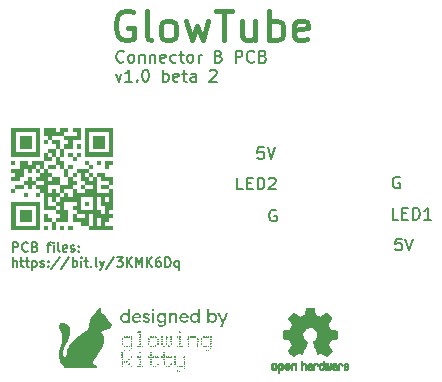
<source format=gbr>
%TF.GenerationSoftware,KiCad,Pcbnew,(6.0.4-0)*%
%TF.CreationDate,2022-05-05T14:51:34+02:00*%
%TF.ProjectId,GlowTubeLEDconnectorB_PCB,476c6f77-5475-4626-954c-4544636f6e6e,rev?*%
%TF.SameCoordinates,Original*%
%TF.FileFunction,Legend,Top*%
%TF.FilePolarity,Positive*%
%FSLAX46Y46*%
G04 Gerber Fmt 4.6, Leading zero omitted, Abs format (unit mm)*
G04 Created by KiCad (PCBNEW (6.0.4-0)) date 2022-05-05 14:51:34*
%MOMM*%
%LPD*%
G01*
G04 APERTURE LIST*
%ADD10C,0.150000*%
%ADD11C,0.400000*%
%ADD12C,0.010000*%
G04 APERTURE END LIST*
D10*
X97167023Y-55462142D02*
X97119404Y-55509761D01*
X96976547Y-55557380D01*
X96881309Y-55557380D01*
X96738452Y-55509761D01*
X96643214Y-55414523D01*
X96595595Y-55319285D01*
X96547976Y-55128809D01*
X96547976Y-54985952D01*
X96595595Y-54795476D01*
X96643214Y-54700238D01*
X96738452Y-54605000D01*
X96881309Y-54557380D01*
X96976547Y-54557380D01*
X97119404Y-54605000D01*
X97167023Y-54652619D01*
X97738452Y-55557380D02*
X97643214Y-55509761D01*
X97595595Y-55462142D01*
X97547976Y-55366904D01*
X97547976Y-55081190D01*
X97595595Y-54985952D01*
X97643214Y-54938333D01*
X97738452Y-54890714D01*
X97881309Y-54890714D01*
X97976547Y-54938333D01*
X98024166Y-54985952D01*
X98071785Y-55081190D01*
X98071785Y-55366904D01*
X98024166Y-55462142D01*
X97976547Y-55509761D01*
X97881309Y-55557380D01*
X97738452Y-55557380D01*
X98500357Y-54890714D02*
X98500357Y-55557380D01*
X98500357Y-54985952D02*
X98547976Y-54938333D01*
X98643214Y-54890714D01*
X98786071Y-54890714D01*
X98881309Y-54938333D01*
X98928928Y-55033571D01*
X98928928Y-55557380D01*
X99405119Y-54890714D02*
X99405119Y-55557380D01*
X99405119Y-54985952D02*
X99452738Y-54938333D01*
X99547976Y-54890714D01*
X99690833Y-54890714D01*
X99786071Y-54938333D01*
X99833690Y-55033571D01*
X99833690Y-55557380D01*
X100690833Y-55509761D02*
X100595595Y-55557380D01*
X100405119Y-55557380D01*
X100309880Y-55509761D01*
X100262261Y-55414523D01*
X100262261Y-55033571D01*
X100309880Y-54938333D01*
X100405119Y-54890714D01*
X100595595Y-54890714D01*
X100690833Y-54938333D01*
X100738452Y-55033571D01*
X100738452Y-55128809D01*
X100262261Y-55224047D01*
X101595595Y-55509761D02*
X101500357Y-55557380D01*
X101309880Y-55557380D01*
X101214642Y-55509761D01*
X101167023Y-55462142D01*
X101119404Y-55366904D01*
X101119404Y-55081190D01*
X101167023Y-54985952D01*
X101214642Y-54938333D01*
X101309880Y-54890714D01*
X101500357Y-54890714D01*
X101595595Y-54938333D01*
X101881309Y-54890714D02*
X102262261Y-54890714D01*
X102024166Y-54557380D02*
X102024166Y-55414523D01*
X102071785Y-55509761D01*
X102167023Y-55557380D01*
X102262261Y-55557380D01*
X102738452Y-55557380D02*
X102643214Y-55509761D01*
X102595595Y-55462142D01*
X102547976Y-55366904D01*
X102547976Y-55081190D01*
X102595595Y-54985952D01*
X102643214Y-54938333D01*
X102738452Y-54890714D01*
X102881309Y-54890714D01*
X102976547Y-54938333D01*
X103024166Y-54985952D01*
X103071785Y-55081190D01*
X103071785Y-55366904D01*
X103024166Y-55462142D01*
X102976547Y-55509761D01*
X102881309Y-55557380D01*
X102738452Y-55557380D01*
X103500357Y-55557380D02*
X103500357Y-54890714D01*
X103500357Y-55081190D02*
X103547976Y-54985952D01*
X103595595Y-54938333D01*
X103690833Y-54890714D01*
X103786071Y-54890714D01*
X105214642Y-55033571D02*
X105357500Y-55081190D01*
X105405119Y-55128809D01*
X105452738Y-55224047D01*
X105452738Y-55366904D01*
X105405119Y-55462142D01*
X105357500Y-55509761D01*
X105262261Y-55557380D01*
X104881309Y-55557380D01*
X104881309Y-54557380D01*
X105214642Y-54557380D01*
X105309880Y-54605000D01*
X105357500Y-54652619D01*
X105405119Y-54747857D01*
X105405119Y-54843095D01*
X105357500Y-54938333D01*
X105309880Y-54985952D01*
X105214642Y-55033571D01*
X104881309Y-55033571D01*
X106643214Y-55557380D02*
X106643214Y-54557380D01*
X107024166Y-54557380D01*
X107119404Y-54605000D01*
X107167023Y-54652619D01*
X107214642Y-54747857D01*
X107214642Y-54890714D01*
X107167023Y-54985952D01*
X107119404Y-55033571D01*
X107024166Y-55081190D01*
X106643214Y-55081190D01*
X108214642Y-55462142D02*
X108167023Y-55509761D01*
X108024166Y-55557380D01*
X107928928Y-55557380D01*
X107786071Y-55509761D01*
X107690833Y-55414523D01*
X107643214Y-55319285D01*
X107595595Y-55128809D01*
X107595595Y-54985952D01*
X107643214Y-54795476D01*
X107690833Y-54700238D01*
X107786071Y-54605000D01*
X107928928Y-54557380D01*
X108024166Y-54557380D01*
X108167023Y-54605000D01*
X108214642Y-54652619D01*
X108976547Y-55033571D02*
X109119404Y-55081190D01*
X109167023Y-55128809D01*
X109214642Y-55224047D01*
X109214642Y-55366904D01*
X109167023Y-55462142D01*
X109119404Y-55509761D01*
X109024166Y-55557380D01*
X108643214Y-55557380D01*
X108643214Y-54557380D01*
X108976547Y-54557380D01*
X109071785Y-54605000D01*
X109119404Y-54652619D01*
X109167023Y-54747857D01*
X109167023Y-54843095D01*
X109119404Y-54938333D01*
X109071785Y-54985952D01*
X108976547Y-55033571D01*
X108643214Y-55033571D01*
X96500357Y-56500714D02*
X96738452Y-57167380D01*
X96976547Y-56500714D01*
X97881309Y-57167380D02*
X97309880Y-57167380D01*
X97595595Y-57167380D02*
X97595595Y-56167380D01*
X97500357Y-56310238D01*
X97405119Y-56405476D01*
X97309880Y-56453095D01*
X98309880Y-57072142D02*
X98357500Y-57119761D01*
X98309880Y-57167380D01*
X98262261Y-57119761D01*
X98309880Y-57072142D01*
X98309880Y-57167380D01*
X98976547Y-56167380D02*
X99071785Y-56167380D01*
X99167023Y-56215000D01*
X99214642Y-56262619D01*
X99262261Y-56357857D01*
X99309880Y-56548333D01*
X99309880Y-56786428D01*
X99262261Y-56976904D01*
X99214642Y-57072142D01*
X99167023Y-57119761D01*
X99071785Y-57167380D01*
X98976547Y-57167380D01*
X98881309Y-57119761D01*
X98833690Y-57072142D01*
X98786071Y-56976904D01*
X98738452Y-56786428D01*
X98738452Y-56548333D01*
X98786071Y-56357857D01*
X98833690Y-56262619D01*
X98881309Y-56215000D01*
X98976547Y-56167380D01*
X100500357Y-57167380D02*
X100500357Y-56167380D01*
X100500357Y-56548333D02*
X100595595Y-56500714D01*
X100786071Y-56500714D01*
X100881309Y-56548333D01*
X100928928Y-56595952D01*
X100976547Y-56691190D01*
X100976547Y-56976904D01*
X100928928Y-57072142D01*
X100881309Y-57119761D01*
X100786071Y-57167380D01*
X100595595Y-57167380D01*
X100500357Y-57119761D01*
X101786071Y-57119761D02*
X101690833Y-57167380D01*
X101500357Y-57167380D01*
X101405119Y-57119761D01*
X101357500Y-57024523D01*
X101357500Y-56643571D01*
X101405119Y-56548333D01*
X101500357Y-56500714D01*
X101690833Y-56500714D01*
X101786071Y-56548333D01*
X101833690Y-56643571D01*
X101833690Y-56738809D01*
X101357500Y-56834047D01*
X102119404Y-56500714D02*
X102500357Y-56500714D01*
X102262261Y-56167380D02*
X102262261Y-57024523D01*
X102309880Y-57119761D01*
X102405119Y-57167380D01*
X102500357Y-57167380D01*
X103262261Y-57167380D02*
X103262261Y-56643571D01*
X103214642Y-56548333D01*
X103119404Y-56500714D01*
X102928928Y-56500714D01*
X102833690Y-56548333D01*
X103262261Y-57119761D02*
X103167023Y-57167380D01*
X102928928Y-57167380D01*
X102833690Y-57119761D01*
X102786071Y-57024523D01*
X102786071Y-56929285D01*
X102833690Y-56834047D01*
X102928928Y-56786428D01*
X103167023Y-56786428D01*
X103262261Y-56738809D01*
X104452738Y-56262619D02*
X104500357Y-56215000D01*
X104595595Y-56167380D01*
X104833690Y-56167380D01*
X104928928Y-56215000D01*
X104976547Y-56262619D01*
X105024166Y-56357857D01*
X105024166Y-56453095D01*
X104976547Y-56595952D01*
X104405119Y-57167380D01*
X105024166Y-57167380D01*
X87770096Y-71577904D02*
X87770096Y-70777904D01*
X88074858Y-70777904D01*
X88151048Y-70816000D01*
X88189143Y-70854095D01*
X88227239Y-70930285D01*
X88227239Y-71044571D01*
X88189143Y-71120761D01*
X88151048Y-71158857D01*
X88074858Y-71196952D01*
X87770096Y-71196952D01*
X89027239Y-71501714D02*
X88989143Y-71539809D01*
X88874858Y-71577904D01*
X88798667Y-71577904D01*
X88684381Y-71539809D01*
X88608191Y-71463619D01*
X88570096Y-71387428D01*
X88532000Y-71235047D01*
X88532000Y-71120761D01*
X88570096Y-70968380D01*
X88608191Y-70892190D01*
X88684381Y-70816000D01*
X88798667Y-70777904D01*
X88874858Y-70777904D01*
X88989143Y-70816000D01*
X89027239Y-70854095D01*
X89636762Y-71158857D02*
X89751048Y-71196952D01*
X89789143Y-71235047D01*
X89827239Y-71311238D01*
X89827239Y-71425523D01*
X89789143Y-71501714D01*
X89751048Y-71539809D01*
X89674858Y-71577904D01*
X89370096Y-71577904D01*
X89370096Y-70777904D01*
X89636762Y-70777904D01*
X89712953Y-70816000D01*
X89751048Y-70854095D01*
X89789143Y-70930285D01*
X89789143Y-71006476D01*
X89751048Y-71082666D01*
X89712953Y-71120761D01*
X89636762Y-71158857D01*
X89370096Y-71158857D01*
X90665334Y-71044571D02*
X90970096Y-71044571D01*
X90779620Y-71577904D02*
X90779620Y-70892190D01*
X90817715Y-70816000D01*
X90893905Y-70777904D01*
X90970096Y-70777904D01*
X91236762Y-71577904D02*
X91236762Y-71044571D01*
X91236762Y-70777904D02*
X91198667Y-70816000D01*
X91236762Y-70854095D01*
X91274858Y-70816000D01*
X91236762Y-70777904D01*
X91236762Y-70854095D01*
X91732000Y-71577904D02*
X91655810Y-71539809D01*
X91617715Y-71463619D01*
X91617715Y-70777904D01*
X92341524Y-71539809D02*
X92265334Y-71577904D01*
X92112953Y-71577904D01*
X92036762Y-71539809D01*
X91998667Y-71463619D01*
X91998667Y-71158857D01*
X92036762Y-71082666D01*
X92112953Y-71044571D01*
X92265334Y-71044571D01*
X92341524Y-71082666D01*
X92379620Y-71158857D01*
X92379620Y-71235047D01*
X91998667Y-71311238D01*
X92684381Y-71539809D02*
X92760572Y-71577904D01*
X92912953Y-71577904D01*
X92989143Y-71539809D01*
X93027239Y-71463619D01*
X93027239Y-71425523D01*
X92989143Y-71349333D01*
X92912953Y-71311238D01*
X92798667Y-71311238D01*
X92722477Y-71273142D01*
X92684381Y-71196952D01*
X92684381Y-71158857D01*
X92722477Y-71082666D01*
X92798667Y-71044571D01*
X92912953Y-71044571D01*
X92989143Y-71082666D01*
X93370096Y-71501714D02*
X93408191Y-71539809D01*
X93370096Y-71577904D01*
X93332000Y-71539809D01*
X93370096Y-71501714D01*
X93370096Y-71577904D01*
X93370096Y-71082666D02*
X93408191Y-71120761D01*
X93370096Y-71158857D01*
X93332000Y-71120761D01*
X93370096Y-71082666D01*
X93370096Y-71158857D01*
X87770096Y-72865904D02*
X87770096Y-72065904D01*
X88112953Y-72865904D02*
X88112953Y-72446857D01*
X88074858Y-72370666D01*
X87998667Y-72332571D01*
X87884381Y-72332571D01*
X87808191Y-72370666D01*
X87770096Y-72408761D01*
X88379620Y-72332571D02*
X88684381Y-72332571D01*
X88493905Y-72065904D02*
X88493905Y-72751619D01*
X88532000Y-72827809D01*
X88608191Y-72865904D01*
X88684381Y-72865904D01*
X88836762Y-72332571D02*
X89141524Y-72332571D01*
X88951048Y-72065904D02*
X88951048Y-72751619D01*
X88989143Y-72827809D01*
X89065334Y-72865904D01*
X89141524Y-72865904D01*
X89408191Y-72332571D02*
X89408191Y-73132571D01*
X89408191Y-72370666D02*
X89484381Y-72332571D01*
X89636762Y-72332571D01*
X89712953Y-72370666D01*
X89751048Y-72408761D01*
X89789143Y-72484952D01*
X89789143Y-72713523D01*
X89751048Y-72789714D01*
X89712953Y-72827809D01*
X89636762Y-72865904D01*
X89484381Y-72865904D01*
X89408191Y-72827809D01*
X90093905Y-72827809D02*
X90170096Y-72865904D01*
X90322477Y-72865904D01*
X90398667Y-72827809D01*
X90436762Y-72751619D01*
X90436762Y-72713523D01*
X90398667Y-72637333D01*
X90322477Y-72599238D01*
X90208191Y-72599238D01*
X90132000Y-72561142D01*
X90093905Y-72484952D01*
X90093905Y-72446857D01*
X90132000Y-72370666D01*
X90208191Y-72332571D01*
X90322477Y-72332571D01*
X90398667Y-72370666D01*
X90779620Y-72789714D02*
X90817715Y-72827809D01*
X90779620Y-72865904D01*
X90741524Y-72827809D01*
X90779620Y-72789714D01*
X90779620Y-72865904D01*
X90779620Y-72370666D02*
X90817715Y-72408761D01*
X90779620Y-72446857D01*
X90741524Y-72408761D01*
X90779620Y-72370666D01*
X90779620Y-72446857D01*
X91732000Y-72027809D02*
X91046286Y-73056380D01*
X92570096Y-72027809D02*
X91884381Y-73056380D01*
X92836762Y-72865904D02*
X92836762Y-72065904D01*
X92836762Y-72370666D02*
X92912953Y-72332571D01*
X93065334Y-72332571D01*
X93141524Y-72370666D01*
X93179620Y-72408761D01*
X93217715Y-72484952D01*
X93217715Y-72713523D01*
X93179620Y-72789714D01*
X93141524Y-72827809D01*
X93065334Y-72865904D01*
X92912953Y-72865904D01*
X92836762Y-72827809D01*
X93560572Y-72865904D02*
X93560572Y-72332571D01*
X93560572Y-72065904D02*
X93522477Y-72104000D01*
X93560572Y-72142095D01*
X93598667Y-72104000D01*
X93560572Y-72065904D01*
X93560572Y-72142095D01*
X93827239Y-72332571D02*
X94132000Y-72332571D01*
X93941524Y-72065904D02*
X93941524Y-72751619D01*
X93979620Y-72827809D01*
X94055810Y-72865904D01*
X94132000Y-72865904D01*
X94398667Y-72789714D02*
X94436762Y-72827809D01*
X94398667Y-72865904D01*
X94360572Y-72827809D01*
X94398667Y-72789714D01*
X94398667Y-72865904D01*
X94893905Y-72865904D02*
X94817715Y-72827809D01*
X94779620Y-72751619D01*
X94779620Y-72065904D01*
X95122477Y-72332571D02*
X95312953Y-72865904D01*
X95503429Y-72332571D02*
X95312953Y-72865904D01*
X95236762Y-73056380D01*
X95198667Y-73094476D01*
X95122477Y-73132571D01*
X96379620Y-72027809D02*
X95693905Y-73056380D01*
X96570096Y-72065904D02*
X97065334Y-72065904D01*
X96798667Y-72370666D01*
X96912953Y-72370666D01*
X96989143Y-72408761D01*
X97027239Y-72446857D01*
X97065334Y-72523047D01*
X97065334Y-72713523D01*
X97027239Y-72789714D01*
X96989143Y-72827809D01*
X96912953Y-72865904D01*
X96684381Y-72865904D01*
X96608191Y-72827809D01*
X96570096Y-72789714D01*
X97408191Y-72865904D02*
X97408191Y-72065904D01*
X97865334Y-72865904D02*
X97522477Y-72408761D01*
X97865334Y-72065904D02*
X97408191Y-72523047D01*
X98208191Y-72865904D02*
X98208191Y-72065904D01*
X98474858Y-72637333D01*
X98741524Y-72065904D01*
X98741524Y-72865904D01*
X99122477Y-72865904D02*
X99122477Y-72065904D01*
X99579620Y-72865904D02*
X99236762Y-72408761D01*
X99579620Y-72065904D02*
X99122477Y-72523047D01*
X100265334Y-72065904D02*
X100112953Y-72065904D01*
X100036762Y-72104000D01*
X99998667Y-72142095D01*
X99922477Y-72256380D01*
X99884381Y-72408761D01*
X99884381Y-72713523D01*
X99922477Y-72789714D01*
X99960572Y-72827809D01*
X100036762Y-72865904D01*
X100189143Y-72865904D01*
X100265334Y-72827809D01*
X100303429Y-72789714D01*
X100341524Y-72713523D01*
X100341524Y-72523047D01*
X100303429Y-72446857D01*
X100265334Y-72408761D01*
X100189143Y-72370666D01*
X100036762Y-72370666D01*
X99960572Y-72408761D01*
X99922477Y-72446857D01*
X99884381Y-72523047D01*
X100684381Y-72865904D02*
X100684381Y-72065904D01*
X100874858Y-72065904D01*
X100989143Y-72104000D01*
X101065334Y-72180190D01*
X101103429Y-72256380D01*
X101141524Y-72408761D01*
X101141524Y-72523047D01*
X101103429Y-72675428D01*
X101065334Y-72751619D01*
X100989143Y-72827809D01*
X100874858Y-72865904D01*
X100684381Y-72865904D01*
X101827239Y-72332571D02*
X101827239Y-73132571D01*
X101827239Y-72827809D02*
X101751048Y-72865904D01*
X101598667Y-72865904D01*
X101522477Y-72827809D01*
X101484381Y-72789714D01*
X101446286Y-72713523D01*
X101446286Y-72484952D01*
X101484381Y-72408761D01*
X101522477Y-72370666D01*
X101598667Y-72332571D01*
X101751048Y-72332571D01*
X101827239Y-72370666D01*
D11*
X97914761Y-51300000D02*
X97676666Y-51180952D01*
X97319523Y-51180952D01*
X96962380Y-51300000D01*
X96724285Y-51538095D01*
X96605238Y-51776190D01*
X96486190Y-52252380D01*
X96486190Y-52609523D01*
X96605238Y-53085714D01*
X96724285Y-53323809D01*
X96962380Y-53561904D01*
X97319523Y-53680952D01*
X97557619Y-53680952D01*
X97914761Y-53561904D01*
X98033809Y-53442857D01*
X98033809Y-52609523D01*
X97557619Y-52609523D01*
X99462380Y-53680952D02*
X99224285Y-53561904D01*
X99105238Y-53323809D01*
X99105238Y-51180952D01*
X100771904Y-53680952D02*
X100533809Y-53561904D01*
X100414761Y-53442857D01*
X100295714Y-53204761D01*
X100295714Y-52490476D01*
X100414761Y-52252380D01*
X100533809Y-52133333D01*
X100771904Y-52014285D01*
X101129047Y-52014285D01*
X101367142Y-52133333D01*
X101486190Y-52252380D01*
X101605238Y-52490476D01*
X101605238Y-53204761D01*
X101486190Y-53442857D01*
X101367142Y-53561904D01*
X101129047Y-53680952D01*
X100771904Y-53680952D01*
X102438571Y-52014285D02*
X102914761Y-53680952D01*
X103390952Y-52490476D01*
X103867142Y-53680952D01*
X104343333Y-52014285D01*
X104938571Y-51180952D02*
X106367142Y-51180952D01*
X105652857Y-53680952D02*
X105652857Y-51180952D01*
X108271904Y-52014285D02*
X108271904Y-53680952D01*
X107200476Y-52014285D02*
X107200476Y-53323809D01*
X107319523Y-53561904D01*
X107557619Y-53680952D01*
X107914761Y-53680952D01*
X108152857Y-53561904D01*
X108271904Y-53442857D01*
X109462380Y-53680952D02*
X109462380Y-51180952D01*
X109462380Y-52133333D02*
X109700476Y-52014285D01*
X110176666Y-52014285D01*
X110414761Y-52133333D01*
X110533809Y-52252380D01*
X110652857Y-52490476D01*
X110652857Y-53204761D01*
X110533809Y-53442857D01*
X110414761Y-53561904D01*
X110176666Y-53680952D01*
X109700476Y-53680952D01*
X109462380Y-53561904D01*
X112676666Y-53561904D02*
X112438571Y-53680952D01*
X111962380Y-53680952D01*
X111724285Y-53561904D01*
X111605238Y-53323809D01*
X111605238Y-52371428D01*
X111724285Y-52133333D01*
X111962380Y-52014285D01*
X112438571Y-52014285D01*
X112676666Y-52133333D01*
X112795714Y-52371428D01*
X112795714Y-52609523D01*
X111605238Y-52847619D01*
D10*
X107270952Y-66302380D02*
X106794761Y-66302380D01*
X106794761Y-65302380D01*
X107604285Y-65778571D02*
X107937619Y-65778571D01*
X108080476Y-66302380D02*
X107604285Y-66302380D01*
X107604285Y-65302380D01*
X108080476Y-65302380D01*
X108509047Y-66302380D02*
X108509047Y-65302380D01*
X108747142Y-65302380D01*
X108890000Y-65350000D01*
X108985238Y-65445238D01*
X109032857Y-65540476D01*
X109080476Y-65730952D01*
X109080476Y-65873809D01*
X109032857Y-66064285D01*
X108985238Y-66159523D01*
X108890000Y-66254761D01*
X108747142Y-66302380D01*
X108509047Y-66302380D01*
X109461428Y-65397619D02*
X109509047Y-65350000D01*
X109604285Y-65302380D01*
X109842380Y-65302380D01*
X109937619Y-65350000D01*
X109985238Y-65397619D01*
X110032857Y-65492857D01*
X110032857Y-65588095D01*
X109985238Y-65730952D01*
X109413809Y-66302380D01*
X110032857Y-66302380D01*
X120410952Y-68852380D02*
X119934761Y-68852380D01*
X119934761Y-67852380D01*
X120744285Y-68328571D02*
X121077619Y-68328571D01*
X121220476Y-68852380D02*
X120744285Y-68852380D01*
X120744285Y-67852380D01*
X121220476Y-67852380D01*
X121649047Y-68852380D02*
X121649047Y-67852380D01*
X121887142Y-67852380D01*
X122030000Y-67900000D01*
X122125238Y-67995238D01*
X122172857Y-68090476D01*
X122220476Y-68280952D01*
X122220476Y-68423809D01*
X122172857Y-68614285D01*
X122125238Y-68709523D01*
X122030000Y-68804761D01*
X121887142Y-68852380D01*
X121649047Y-68852380D01*
X123172857Y-68852380D02*
X122601428Y-68852380D01*
X122887142Y-68852380D02*
X122887142Y-67852380D01*
X122791904Y-67995238D01*
X122696666Y-68090476D01*
X122601428Y-68138095D01*
X109009523Y-62732380D02*
X108533333Y-62732380D01*
X108485714Y-63208571D01*
X108533333Y-63160952D01*
X108628571Y-63113333D01*
X108866666Y-63113333D01*
X108961904Y-63160952D01*
X109009523Y-63208571D01*
X109057142Y-63303809D01*
X109057142Y-63541904D01*
X109009523Y-63637142D01*
X108961904Y-63684761D01*
X108866666Y-63732380D01*
X108628571Y-63732380D01*
X108533333Y-63684761D01*
X108485714Y-63637142D01*
X109342857Y-62732380D02*
X109676190Y-63732380D01*
X110009523Y-62732380D01*
X120686666Y-70462380D02*
X120210476Y-70462380D01*
X120162857Y-70938571D01*
X120210476Y-70890952D01*
X120305714Y-70843333D01*
X120543809Y-70843333D01*
X120639047Y-70890952D01*
X120686666Y-70938571D01*
X120734285Y-71033809D01*
X120734285Y-71271904D01*
X120686666Y-71367142D01*
X120639047Y-71414761D01*
X120543809Y-71462380D01*
X120305714Y-71462380D01*
X120210476Y-71414761D01*
X120162857Y-71367142D01*
X121020000Y-70462380D02*
X121353333Y-71462380D01*
X121686666Y-70462380D01*
X120531904Y-65260000D02*
X120436666Y-65212380D01*
X120293809Y-65212380D01*
X120150952Y-65260000D01*
X120055714Y-65355238D01*
X120008095Y-65450476D01*
X119960476Y-65640952D01*
X119960476Y-65783809D01*
X120008095Y-65974285D01*
X120055714Y-66069523D01*
X120150952Y-66164761D01*
X120293809Y-66212380D01*
X120389047Y-66212380D01*
X120531904Y-66164761D01*
X120579523Y-66117142D01*
X120579523Y-65783809D01*
X120389047Y-65783809D01*
X110069047Y-68060000D02*
X109973809Y-68012380D01*
X109830952Y-68012380D01*
X109688095Y-68060000D01*
X109592857Y-68155238D01*
X109545238Y-68250476D01*
X109497619Y-68440952D01*
X109497619Y-68583809D01*
X109545238Y-68774285D01*
X109592857Y-68869523D01*
X109688095Y-68964761D01*
X109830952Y-69012380D01*
X109926190Y-69012380D01*
X110069047Y-68964761D01*
X110116666Y-68917142D01*
X110116666Y-68583809D01*
X109926190Y-68583809D01*
%TO.C,qrcode*%
G36*
X90073191Y-67326810D02*
G01*
X90073191Y-69740930D01*
X87659070Y-69740930D01*
X87659070Y-69378812D01*
X88021188Y-69378812D01*
X89711073Y-69378812D01*
X89711073Y-67688928D01*
X88021188Y-67688928D01*
X88021188Y-69378812D01*
X87659070Y-69378812D01*
X87659070Y-67326810D01*
X90073191Y-67326810D01*
G37*
G36*
X90762940Y-69740930D02*
G01*
X90418066Y-69740930D01*
X90418066Y-69396056D01*
X90762940Y-69396056D01*
X90762940Y-69740930D01*
G37*
G36*
X91452689Y-69740930D02*
G01*
X91107814Y-69740930D01*
X91107814Y-69051182D01*
X91452689Y-69051182D01*
X91452689Y-69740930D01*
G37*
G36*
X90762940Y-68706307D02*
G01*
X91107814Y-68706307D01*
X91107814Y-69051182D01*
X90418066Y-69051182D01*
X90418066Y-68361433D01*
X90762940Y-68361433D01*
X90762940Y-68706307D01*
G37*
G36*
X88003945Y-66637061D02*
G01*
X87659070Y-66637061D01*
X87659070Y-66292186D01*
X88003945Y-66292186D01*
X88003945Y-66637061D01*
G37*
G36*
X94556558Y-64567814D02*
G01*
X94211684Y-64567814D01*
X94211684Y-64222940D01*
X94556558Y-64222940D01*
X94556558Y-64567814D01*
G37*
G36*
X92832186Y-64567814D02*
G01*
X92487312Y-64567814D01*
X92487312Y-64222940D01*
X92832186Y-64222940D01*
X92832186Y-64567814D01*
G37*
G36*
X94211684Y-64222940D02*
G01*
X93866810Y-64222940D01*
X93866810Y-63878066D01*
X94211684Y-63878066D01*
X94211684Y-64222940D01*
G37*
G36*
X90762940Y-62498568D02*
G01*
X90418066Y-62498568D01*
X90418066Y-62153694D01*
X90762940Y-62153694D01*
X90762940Y-62498568D01*
G37*
G36*
X88693694Y-66292186D02*
G01*
X88003945Y-66292186D01*
X88003945Y-65947312D01*
X88693694Y-65947312D01*
X88693694Y-66292186D01*
G37*
G36*
X90073191Y-66981935D02*
G01*
X89728317Y-66981935D01*
X89728317Y-66637061D01*
X90073191Y-66637061D01*
X90073191Y-66981935D01*
G37*
G36*
X94211684Y-64912689D02*
G01*
X94556558Y-64912689D01*
X94556558Y-65257563D01*
X94901433Y-65257563D01*
X94901433Y-64912689D01*
X95591182Y-64912689D01*
X95591182Y-65257563D01*
X96280930Y-65257563D01*
X96280930Y-65947312D01*
X95936056Y-65947312D01*
X95936056Y-66292186D01*
X96280930Y-66292186D01*
X96280930Y-68016558D01*
X95936056Y-68016558D01*
X95936056Y-68361433D01*
X96280930Y-68361433D01*
X96280930Y-68706307D01*
X95936056Y-68706307D01*
X95936056Y-69051182D01*
X95591182Y-69051182D01*
X95591182Y-69396056D01*
X96280930Y-69396056D01*
X96280930Y-69740930D01*
X94211684Y-69740930D01*
X94211684Y-69396056D01*
X94556558Y-69396056D01*
X94901433Y-69396056D01*
X95246307Y-69396056D01*
X95246307Y-68706307D01*
X94901433Y-68706307D01*
X94901433Y-69396056D01*
X94556558Y-69396056D01*
X94556558Y-68361433D01*
X94211684Y-68361433D01*
X94211684Y-69396056D01*
X93521935Y-69396056D01*
X93521935Y-69051182D01*
X92832186Y-69051182D01*
X92832186Y-68706307D01*
X93177061Y-68706307D01*
X93866810Y-68706307D01*
X93866810Y-68361433D01*
X93177061Y-68361433D01*
X93177061Y-68706307D01*
X92832186Y-68706307D01*
X92832186Y-68361433D01*
X93177061Y-68361433D01*
X93177061Y-68016558D01*
X93521935Y-68016558D01*
X94556558Y-68016558D01*
X94901433Y-68016558D01*
X95246307Y-68016558D01*
X95246307Y-68361433D01*
X95591182Y-68361433D01*
X95591182Y-67671684D01*
X95246307Y-67671684D01*
X95246307Y-67326810D01*
X95591182Y-67326810D01*
X95936056Y-67326810D01*
X95936056Y-66981935D01*
X95591182Y-66981935D01*
X95591182Y-67326810D01*
X95246307Y-67326810D01*
X95246307Y-66981935D01*
X94901433Y-66981935D01*
X94901433Y-68016558D01*
X94556558Y-68016558D01*
X94556558Y-66981935D01*
X93521935Y-66981935D01*
X93521935Y-68016558D01*
X93177061Y-68016558D01*
X92832186Y-68016558D01*
X92832186Y-67671684D01*
X93177061Y-67671684D01*
X93177061Y-67326810D01*
X92142438Y-67326810D01*
X92142438Y-68016558D01*
X92487312Y-68016558D01*
X92487312Y-69051182D01*
X91452689Y-69051182D01*
X91452689Y-68706307D01*
X91797563Y-68706307D01*
X91797563Y-68361433D01*
X91452689Y-68361433D01*
X91452689Y-68016558D01*
X91797563Y-68016558D01*
X91797563Y-67671684D01*
X91452689Y-67671684D01*
X91452689Y-68016558D01*
X90418066Y-68016558D01*
X90418066Y-67671684D01*
X90762940Y-67671684D01*
X91452689Y-67671684D01*
X91452689Y-67326810D01*
X91797563Y-67326810D01*
X91797563Y-66981935D01*
X92142438Y-66981935D01*
X92142438Y-66637061D01*
X92487312Y-66637061D01*
X92487312Y-66981935D01*
X92832186Y-66981935D01*
X92832186Y-66292186D01*
X93177061Y-66292186D01*
X93177061Y-66637061D01*
X93866810Y-66637061D01*
X94901433Y-66637061D01*
X95936056Y-66637061D01*
X95936056Y-66292186D01*
X95246307Y-66292186D01*
X95246307Y-65947312D01*
X95936056Y-65947312D01*
X95936056Y-65602438D01*
X95246307Y-65602438D01*
X95246307Y-65257563D01*
X94901433Y-65257563D01*
X94901433Y-66637061D01*
X93866810Y-66637061D01*
X93866810Y-66292186D01*
X94556558Y-66292186D01*
X94556558Y-65947312D01*
X93866810Y-65947312D01*
X93866810Y-65602438D01*
X94211684Y-65602438D01*
X94556558Y-65602438D01*
X94556558Y-65257563D01*
X94211684Y-65257563D01*
X94211684Y-65602438D01*
X93866810Y-65602438D01*
X93521935Y-65602438D01*
X93521935Y-64912689D01*
X93177061Y-64912689D01*
X93177061Y-65257563D01*
X92832186Y-65257563D01*
X92832186Y-65602438D01*
X93177061Y-65602438D01*
X93177061Y-65947312D01*
X92832186Y-65947312D01*
X92832186Y-66292186D01*
X92142438Y-66292186D01*
X92142438Y-66637061D01*
X91797563Y-66637061D01*
X91797563Y-66981935D01*
X91452689Y-66981935D01*
X91452689Y-67326810D01*
X91107814Y-67326810D01*
X91107814Y-66981935D01*
X90762940Y-66981935D01*
X90762940Y-67671684D01*
X90418066Y-67671684D01*
X90418066Y-66637061D01*
X90762940Y-66637061D01*
X91107814Y-66637061D01*
X91107814Y-66292186D01*
X91452689Y-66292186D01*
X91452689Y-66637061D01*
X91797563Y-66637061D01*
X91797563Y-65947312D01*
X90762940Y-65947312D01*
X90762940Y-66637061D01*
X90418066Y-66637061D01*
X90073191Y-66637061D01*
X90073191Y-66292186D01*
X89728317Y-66292186D01*
X89728317Y-65947312D01*
X90418066Y-65947312D01*
X90418066Y-65602438D01*
X89728317Y-65602438D01*
X89728317Y-65947312D01*
X89383442Y-65947312D01*
X89383442Y-66292186D01*
X89038568Y-66292186D01*
X89038568Y-65947312D01*
X88693694Y-65947312D01*
X88693694Y-65602438D01*
X89038568Y-65602438D01*
X89038568Y-65257563D01*
X89383442Y-65257563D01*
X89383442Y-65602438D01*
X89728317Y-65602438D01*
X89728317Y-65257563D01*
X90073191Y-65257563D01*
X90073191Y-64912689D01*
X90418066Y-64912689D01*
X90418066Y-64567814D01*
X90762940Y-64567814D01*
X90762940Y-64912689D01*
X91107814Y-64912689D01*
X91107814Y-65257563D01*
X90762940Y-65257563D01*
X90762940Y-65602438D01*
X91107814Y-65602438D01*
X91107814Y-65257563D01*
X91797563Y-65257563D01*
X91797563Y-65947312D01*
X92487312Y-65947312D01*
X92487312Y-65257563D01*
X92142438Y-65257563D01*
X92142438Y-64567814D01*
X91797563Y-64567814D01*
X91797563Y-64222940D01*
X91452689Y-64222940D01*
X91452689Y-63533191D01*
X91797563Y-63533191D01*
X91797563Y-62843442D01*
X91452689Y-62843442D01*
X91452689Y-63533191D01*
X91107814Y-63533191D01*
X91107814Y-63878066D01*
X90418066Y-63878066D01*
X90418066Y-64567814D01*
X90073191Y-64567814D01*
X90073191Y-64912689D01*
X89728317Y-64912689D01*
X89728317Y-64567814D01*
X90073191Y-64567814D01*
X90073191Y-64222940D01*
X89728317Y-64222940D01*
X89728317Y-64567814D01*
X89383442Y-64567814D01*
X89383442Y-64912689D01*
X89038568Y-64912689D01*
X89038568Y-64567814D01*
X88693694Y-64567814D01*
X88693694Y-65257563D01*
X88348819Y-65257563D01*
X88348819Y-65602438D01*
X87659070Y-65602438D01*
X87659070Y-65257563D01*
X88003945Y-65257563D01*
X88003945Y-64912689D01*
X87659070Y-64912689D01*
X87659070Y-64567814D01*
X88348819Y-64567814D01*
X88348819Y-63878066D01*
X89038568Y-63878066D01*
X89038568Y-64222940D01*
X89383442Y-64222940D01*
X89383442Y-63878066D01*
X90418066Y-63878066D01*
X90418066Y-63533191D01*
X90762940Y-63533191D01*
X91107814Y-63533191D01*
X91107814Y-63188317D01*
X90762940Y-63188317D01*
X90762940Y-63533191D01*
X90418066Y-63533191D01*
X90418066Y-63188317D01*
X90762940Y-63188317D01*
X90762940Y-62843442D01*
X91452689Y-62843442D01*
X91452689Y-62498568D01*
X91107814Y-62498568D01*
X91107814Y-62153694D01*
X91797563Y-62153694D01*
X91797563Y-62843442D01*
X92142438Y-62843442D01*
X92142438Y-62498568D01*
X92487312Y-62498568D01*
X92487312Y-62153694D01*
X92142438Y-62153694D01*
X92142438Y-61808819D01*
X91107814Y-61808819D01*
X91107814Y-62153694D01*
X90762940Y-62153694D01*
X90762940Y-61808819D01*
X90418066Y-61808819D01*
X90418066Y-61119070D01*
X91452689Y-61119070D01*
X91452689Y-61463945D01*
X91797563Y-61463945D01*
X91797563Y-61119070D01*
X92487312Y-61119070D01*
X92487312Y-61463945D01*
X92142438Y-61463945D01*
X92142438Y-61808819D01*
X93177061Y-61808819D01*
X93177061Y-61463945D01*
X92832186Y-61463945D01*
X92832186Y-61119070D01*
X93521935Y-61119070D01*
X93521935Y-62153694D01*
X92832186Y-62153694D01*
X92832186Y-62843442D01*
X92142438Y-62843442D01*
X92142438Y-63533191D01*
X91797563Y-63533191D01*
X91797563Y-63878066D01*
X92142438Y-63878066D01*
X92142438Y-64567814D01*
X92487312Y-64567814D01*
X92487312Y-65257563D01*
X92832186Y-65257563D01*
X92832186Y-64912689D01*
X93177061Y-64912689D01*
X93177061Y-64567814D01*
X94211684Y-64567814D01*
X94211684Y-64912689D01*
X93866810Y-64912689D01*
X93866810Y-65257563D01*
X94211684Y-65257563D01*
X94211684Y-64912689D01*
G37*
G36*
X92142438Y-69740930D02*
G01*
X91797563Y-69740930D01*
X91797563Y-69396056D01*
X92142438Y-69396056D01*
X92142438Y-69740930D01*
G37*
G36*
X92832186Y-69740930D02*
G01*
X92487312Y-69740930D01*
X92487312Y-69396056D01*
X92832186Y-69396056D01*
X92832186Y-69740930D01*
G37*
G36*
X89038568Y-66981935D02*
G01*
X88693694Y-66981935D01*
X88693694Y-66637061D01*
X89038568Y-66637061D01*
X89038568Y-66981935D01*
G37*
G36*
X96280930Y-64222940D02*
G01*
X95936056Y-64222940D01*
X95936056Y-64567814D01*
X95591182Y-64567814D01*
X95591182Y-63878066D01*
X96280930Y-63878066D01*
X96280930Y-64222940D01*
G37*
G36*
X88003945Y-64222940D02*
G01*
X87659070Y-64222940D01*
X87659070Y-63878066D01*
X88003945Y-63878066D01*
X88003945Y-64222940D01*
G37*
G36*
X95246307Y-64222940D02*
G01*
X94901433Y-64222940D01*
X94901433Y-63878066D01*
X95246307Y-63878066D01*
X95246307Y-64222940D01*
G37*
G36*
X93177061Y-63878066D02*
G01*
X92832186Y-63878066D01*
X92832186Y-63533191D01*
X93177061Y-63533191D01*
X93177061Y-63878066D01*
G37*
G36*
X93521935Y-63533191D02*
G01*
X93177061Y-63533191D01*
X93177061Y-63188317D01*
X93521935Y-63188317D01*
X93521935Y-63533191D01*
G37*
G36*
X92832186Y-63533191D02*
G01*
X92487312Y-63533191D01*
X92487312Y-63188317D01*
X92832186Y-63188317D01*
X92832186Y-63533191D01*
G37*
G36*
X90073191Y-61119070D02*
G01*
X90073191Y-63533191D01*
X87659070Y-63533191D01*
X87659070Y-63171073D01*
X88021188Y-63171073D01*
X89711073Y-63171073D01*
X89711073Y-61481188D01*
X88021188Y-61481188D01*
X88021188Y-63171073D01*
X87659070Y-63171073D01*
X87659070Y-61119070D01*
X90073191Y-61119070D01*
G37*
G36*
X96280930Y-61119070D02*
G01*
X96280930Y-63533191D01*
X93866810Y-63533191D01*
X93866810Y-63171073D01*
X94228928Y-63171073D01*
X95918812Y-63171073D01*
X95918812Y-61481188D01*
X94228928Y-61481188D01*
X94228928Y-63171073D01*
X93866810Y-63171073D01*
X93866810Y-61119070D01*
X96280930Y-61119070D01*
G37*
G36*
X93521935Y-62843442D02*
G01*
X93177061Y-62843442D01*
X93177061Y-62498568D01*
X93521935Y-62498568D01*
X93521935Y-62843442D01*
G37*
G36*
X89383442Y-69051182D02*
G01*
X88348819Y-69051182D01*
X88348819Y-68016558D01*
X89383442Y-68016558D01*
X89383442Y-69051182D01*
G37*
G36*
X93866810Y-66292186D02*
G01*
X93521935Y-66292186D01*
X93521935Y-65947312D01*
X93866810Y-65947312D01*
X93866810Y-66292186D01*
G37*
G36*
X91452689Y-64567814D02*
G01*
X90762940Y-64567814D01*
X90762940Y-64222940D01*
X91452689Y-64222940D01*
X91452689Y-64567814D01*
G37*
G36*
X94211684Y-67671684D02*
G01*
X93866810Y-67671684D01*
X93866810Y-67326810D01*
X94211684Y-67326810D01*
X94211684Y-67671684D01*
G37*
G36*
X89383442Y-62843442D02*
G01*
X88348819Y-62843442D01*
X88348819Y-61808819D01*
X89383442Y-61808819D01*
X89383442Y-62843442D01*
G37*
G36*
X95591182Y-62843442D02*
G01*
X94556558Y-62843442D01*
X94556558Y-61808819D01*
X95591182Y-61808819D01*
X95591182Y-62843442D01*
G37*
%TO.C,OSHW logo*%
G36*
X113023910Y-76302348D02*
G01*
X113102454Y-76302778D01*
X113159298Y-76303942D01*
X113198105Y-76306207D01*
X113222538Y-76309940D01*
X113236262Y-76315506D01*
X113242940Y-76323273D01*
X113246236Y-76333605D01*
X113246556Y-76334943D01*
X113251562Y-76359079D01*
X113260829Y-76406701D01*
X113273392Y-76472741D01*
X113288287Y-76552128D01*
X113304551Y-76639796D01*
X113305119Y-76642875D01*
X113321410Y-76728789D01*
X113336652Y-76804696D01*
X113349861Y-76866045D01*
X113360054Y-76908282D01*
X113366248Y-76926855D01*
X113366543Y-76927184D01*
X113384788Y-76936253D01*
X113422405Y-76951367D01*
X113471271Y-76969262D01*
X113471543Y-76969358D01*
X113533093Y-76992493D01*
X113605657Y-77021965D01*
X113674057Y-77051597D01*
X113677294Y-77053062D01*
X113788702Y-77103626D01*
X114035399Y-76935160D01*
X114111077Y-76883803D01*
X114179631Y-76837889D01*
X114237088Y-76800030D01*
X114279476Y-76772837D01*
X114302825Y-76758921D01*
X114305042Y-76757889D01*
X114322010Y-76762484D01*
X114353701Y-76784655D01*
X114401352Y-76825447D01*
X114466198Y-76885905D01*
X114532397Y-76950227D01*
X114596214Y-77013612D01*
X114653329Y-77071451D01*
X114700305Y-77120175D01*
X114733703Y-77156210D01*
X114750085Y-77175984D01*
X114750694Y-77177002D01*
X114752505Y-77190572D01*
X114745683Y-77212733D01*
X114728540Y-77246478D01*
X114699393Y-77294800D01*
X114656555Y-77360692D01*
X114599448Y-77445517D01*
X114548766Y-77520177D01*
X114503461Y-77587140D01*
X114466150Y-77642516D01*
X114439452Y-77682420D01*
X114425985Y-77702962D01*
X114425137Y-77704356D01*
X114426781Y-77724038D01*
X114439245Y-77762293D01*
X114460048Y-77811889D01*
X114467462Y-77827728D01*
X114499814Y-77898290D01*
X114534328Y-77978353D01*
X114562365Y-78047629D01*
X114582568Y-78099045D01*
X114598615Y-78138119D01*
X114607888Y-78158541D01*
X114609041Y-78160114D01*
X114626096Y-78162721D01*
X114666298Y-78169863D01*
X114724302Y-78180523D01*
X114794763Y-78193685D01*
X114872335Y-78208333D01*
X114951672Y-78223449D01*
X115027431Y-78238018D01*
X115094264Y-78251022D01*
X115146828Y-78261445D01*
X115179776Y-78268270D01*
X115187857Y-78270199D01*
X115196205Y-78274962D01*
X115202506Y-78285718D01*
X115207045Y-78306098D01*
X115210104Y-78339734D01*
X115211967Y-78390255D01*
X115212918Y-78461292D01*
X115213240Y-78556476D01*
X115213257Y-78595492D01*
X115213257Y-78912799D01*
X115137057Y-78927839D01*
X115094663Y-78935995D01*
X115031400Y-78947899D01*
X114954962Y-78962116D01*
X114873043Y-78977210D01*
X114850400Y-78981355D01*
X114774806Y-78996053D01*
X114708953Y-79010505D01*
X114658366Y-79023375D01*
X114628574Y-79033322D01*
X114623612Y-79036287D01*
X114611426Y-79057283D01*
X114593953Y-79097967D01*
X114574577Y-79150322D01*
X114570734Y-79161600D01*
X114545339Y-79231523D01*
X114513817Y-79310418D01*
X114482969Y-79381266D01*
X114482817Y-79381595D01*
X114431447Y-79492733D01*
X114600399Y-79741253D01*
X114769352Y-79989772D01*
X114552429Y-80207058D01*
X114486819Y-80271726D01*
X114426979Y-80328733D01*
X114376267Y-80375033D01*
X114338046Y-80407584D01*
X114315675Y-80423343D01*
X114312466Y-80424343D01*
X114293626Y-80416469D01*
X114255180Y-80394578D01*
X114201330Y-80361267D01*
X114136276Y-80319131D01*
X114065940Y-80271943D01*
X113994555Y-80223810D01*
X113930908Y-80181928D01*
X113879041Y-80148871D01*
X113842995Y-80127218D01*
X113826867Y-80119543D01*
X113807189Y-80126037D01*
X113769875Y-80143150D01*
X113722621Y-80167326D01*
X113717612Y-80170013D01*
X113653977Y-80201927D01*
X113610341Y-80217579D01*
X113583202Y-80217745D01*
X113569057Y-80203204D01*
X113568975Y-80203000D01*
X113561905Y-80185779D01*
X113545042Y-80144899D01*
X113519695Y-80083525D01*
X113487171Y-80004819D01*
X113448778Y-79911947D01*
X113405822Y-79808072D01*
X113364222Y-79707502D01*
X113318504Y-79596516D01*
X113276526Y-79493703D01*
X113239548Y-79402215D01*
X113208827Y-79325201D01*
X113185622Y-79265815D01*
X113171190Y-79227209D01*
X113166743Y-79212800D01*
X113177896Y-79196272D01*
X113207069Y-79169930D01*
X113245971Y-79140887D01*
X113356757Y-79049039D01*
X113443351Y-78943759D01*
X113504716Y-78827266D01*
X113539815Y-78701776D01*
X113547608Y-78569507D01*
X113541943Y-78508457D01*
X113511078Y-78381795D01*
X113457920Y-78269941D01*
X113385767Y-78174001D01*
X113297917Y-78095076D01*
X113197665Y-78034270D01*
X113088310Y-77992687D01*
X112973147Y-77971428D01*
X112855475Y-77971599D01*
X112738590Y-77994301D01*
X112625789Y-78040638D01*
X112520369Y-78111713D01*
X112476368Y-78151911D01*
X112391979Y-78255129D01*
X112333222Y-78367925D01*
X112299704Y-78487010D01*
X112291035Y-78609095D01*
X112306823Y-78730893D01*
X112346678Y-78849116D01*
X112410207Y-78960475D01*
X112497021Y-79061684D01*
X112594029Y-79140887D01*
X112634437Y-79171162D01*
X112662982Y-79197219D01*
X112673257Y-79212825D01*
X112667877Y-79229843D01*
X112652575Y-79270500D01*
X112628612Y-79331642D01*
X112597244Y-79410119D01*
X112559732Y-79502780D01*
X112517333Y-79606472D01*
X112475663Y-79707526D01*
X112429690Y-79818607D01*
X112387107Y-79921541D01*
X112349221Y-80013165D01*
X112317340Y-80090316D01*
X112292771Y-80149831D01*
X112276820Y-80188544D01*
X112270910Y-80203000D01*
X112256948Y-80217685D01*
X112229940Y-80217642D01*
X112186413Y-80202099D01*
X112122890Y-80170284D01*
X112122388Y-80170013D01*
X112074560Y-80145323D01*
X112035897Y-80127338D01*
X112014095Y-80119614D01*
X112013133Y-80119543D01*
X111996721Y-80127378D01*
X111960487Y-80149165D01*
X111908474Y-80182328D01*
X111844725Y-80224291D01*
X111774060Y-80271943D01*
X111702116Y-80320191D01*
X111637274Y-80362151D01*
X111583735Y-80395227D01*
X111545697Y-80416821D01*
X111527533Y-80424343D01*
X111510808Y-80414457D01*
X111477180Y-80386826D01*
X111430010Y-80344495D01*
X111372658Y-80290505D01*
X111308484Y-80227899D01*
X111287497Y-80206983D01*
X111070499Y-79989623D01*
X111235668Y-79747220D01*
X111285864Y-79672781D01*
X111329919Y-79605972D01*
X111365362Y-79550665D01*
X111389719Y-79510729D01*
X111400522Y-79490036D01*
X111400838Y-79488563D01*
X111395143Y-79469058D01*
X111379826Y-79429822D01*
X111357537Y-79377430D01*
X111341893Y-79342355D01*
X111312641Y-79275201D01*
X111285094Y-79207358D01*
X111263737Y-79150034D01*
X111257935Y-79132572D01*
X111241452Y-79085938D01*
X111225340Y-79049905D01*
X111216490Y-79036287D01*
X111196960Y-79027952D01*
X111154334Y-79016137D01*
X111094145Y-79002181D01*
X111021922Y-78987422D01*
X110989600Y-78981355D01*
X110907522Y-78966273D01*
X110828795Y-78951669D01*
X110761109Y-78938980D01*
X110712160Y-78929642D01*
X110702943Y-78927839D01*
X110626743Y-78912799D01*
X110626743Y-78595492D01*
X110626914Y-78491154D01*
X110627616Y-78412213D01*
X110629134Y-78355038D01*
X110631749Y-78315999D01*
X110635746Y-78291465D01*
X110641409Y-78277805D01*
X110649020Y-78271389D01*
X110652143Y-78270199D01*
X110670978Y-78265980D01*
X110712588Y-78257562D01*
X110771630Y-78245961D01*
X110842757Y-78232195D01*
X110920625Y-78217280D01*
X110999887Y-78202232D01*
X111075198Y-78188069D01*
X111141213Y-78175806D01*
X111192587Y-78166461D01*
X111223975Y-78161050D01*
X111230959Y-78160114D01*
X111237285Y-78147596D01*
X111251290Y-78114246D01*
X111270355Y-78066377D01*
X111277634Y-78047629D01*
X111306996Y-77975195D01*
X111341571Y-77895170D01*
X111372537Y-77827728D01*
X111395323Y-77776159D01*
X111410482Y-77733785D01*
X111415542Y-77707834D01*
X111414736Y-77704356D01*
X111404041Y-77687936D01*
X111379620Y-77651417D01*
X111344095Y-77598687D01*
X111300087Y-77533635D01*
X111250217Y-77460151D01*
X111240356Y-77445645D01*
X111182492Y-77359704D01*
X111139956Y-77294261D01*
X111111054Y-77246304D01*
X111094090Y-77212820D01*
X111087367Y-77190795D01*
X111089190Y-77177217D01*
X111089236Y-77177131D01*
X111103586Y-77159297D01*
X111135323Y-77124817D01*
X111181010Y-77077268D01*
X111237204Y-77020222D01*
X111300468Y-76957255D01*
X111307602Y-76950227D01*
X111387330Y-76873020D01*
X111448857Y-76816330D01*
X111493421Y-76779110D01*
X111522257Y-76760315D01*
X111534958Y-76757889D01*
X111553494Y-76768471D01*
X111591961Y-76792916D01*
X111646386Y-76828612D01*
X111712798Y-76872947D01*
X111787225Y-76923311D01*
X111804601Y-76935160D01*
X112051297Y-77103626D01*
X112162706Y-77053062D01*
X112230457Y-77023595D01*
X112303183Y-76993959D01*
X112365703Y-76970330D01*
X112368457Y-76969358D01*
X112417360Y-76951457D01*
X112455057Y-76936320D01*
X112473425Y-76927210D01*
X112473456Y-76927184D01*
X112479285Y-76910717D01*
X112489192Y-76870219D01*
X112502195Y-76810242D01*
X112517309Y-76735340D01*
X112533552Y-76650064D01*
X112534881Y-76642875D01*
X112551175Y-76555014D01*
X112566133Y-76475260D01*
X112578791Y-76408681D01*
X112588186Y-76360347D01*
X112593354Y-76335325D01*
X112593444Y-76334943D01*
X112596589Y-76324299D01*
X112602704Y-76316262D01*
X112615453Y-76310467D01*
X112638500Y-76306547D01*
X112675509Y-76304135D01*
X112730144Y-76302865D01*
X112806067Y-76302371D01*
X112906944Y-76302286D01*
X112920000Y-76302286D01*
X113023910Y-76302348D01*
G37*
D12*
X113023910Y-76302348D02*
X113102454Y-76302778D01*
X113159298Y-76303942D01*
X113198105Y-76306207D01*
X113222538Y-76309940D01*
X113236262Y-76315506D01*
X113242940Y-76323273D01*
X113246236Y-76333605D01*
X113246556Y-76334943D01*
X113251562Y-76359079D01*
X113260829Y-76406701D01*
X113273392Y-76472741D01*
X113288287Y-76552128D01*
X113304551Y-76639796D01*
X113305119Y-76642875D01*
X113321410Y-76728789D01*
X113336652Y-76804696D01*
X113349861Y-76866045D01*
X113360054Y-76908282D01*
X113366248Y-76926855D01*
X113366543Y-76927184D01*
X113384788Y-76936253D01*
X113422405Y-76951367D01*
X113471271Y-76969262D01*
X113471543Y-76969358D01*
X113533093Y-76992493D01*
X113605657Y-77021965D01*
X113674057Y-77051597D01*
X113677294Y-77053062D01*
X113788702Y-77103626D01*
X114035399Y-76935160D01*
X114111077Y-76883803D01*
X114179631Y-76837889D01*
X114237088Y-76800030D01*
X114279476Y-76772837D01*
X114302825Y-76758921D01*
X114305042Y-76757889D01*
X114322010Y-76762484D01*
X114353701Y-76784655D01*
X114401352Y-76825447D01*
X114466198Y-76885905D01*
X114532397Y-76950227D01*
X114596214Y-77013612D01*
X114653329Y-77071451D01*
X114700305Y-77120175D01*
X114733703Y-77156210D01*
X114750085Y-77175984D01*
X114750694Y-77177002D01*
X114752505Y-77190572D01*
X114745683Y-77212733D01*
X114728540Y-77246478D01*
X114699393Y-77294800D01*
X114656555Y-77360692D01*
X114599448Y-77445517D01*
X114548766Y-77520177D01*
X114503461Y-77587140D01*
X114466150Y-77642516D01*
X114439452Y-77682420D01*
X114425985Y-77702962D01*
X114425137Y-77704356D01*
X114426781Y-77724038D01*
X114439245Y-77762293D01*
X114460048Y-77811889D01*
X114467462Y-77827728D01*
X114499814Y-77898290D01*
X114534328Y-77978353D01*
X114562365Y-78047629D01*
X114582568Y-78099045D01*
X114598615Y-78138119D01*
X114607888Y-78158541D01*
X114609041Y-78160114D01*
X114626096Y-78162721D01*
X114666298Y-78169863D01*
X114724302Y-78180523D01*
X114794763Y-78193685D01*
X114872335Y-78208333D01*
X114951672Y-78223449D01*
X115027431Y-78238018D01*
X115094264Y-78251022D01*
X115146828Y-78261445D01*
X115179776Y-78268270D01*
X115187857Y-78270199D01*
X115196205Y-78274962D01*
X115202506Y-78285718D01*
X115207045Y-78306098D01*
X115210104Y-78339734D01*
X115211967Y-78390255D01*
X115212918Y-78461292D01*
X115213240Y-78556476D01*
X115213257Y-78595492D01*
X115213257Y-78912799D01*
X115137057Y-78927839D01*
X115094663Y-78935995D01*
X115031400Y-78947899D01*
X114954962Y-78962116D01*
X114873043Y-78977210D01*
X114850400Y-78981355D01*
X114774806Y-78996053D01*
X114708953Y-79010505D01*
X114658366Y-79023375D01*
X114628574Y-79033322D01*
X114623612Y-79036287D01*
X114611426Y-79057283D01*
X114593953Y-79097967D01*
X114574577Y-79150322D01*
X114570734Y-79161600D01*
X114545339Y-79231523D01*
X114513817Y-79310418D01*
X114482969Y-79381266D01*
X114482817Y-79381595D01*
X114431447Y-79492733D01*
X114600399Y-79741253D01*
X114769352Y-79989772D01*
X114552429Y-80207058D01*
X114486819Y-80271726D01*
X114426979Y-80328733D01*
X114376267Y-80375033D01*
X114338046Y-80407584D01*
X114315675Y-80423343D01*
X114312466Y-80424343D01*
X114293626Y-80416469D01*
X114255180Y-80394578D01*
X114201330Y-80361267D01*
X114136276Y-80319131D01*
X114065940Y-80271943D01*
X113994555Y-80223810D01*
X113930908Y-80181928D01*
X113879041Y-80148871D01*
X113842995Y-80127218D01*
X113826867Y-80119543D01*
X113807189Y-80126037D01*
X113769875Y-80143150D01*
X113722621Y-80167326D01*
X113717612Y-80170013D01*
X113653977Y-80201927D01*
X113610341Y-80217579D01*
X113583202Y-80217745D01*
X113569057Y-80203204D01*
X113568975Y-80203000D01*
X113561905Y-80185779D01*
X113545042Y-80144899D01*
X113519695Y-80083525D01*
X113487171Y-80004819D01*
X113448778Y-79911947D01*
X113405822Y-79808072D01*
X113364222Y-79707502D01*
X113318504Y-79596516D01*
X113276526Y-79493703D01*
X113239548Y-79402215D01*
X113208827Y-79325201D01*
X113185622Y-79265815D01*
X113171190Y-79227209D01*
X113166743Y-79212800D01*
X113177896Y-79196272D01*
X113207069Y-79169930D01*
X113245971Y-79140887D01*
X113356757Y-79049039D01*
X113443351Y-78943759D01*
X113504716Y-78827266D01*
X113539815Y-78701776D01*
X113547608Y-78569507D01*
X113541943Y-78508457D01*
X113511078Y-78381795D01*
X113457920Y-78269941D01*
X113385767Y-78174001D01*
X113297917Y-78095076D01*
X113197665Y-78034270D01*
X113088310Y-77992687D01*
X112973147Y-77971428D01*
X112855475Y-77971599D01*
X112738590Y-77994301D01*
X112625789Y-78040638D01*
X112520369Y-78111713D01*
X112476368Y-78151911D01*
X112391979Y-78255129D01*
X112333222Y-78367925D01*
X112299704Y-78487010D01*
X112291035Y-78609095D01*
X112306823Y-78730893D01*
X112346678Y-78849116D01*
X112410207Y-78960475D01*
X112497021Y-79061684D01*
X112594029Y-79140887D01*
X112634437Y-79171162D01*
X112662982Y-79197219D01*
X112673257Y-79212825D01*
X112667877Y-79229843D01*
X112652575Y-79270500D01*
X112628612Y-79331642D01*
X112597244Y-79410119D01*
X112559732Y-79502780D01*
X112517333Y-79606472D01*
X112475663Y-79707526D01*
X112429690Y-79818607D01*
X112387107Y-79921541D01*
X112349221Y-80013165D01*
X112317340Y-80090316D01*
X112292771Y-80149831D01*
X112276820Y-80188544D01*
X112270910Y-80203000D01*
X112256948Y-80217685D01*
X112229940Y-80217642D01*
X112186413Y-80202099D01*
X112122890Y-80170284D01*
X112122388Y-80170013D01*
X112074560Y-80145323D01*
X112035897Y-80127338D01*
X112014095Y-80119614D01*
X112013133Y-80119543D01*
X111996721Y-80127378D01*
X111960487Y-80149165D01*
X111908474Y-80182328D01*
X111844725Y-80224291D01*
X111774060Y-80271943D01*
X111702116Y-80320191D01*
X111637274Y-80362151D01*
X111583735Y-80395227D01*
X111545697Y-80416821D01*
X111527533Y-80424343D01*
X111510808Y-80414457D01*
X111477180Y-80386826D01*
X111430010Y-80344495D01*
X111372658Y-80290505D01*
X111308484Y-80227899D01*
X111287497Y-80206983D01*
X111070499Y-79989623D01*
X111235668Y-79747220D01*
X111285864Y-79672781D01*
X111329919Y-79605972D01*
X111365362Y-79550665D01*
X111389719Y-79510729D01*
X111400522Y-79490036D01*
X111400838Y-79488563D01*
X111395143Y-79469058D01*
X111379826Y-79429822D01*
X111357537Y-79377430D01*
X111341893Y-79342355D01*
X111312641Y-79275201D01*
X111285094Y-79207358D01*
X111263737Y-79150034D01*
X111257935Y-79132572D01*
X111241452Y-79085938D01*
X111225340Y-79049905D01*
X111216490Y-79036287D01*
X111196960Y-79027952D01*
X111154334Y-79016137D01*
X111094145Y-79002181D01*
X111021922Y-78987422D01*
X110989600Y-78981355D01*
X110907522Y-78966273D01*
X110828795Y-78951669D01*
X110761109Y-78938980D01*
X110712160Y-78929642D01*
X110702943Y-78927839D01*
X110626743Y-78912799D01*
X110626743Y-78595492D01*
X110626914Y-78491154D01*
X110627616Y-78412213D01*
X110629134Y-78355038D01*
X110631749Y-78315999D01*
X110635746Y-78291465D01*
X110641409Y-78277805D01*
X110649020Y-78271389D01*
X110652143Y-78270199D01*
X110670978Y-78265980D01*
X110712588Y-78257562D01*
X110771630Y-78245961D01*
X110842757Y-78232195D01*
X110920625Y-78217280D01*
X110999887Y-78202232D01*
X111075198Y-78188069D01*
X111141213Y-78175806D01*
X111192587Y-78166461D01*
X111223975Y-78161050D01*
X111230959Y-78160114D01*
X111237285Y-78147596D01*
X111251290Y-78114246D01*
X111270355Y-78066377D01*
X111277634Y-78047629D01*
X111306996Y-77975195D01*
X111341571Y-77895170D01*
X111372537Y-77827728D01*
X111395323Y-77776159D01*
X111410482Y-77733785D01*
X111415542Y-77707834D01*
X111414736Y-77704356D01*
X111404041Y-77687936D01*
X111379620Y-77651417D01*
X111344095Y-77598687D01*
X111300087Y-77533635D01*
X111250217Y-77460151D01*
X111240356Y-77445645D01*
X111182492Y-77359704D01*
X111139956Y-77294261D01*
X111111054Y-77246304D01*
X111094090Y-77212820D01*
X111087367Y-77190795D01*
X111089190Y-77177217D01*
X111089236Y-77177131D01*
X111103586Y-77159297D01*
X111135323Y-77124817D01*
X111181010Y-77077268D01*
X111237204Y-77020222D01*
X111300468Y-76957255D01*
X111307602Y-76950227D01*
X111387330Y-76873020D01*
X111448857Y-76816330D01*
X111493421Y-76779110D01*
X111522257Y-76760315D01*
X111534958Y-76757889D01*
X111553494Y-76768471D01*
X111591961Y-76792916D01*
X111646386Y-76828612D01*
X111712798Y-76872947D01*
X111787225Y-76923311D01*
X111804601Y-76935160D01*
X112051297Y-77103626D01*
X112162706Y-77053062D01*
X112230457Y-77023595D01*
X112303183Y-76993959D01*
X112365703Y-76970330D01*
X112368457Y-76969358D01*
X112417360Y-76951457D01*
X112455057Y-76936320D01*
X112473425Y-76927210D01*
X112473456Y-76927184D01*
X112479285Y-76910717D01*
X112489192Y-76870219D01*
X112502195Y-76810242D01*
X112517309Y-76735340D01*
X112533552Y-76650064D01*
X112534881Y-76642875D01*
X112551175Y-76555014D01*
X112566133Y-76475260D01*
X112578791Y-76408681D01*
X112588186Y-76360347D01*
X112593354Y-76335325D01*
X112593444Y-76334943D01*
X112596589Y-76324299D01*
X112602704Y-76316262D01*
X112615453Y-76310467D01*
X112638500Y-76306547D01*
X112675509Y-76304135D01*
X112730144Y-76302865D01*
X112806067Y-76302371D01*
X112906944Y-76302286D01*
X112920000Y-76302286D01*
X113023910Y-76302348D01*
G36*
X115788196Y-81155384D02*
G01*
X115801884Y-81106695D01*
X115824096Y-81070849D01*
X115856574Y-81042513D01*
X115870733Y-81033355D01*
X115935053Y-81009507D01*
X116005473Y-81008006D01*
X116073595Y-81026966D01*
X116131021Y-81064497D01*
X116158719Y-81098096D01*
X116180662Y-81159064D01*
X116182405Y-81207308D01*
X116178457Y-81271816D01*
X116029686Y-81336934D01*
X115957349Y-81370202D01*
X115910084Y-81396964D01*
X115885507Y-81420144D01*
X115881237Y-81442667D01*
X115894889Y-81467455D01*
X115909943Y-81483886D01*
X115953746Y-81510235D01*
X116001389Y-81512081D01*
X116045145Y-81491546D01*
X116077289Y-81450752D01*
X116083038Y-81436347D01*
X116110576Y-81391356D01*
X116142258Y-81372182D01*
X116185714Y-81355779D01*
X116185714Y-81417966D01*
X116181872Y-81460283D01*
X116166823Y-81495969D01*
X116135280Y-81536943D01*
X116130592Y-81542267D01*
X116095506Y-81578720D01*
X116065347Y-81598283D01*
X116027615Y-81607283D01*
X115996335Y-81610230D01*
X115940385Y-81610965D01*
X115900555Y-81601660D01*
X115875708Y-81587846D01*
X115836656Y-81557467D01*
X115809625Y-81524613D01*
X115792517Y-81483294D01*
X115783238Y-81427521D01*
X115779693Y-81351305D01*
X115779410Y-81312622D01*
X115780372Y-81266247D01*
X115868007Y-81266247D01*
X115869023Y-81291126D01*
X115871556Y-81295200D01*
X115888274Y-81289665D01*
X115924249Y-81275017D01*
X115972331Y-81254190D01*
X115982386Y-81249714D01*
X116043152Y-81218814D01*
X116076632Y-81191657D01*
X116083990Y-81166220D01*
X116066391Y-81140481D01*
X116051856Y-81129109D01*
X115999410Y-81106364D01*
X115950322Y-81110122D01*
X115909227Y-81137884D01*
X115880758Y-81187152D01*
X115871631Y-81226257D01*
X115868007Y-81266247D01*
X115780372Y-81266247D01*
X115781285Y-81222249D01*
X115788196Y-81155384D01*
G37*
X115788196Y-81155384D02*
X115801884Y-81106695D01*
X115824096Y-81070849D01*
X115856574Y-81042513D01*
X115870733Y-81033355D01*
X115935053Y-81009507D01*
X116005473Y-81008006D01*
X116073595Y-81026966D01*
X116131021Y-81064497D01*
X116158719Y-81098096D01*
X116180662Y-81159064D01*
X116182405Y-81207308D01*
X116178457Y-81271816D01*
X116029686Y-81336934D01*
X115957349Y-81370202D01*
X115910084Y-81396964D01*
X115885507Y-81420144D01*
X115881237Y-81442667D01*
X115894889Y-81467455D01*
X115909943Y-81483886D01*
X115953746Y-81510235D01*
X116001389Y-81512081D01*
X116045145Y-81491546D01*
X116077289Y-81450752D01*
X116083038Y-81436347D01*
X116110576Y-81391356D01*
X116142258Y-81372182D01*
X116185714Y-81355779D01*
X116185714Y-81417966D01*
X116181872Y-81460283D01*
X116166823Y-81495969D01*
X116135280Y-81536943D01*
X116130592Y-81542267D01*
X116095506Y-81578720D01*
X116065347Y-81598283D01*
X116027615Y-81607283D01*
X115996335Y-81610230D01*
X115940385Y-81610965D01*
X115900555Y-81601660D01*
X115875708Y-81587846D01*
X115836656Y-81557467D01*
X115809625Y-81524613D01*
X115792517Y-81483294D01*
X115783238Y-81427521D01*
X115779693Y-81351305D01*
X115779410Y-81312622D01*
X115780372Y-81266247D01*
X115868007Y-81266247D01*
X115869023Y-81291126D01*
X115871556Y-81295200D01*
X115888274Y-81289665D01*
X115924249Y-81275017D01*
X115972331Y-81254190D01*
X115982386Y-81249714D01*
X116043152Y-81218814D01*
X116076632Y-81191657D01*
X116083990Y-81166220D01*
X116066391Y-81140481D01*
X116051856Y-81129109D01*
X115999410Y-81106364D01*
X115950322Y-81110122D01*
X115909227Y-81137884D01*
X115880758Y-81187152D01*
X115871631Y-81226257D01*
X115868007Y-81266247D01*
X115780372Y-81266247D01*
X115781285Y-81222249D01*
X115788196Y-81155384D01*
G36*
X113704726Y-81150086D02*
G01*
X113727135Y-81098600D01*
X113762124Y-81058443D01*
X113789375Y-81037861D01*
X113838907Y-81015625D01*
X113896316Y-81005304D01*
X113949682Y-81008067D01*
X113979543Y-81019212D01*
X113991261Y-81022383D01*
X113999037Y-81010557D01*
X114004465Y-80978866D01*
X114008571Y-80930593D01*
X114013067Y-80876829D01*
X114019313Y-80844482D01*
X114030676Y-80825985D01*
X114050528Y-80813770D01*
X114063000Y-80808362D01*
X114110171Y-80788601D01*
X114110117Y-81125358D01*
X114109933Y-81233837D01*
X114109219Y-81317287D01*
X114107675Y-81379704D01*
X114105001Y-81425085D01*
X114100894Y-81457429D01*
X114095055Y-81480733D01*
X114087182Y-81498995D01*
X114081221Y-81509418D01*
X114031855Y-81565945D01*
X113969264Y-81601377D01*
X113900013Y-81614090D01*
X113830668Y-81602463D01*
X113789375Y-81581568D01*
X113746025Y-81545422D01*
X113716481Y-81501276D01*
X113698655Y-81443462D01*
X113690463Y-81366313D01*
X113689302Y-81309714D01*
X113689458Y-81305647D01*
X113790857Y-81305647D01*
X113791476Y-81370550D01*
X113794314Y-81413514D01*
X113800840Y-81441622D01*
X113812523Y-81461953D01*
X113826483Y-81477288D01*
X113873365Y-81506890D01*
X113923701Y-81509419D01*
X113971276Y-81484705D01*
X113974979Y-81481356D01*
X113990783Y-81463935D01*
X114000693Y-81443209D01*
X114006058Y-81412362D01*
X114008228Y-81364577D01*
X114008571Y-81311748D01*
X114007827Y-81245381D01*
X114004748Y-81201106D01*
X113998061Y-81172009D01*
X113986496Y-81151173D01*
X113977013Y-81140107D01*
X113932960Y-81112198D01*
X113882224Y-81108843D01*
X113833796Y-81130159D01*
X113824450Y-81138073D01*
X113808540Y-81155647D01*
X113798610Y-81176587D01*
X113793278Y-81207782D01*
X113791163Y-81256122D01*
X113790857Y-81305647D01*
X113689458Y-81305647D01*
X113692810Y-81218568D01*
X113704726Y-81150086D01*
G37*
X113704726Y-81150086D02*
X113727135Y-81098600D01*
X113762124Y-81058443D01*
X113789375Y-81037861D01*
X113838907Y-81015625D01*
X113896316Y-81005304D01*
X113949682Y-81008067D01*
X113979543Y-81019212D01*
X113991261Y-81022383D01*
X113999037Y-81010557D01*
X114004465Y-80978866D01*
X114008571Y-80930593D01*
X114013067Y-80876829D01*
X114019313Y-80844482D01*
X114030676Y-80825985D01*
X114050528Y-80813770D01*
X114063000Y-80808362D01*
X114110171Y-80788601D01*
X114110117Y-81125358D01*
X114109933Y-81233837D01*
X114109219Y-81317287D01*
X114107675Y-81379704D01*
X114105001Y-81425085D01*
X114100894Y-81457429D01*
X114095055Y-81480733D01*
X114087182Y-81498995D01*
X114081221Y-81509418D01*
X114031855Y-81565945D01*
X113969264Y-81601377D01*
X113900013Y-81614090D01*
X113830668Y-81602463D01*
X113789375Y-81581568D01*
X113746025Y-81545422D01*
X113716481Y-81501276D01*
X113698655Y-81443462D01*
X113690463Y-81366313D01*
X113689302Y-81309714D01*
X113689458Y-81305647D01*
X113790857Y-81305647D01*
X113791476Y-81370550D01*
X113794314Y-81413514D01*
X113800840Y-81441622D01*
X113812523Y-81461953D01*
X113826483Y-81477288D01*
X113873365Y-81506890D01*
X113923701Y-81509419D01*
X113971276Y-81484705D01*
X113974979Y-81481356D01*
X113990783Y-81463935D01*
X114000693Y-81443209D01*
X114006058Y-81412362D01*
X114008228Y-81364577D01*
X114008571Y-81311748D01*
X114007827Y-81245381D01*
X114004748Y-81201106D01*
X113998061Y-81172009D01*
X113986496Y-81151173D01*
X113977013Y-81140107D01*
X113932960Y-81112198D01*
X113882224Y-81108843D01*
X113833796Y-81130159D01*
X113824450Y-81138073D01*
X113808540Y-81155647D01*
X113798610Y-81176587D01*
X113793278Y-81207782D01*
X113791163Y-81256122D01*
X113790857Y-81305647D01*
X113689458Y-81305647D01*
X113692810Y-81218568D01*
X113704726Y-81150086D01*
G36*
X110213677Y-81210333D02*
G01*
X110216450Y-81162958D01*
X110220388Y-81129290D01*
X110225849Y-81105498D01*
X110233192Y-81087753D01*
X110242777Y-81072224D01*
X110246887Y-81066381D01*
X110301405Y-81011185D01*
X110370336Y-80979890D01*
X110450072Y-80971165D01*
X110519744Y-80979918D01*
X110575201Y-81007568D01*
X110624148Y-81058480D01*
X110637629Y-81077338D01*
X110652314Y-81102015D01*
X110661842Y-81128816D01*
X110667293Y-81164587D01*
X110669747Y-81216169D01*
X110670286Y-81284267D01*
X110667852Y-81377588D01*
X110659394Y-81447657D01*
X110643174Y-81499931D01*
X110617454Y-81539869D01*
X110580497Y-81572929D01*
X110577782Y-81574886D01*
X110541360Y-81594908D01*
X110497502Y-81604815D01*
X110441724Y-81607257D01*
X110351048Y-81607257D01*
X110351010Y-81695283D01*
X110350166Y-81744308D01*
X110345024Y-81773065D01*
X110331587Y-81790311D01*
X110305858Y-81804808D01*
X110299679Y-81807769D01*
X110270764Y-81821648D01*
X110248376Y-81830414D01*
X110231729Y-81831171D01*
X110220036Y-81821023D01*
X110212510Y-81797073D01*
X110208366Y-81756426D01*
X110206815Y-81696186D01*
X110207071Y-81613455D01*
X110208349Y-81505339D01*
X110208748Y-81473000D01*
X110210185Y-81361524D01*
X110211472Y-81288603D01*
X110350971Y-81288603D01*
X110351755Y-81350499D01*
X110355240Y-81390997D01*
X110363124Y-81417708D01*
X110377105Y-81438244D01*
X110386597Y-81448260D01*
X110425404Y-81477567D01*
X110459763Y-81479952D01*
X110495216Y-81455750D01*
X110496114Y-81454857D01*
X110510539Y-81436153D01*
X110519313Y-81410732D01*
X110523739Y-81371584D01*
X110525118Y-81311697D01*
X110525143Y-81298430D01*
X110521812Y-81215901D01*
X110510969Y-81158691D01*
X110491340Y-81123766D01*
X110461650Y-81108094D01*
X110444491Y-81106514D01*
X110403766Y-81113926D01*
X110375832Y-81138330D01*
X110359017Y-81182980D01*
X110351650Y-81251130D01*
X110350971Y-81288603D01*
X110211472Y-81288603D01*
X110211708Y-81275245D01*
X110213677Y-81210333D01*
G37*
X110213677Y-81210333D02*
X110216450Y-81162958D01*
X110220388Y-81129290D01*
X110225849Y-81105498D01*
X110233192Y-81087753D01*
X110242777Y-81072224D01*
X110246887Y-81066381D01*
X110301405Y-81011185D01*
X110370336Y-80979890D01*
X110450072Y-80971165D01*
X110519744Y-80979918D01*
X110575201Y-81007568D01*
X110624148Y-81058480D01*
X110637629Y-81077338D01*
X110652314Y-81102015D01*
X110661842Y-81128816D01*
X110667293Y-81164587D01*
X110669747Y-81216169D01*
X110670286Y-81284267D01*
X110667852Y-81377588D01*
X110659394Y-81447657D01*
X110643174Y-81499931D01*
X110617454Y-81539869D01*
X110580497Y-81572929D01*
X110577782Y-81574886D01*
X110541360Y-81594908D01*
X110497502Y-81604815D01*
X110441724Y-81607257D01*
X110351048Y-81607257D01*
X110351010Y-81695283D01*
X110350166Y-81744308D01*
X110345024Y-81773065D01*
X110331587Y-81790311D01*
X110305858Y-81804808D01*
X110299679Y-81807769D01*
X110270764Y-81821648D01*
X110248376Y-81830414D01*
X110231729Y-81831171D01*
X110220036Y-81821023D01*
X110212510Y-81797073D01*
X110208366Y-81756426D01*
X110206815Y-81696186D01*
X110207071Y-81613455D01*
X110208349Y-81505339D01*
X110208748Y-81473000D01*
X110210185Y-81361524D01*
X110211472Y-81288603D01*
X110350971Y-81288603D01*
X110351755Y-81350499D01*
X110355240Y-81390997D01*
X110363124Y-81417708D01*
X110377105Y-81438244D01*
X110386597Y-81448260D01*
X110425404Y-81477567D01*
X110459763Y-81479952D01*
X110495216Y-81455750D01*
X110496114Y-81454857D01*
X110510539Y-81436153D01*
X110519313Y-81410732D01*
X110523739Y-81371584D01*
X110525118Y-81311697D01*
X110525143Y-81298430D01*
X110521812Y-81215901D01*
X110510969Y-81158691D01*
X110491340Y-81123766D01*
X110461650Y-81108094D01*
X110444491Y-81106514D01*
X110403766Y-81113926D01*
X110375832Y-81138330D01*
X110359017Y-81182980D01*
X110351650Y-81251130D01*
X110350971Y-81288603D01*
X110211472Y-81288603D01*
X110211708Y-81275245D01*
X110213677Y-81210333D01*
G36*
X114699833Y-81018663D02*
G01*
X114702048Y-81056850D01*
X114703784Y-81114886D01*
X114704899Y-81188180D01*
X114705257Y-81265055D01*
X114705257Y-81525196D01*
X114659326Y-81571127D01*
X114627675Y-81599429D01*
X114599890Y-81610893D01*
X114561915Y-81610168D01*
X114546840Y-81608321D01*
X114499726Y-81602948D01*
X114460756Y-81599869D01*
X114451257Y-81599585D01*
X114419233Y-81601445D01*
X114373432Y-81606114D01*
X114355674Y-81608321D01*
X114312057Y-81611735D01*
X114282745Y-81604320D01*
X114253680Y-81581427D01*
X114243188Y-81571127D01*
X114197257Y-81525196D01*
X114197257Y-81038602D01*
X114234226Y-81021758D01*
X114266059Y-81009282D01*
X114284683Y-81004914D01*
X114289458Y-81018718D01*
X114293921Y-81057286D01*
X114297775Y-81116356D01*
X114300722Y-81191663D01*
X114302143Y-81255286D01*
X114306114Y-81505657D01*
X114340759Y-81510556D01*
X114372268Y-81507131D01*
X114387708Y-81496041D01*
X114392023Y-81475308D01*
X114395708Y-81431145D01*
X114398469Y-81369146D01*
X114400012Y-81294909D01*
X114400235Y-81256706D01*
X114400457Y-81036783D01*
X114446166Y-81020849D01*
X114478518Y-81010015D01*
X114496115Y-81004962D01*
X114496623Y-81004914D01*
X114498388Y-81018648D01*
X114500329Y-81056730D01*
X114502282Y-81114482D01*
X114504084Y-81187227D01*
X114505343Y-81255286D01*
X114509314Y-81505657D01*
X114596400Y-81505657D01*
X114600396Y-81277240D01*
X114604392Y-81048822D01*
X114646847Y-81026868D01*
X114678192Y-81011793D01*
X114696744Y-81004951D01*
X114697279Y-81004914D01*
X114699833Y-81018663D01*
G37*
X114699833Y-81018663D02*
X114702048Y-81056850D01*
X114703784Y-81114886D01*
X114704899Y-81188180D01*
X114705257Y-81265055D01*
X114705257Y-81525196D01*
X114659326Y-81571127D01*
X114627675Y-81599429D01*
X114599890Y-81610893D01*
X114561915Y-81610168D01*
X114546840Y-81608321D01*
X114499726Y-81602948D01*
X114460756Y-81599869D01*
X114451257Y-81599585D01*
X114419233Y-81601445D01*
X114373432Y-81606114D01*
X114355674Y-81608321D01*
X114312057Y-81611735D01*
X114282745Y-81604320D01*
X114253680Y-81581427D01*
X114243188Y-81571127D01*
X114197257Y-81525196D01*
X114197257Y-81038602D01*
X114234226Y-81021758D01*
X114266059Y-81009282D01*
X114284683Y-81004914D01*
X114289458Y-81018718D01*
X114293921Y-81057286D01*
X114297775Y-81116356D01*
X114300722Y-81191663D01*
X114302143Y-81255286D01*
X114306114Y-81505657D01*
X114340759Y-81510556D01*
X114372268Y-81507131D01*
X114387708Y-81496041D01*
X114392023Y-81475308D01*
X114395708Y-81431145D01*
X114398469Y-81369146D01*
X114400012Y-81294909D01*
X114400235Y-81256706D01*
X114400457Y-81036783D01*
X114446166Y-81020849D01*
X114478518Y-81010015D01*
X114496115Y-81004962D01*
X114496623Y-81004914D01*
X114498388Y-81018648D01*
X114500329Y-81056730D01*
X114502282Y-81114482D01*
X114504084Y-81187227D01*
X114505343Y-81255286D01*
X114509314Y-81505657D01*
X114596400Y-81505657D01*
X114600396Y-81277240D01*
X114604392Y-81048822D01*
X114646847Y-81026868D01*
X114678192Y-81011793D01*
X114696744Y-81004951D01*
X114697279Y-81004914D01*
X114699833Y-81018663D01*
G36*
X115064876Y-81016335D02*
G01*
X115106667Y-81035344D01*
X115139469Y-81058378D01*
X115163503Y-81084133D01*
X115180097Y-81117358D01*
X115190577Y-81162800D01*
X115196271Y-81225207D01*
X115198507Y-81309327D01*
X115198743Y-81364721D01*
X115198743Y-81580826D01*
X115161774Y-81597670D01*
X115132656Y-81609981D01*
X115118231Y-81614514D01*
X115115472Y-81601025D01*
X115113282Y-81564653D01*
X115111942Y-81511542D01*
X115111657Y-81469372D01*
X115110434Y-81408447D01*
X115107136Y-81360115D01*
X115102321Y-81330518D01*
X115098496Y-81324229D01*
X115072783Y-81330652D01*
X115032418Y-81347125D01*
X114985679Y-81369458D01*
X114940845Y-81393457D01*
X114906193Y-81414930D01*
X114890002Y-81429685D01*
X114889938Y-81429845D01*
X114891330Y-81457152D01*
X114903818Y-81483219D01*
X114925743Y-81504392D01*
X114957743Y-81511474D01*
X114985092Y-81510649D01*
X115023826Y-81510042D01*
X115044158Y-81519116D01*
X115056369Y-81543092D01*
X115057909Y-81547613D01*
X115063203Y-81581806D01*
X115049047Y-81602568D01*
X115012148Y-81612462D01*
X114972289Y-81614292D01*
X114900562Y-81600727D01*
X114863432Y-81581355D01*
X114817576Y-81535845D01*
X114793256Y-81479983D01*
X114791073Y-81420957D01*
X114811629Y-81365953D01*
X114842549Y-81331486D01*
X114873420Y-81312189D01*
X114921942Y-81287759D01*
X114978485Y-81262985D01*
X114987910Y-81259199D01*
X115050019Y-81231791D01*
X115085822Y-81207634D01*
X115097337Y-81183619D01*
X115086580Y-81156635D01*
X115068114Y-81135543D01*
X115024469Y-81109572D01*
X114976446Y-81107624D01*
X114932406Y-81127637D01*
X114900709Y-81167551D01*
X114896549Y-81177848D01*
X114872327Y-81215724D01*
X114836965Y-81243842D01*
X114792343Y-81266917D01*
X114792343Y-81201485D01*
X114794969Y-81161506D01*
X114806230Y-81129997D01*
X114831199Y-81096378D01*
X114855169Y-81070484D01*
X114892441Y-81033817D01*
X114921401Y-81014121D01*
X114952505Y-81006220D01*
X114987713Y-81004914D01*
X115064876Y-81016335D01*
G37*
X115064876Y-81016335D02*
X115106667Y-81035344D01*
X115139469Y-81058378D01*
X115163503Y-81084133D01*
X115180097Y-81117358D01*
X115190577Y-81162800D01*
X115196271Y-81225207D01*
X115198507Y-81309327D01*
X115198743Y-81364721D01*
X115198743Y-81580826D01*
X115161774Y-81597670D01*
X115132656Y-81609981D01*
X115118231Y-81614514D01*
X115115472Y-81601025D01*
X115113282Y-81564653D01*
X115111942Y-81511542D01*
X115111657Y-81469372D01*
X115110434Y-81408447D01*
X115107136Y-81360115D01*
X115102321Y-81330518D01*
X115098496Y-81324229D01*
X115072783Y-81330652D01*
X115032418Y-81347125D01*
X114985679Y-81369458D01*
X114940845Y-81393457D01*
X114906193Y-81414930D01*
X114890002Y-81429685D01*
X114889938Y-81429845D01*
X114891330Y-81457152D01*
X114903818Y-81483219D01*
X114925743Y-81504392D01*
X114957743Y-81511474D01*
X114985092Y-81510649D01*
X115023826Y-81510042D01*
X115044158Y-81519116D01*
X115056369Y-81543092D01*
X115057909Y-81547613D01*
X115063203Y-81581806D01*
X115049047Y-81602568D01*
X115012148Y-81612462D01*
X114972289Y-81614292D01*
X114900562Y-81600727D01*
X114863432Y-81581355D01*
X114817576Y-81535845D01*
X114793256Y-81479983D01*
X114791073Y-81420957D01*
X114811629Y-81365953D01*
X114842549Y-81331486D01*
X114873420Y-81312189D01*
X114921942Y-81287759D01*
X114978485Y-81262985D01*
X114987910Y-81259199D01*
X115050019Y-81231791D01*
X115085822Y-81207634D01*
X115097337Y-81183619D01*
X115086580Y-81156635D01*
X115068114Y-81135543D01*
X115024469Y-81109572D01*
X114976446Y-81107624D01*
X114932406Y-81127637D01*
X114900709Y-81167551D01*
X114896549Y-81177848D01*
X114872327Y-81215724D01*
X114836965Y-81243842D01*
X114792343Y-81266917D01*
X114792343Y-81201485D01*
X114794969Y-81161506D01*
X114806230Y-81129997D01*
X114831199Y-81096378D01*
X114855169Y-81070484D01*
X114892441Y-81033817D01*
X114921401Y-81014121D01*
X114952505Y-81006220D01*
X114987713Y-81004914D01*
X115064876Y-81016335D01*
G36*
X109657096Y-81168159D02*
G01*
X109662068Y-81131949D01*
X109670713Y-81105299D01*
X109684005Y-81081722D01*
X109686943Y-81077338D01*
X109736313Y-81018249D01*
X109790109Y-80983947D01*
X109855602Y-80970331D01*
X109877842Y-80969665D01*
X109961115Y-80981962D01*
X110029145Y-81017733D01*
X110079351Y-81075301D01*
X110097185Y-81112312D01*
X110111063Y-81167882D01*
X110118167Y-81238096D01*
X110118840Y-81314727D01*
X110113427Y-81389552D01*
X110102270Y-81454342D01*
X110085714Y-81500873D01*
X110080626Y-81508887D01*
X110020355Y-81568707D01*
X109948769Y-81604535D01*
X109871092Y-81615020D01*
X109792548Y-81598810D01*
X109770689Y-81589092D01*
X109728122Y-81559143D01*
X109690763Y-81519433D01*
X109687232Y-81514397D01*
X109672881Y-81490124D01*
X109663394Y-81464178D01*
X109657790Y-81430022D01*
X109655086Y-81381119D01*
X109654299Y-81310935D01*
X109654286Y-81295200D01*
X109654322Y-81290192D01*
X109799429Y-81290192D01*
X109800273Y-81356430D01*
X109803596Y-81400386D01*
X109810583Y-81428779D01*
X109822416Y-81448325D01*
X109828457Y-81454857D01*
X109863186Y-81479680D01*
X109896903Y-81478548D01*
X109930995Y-81457016D01*
X109951329Y-81434029D01*
X109963371Y-81400478D01*
X109970134Y-81347569D01*
X109970598Y-81341399D01*
X109971752Y-81245513D01*
X109959688Y-81174299D01*
X109934570Y-81128194D01*
X109896560Y-81107635D01*
X109882992Y-81106514D01*
X109847364Y-81112152D01*
X109822994Y-81131686D01*
X109808093Y-81169042D01*
X109800875Y-81228150D01*
X109799429Y-81290192D01*
X109654322Y-81290192D01*
X109654826Y-81220413D01*
X109657096Y-81168159D01*
G37*
X109657096Y-81168159D02*
X109662068Y-81131949D01*
X109670713Y-81105299D01*
X109684005Y-81081722D01*
X109686943Y-81077338D01*
X109736313Y-81018249D01*
X109790109Y-80983947D01*
X109855602Y-80970331D01*
X109877842Y-80969665D01*
X109961115Y-80981962D01*
X110029145Y-81017733D01*
X110079351Y-81075301D01*
X110097185Y-81112312D01*
X110111063Y-81167882D01*
X110118167Y-81238096D01*
X110118840Y-81314727D01*
X110113427Y-81389552D01*
X110102270Y-81454342D01*
X110085714Y-81500873D01*
X110080626Y-81508887D01*
X110020355Y-81568707D01*
X109948769Y-81604535D01*
X109871092Y-81615020D01*
X109792548Y-81598810D01*
X109770689Y-81589092D01*
X109728122Y-81559143D01*
X109690763Y-81519433D01*
X109687232Y-81514397D01*
X109672881Y-81490124D01*
X109663394Y-81464178D01*
X109657790Y-81430022D01*
X109655086Y-81381119D01*
X109654299Y-81310935D01*
X109654286Y-81295200D01*
X109654322Y-81290192D01*
X109799429Y-81290192D01*
X109800273Y-81356430D01*
X109803596Y-81400386D01*
X109810583Y-81428779D01*
X109822416Y-81448325D01*
X109828457Y-81454857D01*
X109863186Y-81479680D01*
X109896903Y-81478548D01*
X109930995Y-81457016D01*
X109951329Y-81434029D01*
X109963371Y-81400478D01*
X109970134Y-81347569D01*
X109970598Y-81341399D01*
X109971752Y-81245513D01*
X109959688Y-81174299D01*
X109934570Y-81128194D01*
X109896560Y-81107635D01*
X109882992Y-81106514D01*
X109847364Y-81112152D01*
X109822994Y-81131686D01*
X109808093Y-81169042D01*
X109800875Y-81228150D01*
X109799429Y-81290192D01*
X109654322Y-81290192D01*
X109654826Y-81220413D01*
X109657096Y-81168159D01*
G36*
X113449926Y-81009755D02*
G01*
X113515858Y-81034084D01*
X113569273Y-81077117D01*
X113590164Y-81107409D01*
X113612939Y-81162994D01*
X113612466Y-81203186D01*
X113588562Y-81230217D01*
X113579717Y-81234813D01*
X113541530Y-81249144D01*
X113522028Y-81245472D01*
X113515422Y-81221407D01*
X113515086Y-81208114D01*
X113502992Y-81159210D01*
X113471471Y-81124999D01*
X113427659Y-81108476D01*
X113378695Y-81112634D01*
X113338894Y-81134227D01*
X113325450Y-81146544D01*
X113315921Y-81161487D01*
X113309485Y-81184075D01*
X113305317Y-81219328D01*
X113302597Y-81272266D01*
X113300502Y-81347907D01*
X113299960Y-81371857D01*
X113297981Y-81453790D01*
X113295731Y-81511455D01*
X113292357Y-81549608D01*
X113287006Y-81573004D01*
X113278824Y-81586398D01*
X113266959Y-81594545D01*
X113259362Y-81598144D01*
X113227102Y-81610452D01*
X113208111Y-81614514D01*
X113201836Y-81600948D01*
X113198006Y-81559934D01*
X113196600Y-81490999D01*
X113197598Y-81393669D01*
X113197908Y-81378657D01*
X113200101Y-81289859D01*
X113202693Y-81225019D01*
X113206382Y-81179067D01*
X113211864Y-81146935D01*
X113219835Y-81123553D01*
X113230993Y-81103852D01*
X113236830Y-81095410D01*
X113270296Y-81058057D01*
X113307727Y-81029003D01*
X113312309Y-81026467D01*
X113379426Y-81006443D01*
X113449926Y-81009755D01*
G37*
X113449926Y-81009755D02*
X113515858Y-81034084D01*
X113569273Y-81077117D01*
X113590164Y-81107409D01*
X113612939Y-81162994D01*
X113612466Y-81203186D01*
X113588562Y-81230217D01*
X113579717Y-81234813D01*
X113541530Y-81249144D01*
X113522028Y-81245472D01*
X113515422Y-81221407D01*
X113515086Y-81208114D01*
X113502992Y-81159210D01*
X113471471Y-81124999D01*
X113427659Y-81108476D01*
X113378695Y-81112634D01*
X113338894Y-81134227D01*
X113325450Y-81146544D01*
X113315921Y-81161487D01*
X113309485Y-81184075D01*
X113305317Y-81219328D01*
X113302597Y-81272266D01*
X113300502Y-81347907D01*
X113299960Y-81371857D01*
X113297981Y-81453790D01*
X113295731Y-81511455D01*
X113292357Y-81549608D01*
X113287006Y-81573004D01*
X113278824Y-81586398D01*
X113266959Y-81594545D01*
X113259362Y-81598144D01*
X113227102Y-81610452D01*
X113208111Y-81614514D01*
X113201836Y-81600948D01*
X113198006Y-81559934D01*
X113196600Y-81490999D01*
X113197598Y-81393669D01*
X113197908Y-81378657D01*
X113200101Y-81289859D01*
X113202693Y-81225019D01*
X113206382Y-81179067D01*
X113211864Y-81146935D01*
X113219835Y-81123553D01*
X113230993Y-81103852D01*
X113236830Y-81095410D01*
X113270296Y-81058057D01*
X113307727Y-81029003D01*
X113312309Y-81026467D01*
X113379426Y-81006443D01*
X113449926Y-81009755D01*
G36*
X111636093Y-80987780D02*
G01*
X111682672Y-81014723D01*
X111715057Y-81041466D01*
X111738742Y-81069484D01*
X111755059Y-81103748D01*
X111765339Y-81149227D01*
X111770914Y-81210892D01*
X111773116Y-81293711D01*
X111773371Y-81353246D01*
X111773371Y-81572391D01*
X111711686Y-81600044D01*
X111650000Y-81627697D01*
X111642743Y-81387670D01*
X111639744Y-81298028D01*
X111636598Y-81232962D01*
X111632701Y-81188026D01*
X111627447Y-81158770D01*
X111620231Y-81140748D01*
X111610450Y-81129511D01*
X111607312Y-81127079D01*
X111559761Y-81108083D01*
X111511697Y-81115600D01*
X111483086Y-81135543D01*
X111471447Y-81149675D01*
X111463391Y-81168220D01*
X111458271Y-81196334D01*
X111455441Y-81239173D01*
X111454256Y-81301895D01*
X111454057Y-81367261D01*
X111454018Y-81449268D01*
X111452614Y-81507316D01*
X111447914Y-81546465D01*
X111437987Y-81571780D01*
X111420903Y-81588323D01*
X111394732Y-81601156D01*
X111359775Y-81614491D01*
X111321596Y-81629007D01*
X111326141Y-81371389D01*
X111327971Y-81278519D01*
X111330112Y-81209889D01*
X111333181Y-81160711D01*
X111337794Y-81126198D01*
X111344568Y-81101562D01*
X111354119Y-81082016D01*
X111365634Y-81064770D01*
X111421190Y-81009680D01*
X111488980Y-80977822D01*
X111562713Y-80970191D01*
X111636093Y-80987780D01*
G37*
X111636093Y-80987780D02*
X111682672Y-81014723D01*
X111715057Y-81041466D01*
X111738742Y-81069484D01*
X111755059Y-81103748D01*
X111765339Y-81149227D01*
X111770914Y-81210892D01*
X111773116Y-81293711D01*
X111773371Y-81353246D01*
X111773371Y-81572391D01*
X111711686Y-81600044D01*
X111650000Y-81627697D01*
X111642743Y-81387670D01*
X111639744Y-81298028D01*
X111636598Y-81232962D01*
X111632701Y-81188026D01*
X111627447Y-81158770D01*
X111620231Y-81140748D01*
X111610450Y-81129511D01*
X111607312Y-81127079D01*
X111559761Y-81108083D01*
X111511697Y-81115600D01*
X111483086Y-81135543D01*
X111471447Y-81149675D01*
X111463391Y-81168220D01*
X111458271Y-81196334D01*
X111455441Y-81239173D01*
X111454256Y-81301895D01*
X111454057Y-81367261D01*
X111454018Y-81449268D01*
X111452614Y-81507316D01*
X111447914Y-81546465D01*
X111437987Y-81571780D01*
X111420903Y-81588323D01*
X111394732Y-81601156D01*
X111359775Y-81614491D01*
X111321596Y-81629007D01*
X111326141Y-81371389D01*
X111327971Y-81278519D01*
X111330112Y-81209889D01*
X111333181Y-81160711D01*
X111337794Y-81126198D01*
X111344568Y-81101562D01*
X111354119Y-81082016D01*
X111365634Y-81064770D01*
X111421190Y-81009680D01*
X111488980Y-80977822D01*
X111562713Y-80970191D01*
X111636093Y-80987780D01*
G36*
X112295886Y-80911289D02*
G01*
X112300139Y-80970613D01*
X112305025Y-81005572D01*
X112311795Y-81020820D01*
X112321702Y-81021015D01*
X112324914Y-81019195D01*
X112367644Y-81006015D01*
X112423227Y-81006785D01*
X112479737Y-81020333D01*
X112515082Y-81037861D01*
X112551321Y-81065861D01*
X112577813Y-81097549D01*
X112595999Y-81137813D01*
X112607322Y-81191543D01*
X112613222Y-81263626D01*
X112615143Y-81358951D01*
X112615177Y-81377237D01*
X112615200Y-81582646D01*
X112569491Y-81598580D01*
X112537027Y-81609420D01*
X112519215Y-81614468D01*
X112518691Y-81614514D01*
X112516937Y-81600828D01*
X112515444Y-81563076D01*
X112514326Y-81506224D01*
X112513697Y-81435234D01*
X112513600Y-81392073D01*
X112513398Y-81306973D01*
X112512358Y-81245981D01*
X112509831Y-81204177D01*
X112505164Y-81176642D01*
X112497707Y-81158456D01*
X112486811Y-81144698D01*
X112480007Y-81138073D01*
X112433272Y-81111375D01*
X112382272Y-81109375D01*
X112336001Y-81131955D01*
X112327444Y-81140107D01*
X112314893Y-81155436D01*
X112306188Y-81173618D01*
X112300631Y-81199909D01*
X112297526Y-81239562D01*
X112296176Y-81297832D01*
X112295886Y-81378173D01*
X112295886Y-81582646D01*
X112250177Y-81598580D01*
X112217713Y-81609420D01*
X112199901Y-81614468D01*
X112199377Y-81614514D01*
X112198037Y-81600623D01*
X112196828Y-81561439D01*
X112195801Y-81500700D01*
X112195002Y-81422141D01*
X112194481Y-81329498D01*
X112194286Y-81226509D01*
X112194286Y-80829342D01*
X112241457Y-80809444D01*
X112288629Y-80789547D01*
X112295886Y-80911289D01*
G37*
X112295886Y-80911289D02*
X112300139Y-80970613D01*
X112305025Y-81005572D01*
X112311795Y-81020820D01*
X112321702Y-81021015D01*
X112324914Y-81019195D01*
X112367644Y-81006015D01*
X112423227Y-81006785D01*
X112479737Y-81020333D01*
X112515082Y-81037861D01*
X112551321Y-81065861D01*
X112577813Y-81097549D01*
X112595999Y-81137813D01*
X112607322Y-81191543D01*
X112613222Y-81263626D01*
X112615143Y-81358951D01*
X112615177Y-81377237D01*
X112615200Y-81582646D01*
X112569491Y-81598580D01*
X112537027Y-81609420D01*
X112519215Y-81614468D01*
X112518691Y-81614514D01*
X112516937Y-81600828D01*
X112515444Y-81563076D01*
X112514326Y-81506224D01*
X112513697Y-81435234D01*
X112513600Y-81392073D01*
X112513398Y-81306973D01*
X112512358Y-81245981D01*
X112509831Y-81204177D01*
X112505164Y-81176642D01*
X112497707Y-81158456D01*
X112486811Y-81144698D01*
X112480007Y-81138073D01*
X112433272Y-81111375D01*
X112382272Y-81109375D01*
X112336001Y-81131955D01*
X112327444Y-81140107D01*
X112314893Y-81155436D01*
X112306188Y-81173618D01*
X112300631Y-81199909D01*
X112297526Y-81239562D01*
X112296176Y-81297832D01*
X112295886Y-81378173D01*
X112295886Y-81582646D01*
X112250177Y-81598580D01*
X112217713Y-81609420D01*
X112199901Y-81614468D01*
X112199377Y-81614514D01*
X112198037Y-81600623D01*
X112196828Y-81561439D01*
X112195801Y-81500700D01*
X112195002Y-81422141D01*
X112194481Y-81329498D01*
X112194286Y-81226509D01*
X112194286Y-80829342D01*
X112241457Y-80809444D01*
X112288629Y-80789547D01*
X112295886Y-80911289D01*
G36*
X112959744Y-81010968D02*
G01*
X113016616Y-81032087D01*
X113017267Y-81032493D01*
X113052440Y-81058380D01*
X113078407Y-81088633D01*
X113096670Y-81128058D01*
X113108732Y-81181462D01*
X113116096Y-81253651D01*
X113120264Y-81349432D01*
X113120629Y-81363078D01*
X113125876Y-81568842D01*
X113081716Y-81591678D01*
X113049763Y-81607110D01*
X113030470Y-81614423D01*
X113029578Y-81614514D01*
X113026239Y-81601022D01*
X113023587Y-81564626D01*
X113021956Y-81511452D01*
X113021600Y-81468393D01*
X113021592Y-81398641D01*
X113018403Y-81354837D01*
X113007288Y-81333944D01*
X112983501Y-81332925D01*
X112942296Y-81348741D01*
X112880086Y-81377815D01*
X112834341Y-81401963D01*
X112810813Y-81422913D01*
X112803896Y-81445747D01*
X112803886Y-81446877D01*
X112815299Y-81486212D01*
X112849092Y-81507462D01*
X112900809Y-81510539D01*
X112938061Y-81510006D01*
X112957703Y-81520735D01*
X112969952Y-81546505D01*
X112977002Y-81579337D01*
X112966842Y-81597966D01*
X112963017Y-81600632D01*
X112927001Y-81611340D01*
X112876566Y-81612856D01*
X112824626Y-81605759D01*
X112787822Y-81592788D01*
X112736938Y-81549585D01*
X112708014Y-81489446D01*
X112702286Y-81442462D01*
X112706657Y-81400082D01*
X112722475Y-81365488D01*
X112753797Y-81334763D01*
X112804678Y-81303990D01*
X112879176Y-81269252D01*
X112883714Y-81267288D01*
X112950821Y-81236287D01*
X112992232Y-81210862D01*
X113009981Y-81188014D01*
X113006107Y-81164745D01*
X112982643Y-81138056D01*
X112975627Y-81131914D01*
X112928630Y-81108100D01*
X112879933Y-81109103D01*
X112837522Y-81132451D01*
X112809384Y-81175675D01*
X112806769Y-81184160D01*
X112781308Y-81225308D01*
X112749001Y-81245128D01*
X112702286Y-81264770D01*
X112702286Y-81213950D01*
X112716496Y-81140082D01*
X112758675Y-81072327D01*
X112780624Y-81049661D01*
X112830517Y-81020569D01*
X112893967Y-81007400D01*
X112959744Y-81010968D01*
G37*
X112959744Y-81010968D02*
X113016616Y-81032087D01*
X113017267Y-81032493D01*
X113052440Y-81058380D01*
X113078407Y-81088633D01*
X113096670Y-81128058D01*
X113108732Y-81181462D01*
X113116096Y-81253651D01*
X113120264Y-81349432D01*
X113120629Y-81363078D01*
X113125876Y-81568842D01*
X113081716Y-81591678D01*
X113049763Y-81607110D01*
X113030470Y-81614423D01*
X113029578Y-81614514D01*
X113026239Y-81601022D01*
X113023587Y-81564626D01*
X113021956Y-81511452D01*
X113021600Y-81468393D01*
X113021592Y-81398641D01*
X113018403Y-81354837D01*
X113007288Y-81333944D01*
X112983501Y-81332925D01*
X112942296Y-81348741D01*
X112880086Y-81377815D01*
X112834341Y-81401963D01*
X112810813Y-81422913D01*
X112803896Y-81445747D01*
X112803886Y-81446877D01*
X112815299Y-81486212D01*
X112849092Y-81507462D01*
X112900809Y-81510539D01*
X112938061Y-81510006D01*
X112957703Y-81520735D01*
X112969952Y-81546505D01*
X112977002Y-81579337D01*
X112966842Y-81597966D01*
X112963017Y-81600632D01*
X112927001Y-81611340D01*
X112876566Y-81612856D01*
X112824626Y-81605759D01*
X112787822Y-81592788D01*
X112736938Y-81549585D01*
X112708014Y-81489446D01*
X112702286Y-81442462D01*
X112706657Y-81400082D01*
X112722475Y-81365488D01*
X112753797Y-81334763D01*
X112804678Y-81303990D01*
X112879176Y-81269252D01*
X112883714Y-81267288D01*
X112950821Y-81236287D01*
X112992232Y-81210862D01*
X113009981Y-81188014D01*
X113006107Y-81164745D01*
X112982643Y-81138056D01*
X112975627Y-81131914D01*
X112928630Y-81108100D01*
X112879933Y-81109103D01*
X112837522Y-81132451D01*
X112809384Y-81175675D01*
X112806769Y-81184160D01*
X112781308Y-81225308D01*
X112749001Y-81245128D01*
X112702286Y-81264770D01*
X112702286Y-81213950D01*
X112716496Y-81140082D01*
X112758675Y-81072327D01*
X112780624Y-81049661D01*
X112830517Y-81020569D01*
X112893967Y-81007400D01*
X112959744Y-81010968D01*
G36*
X110791550Y-81096212D02*
G01*
X110825456Y-81047302D01*
X110886653Y-80997878D01*
X110954063Y-80973359D01*
X111022880Y-80971797D01*
X111088303Y-80991239D01*
X111145527Y-81029735D01*
X111189749Y-81085335D01*
X111216167Y-81156086D01*
X111221510Y-81208162D01*
X111220903Y-81229893D01*
X111215822Y-81246531D01*
X111201855Y-81261437D01*
X111174589Y-81277973D01*
X111129612Y-81299498D01*
X111062511Y-81329374D01*
X111062171Y-81329524D01*
X111000407Y-81357813D01*
X110949759Y-81382933D01*
X110915404Y-81402179D01*
X110902518Y-81412848D01*
X110902514Y-81412934D01*
X110913872Y-81436166D01*
X110940431Y-81461774D01*
X110970923Y-81480221D01*
X110986370Y-81483886D01*
X111028515Y-81471212D01*
X111064808Y-81439471D01*
X111082517Y-81404572D01*
X111099552Y-81378845D01*
X111132922Y-81349546D01*
X111172149Y-81324235D01*
X111206756Y-81310471D01*
X111213993Y-81309714D01*
X111222139Y-81322160D01*
X111222630Y-81353972D01*
X111216643Y-81396866D01*
X111205357Y-81442558D01*
X111189950Y-81482761D01*
X111189171Y-81484322D01*
X111142804Y-81549062D01*
X111082711Y-81593097D01*
X111014465Y-81614711D01*
X110943638Y-81612185D01*
X110875804Y-81583804D01*
X110872788Y-81581808D01*
X110819427Y-81533448D01*
X110784340Y-81470352D01*
X110764922Y-81387387D01*
X110762316Y-81364078D01*
X110757701Y-81254055D01*
X110763233Y-81202748D01*
X110902514Y-81202748D01*
X110904324Y-81234753D01*
X110914222Y-81244093D01*
X110938898Y-81237105D01*
X110977795Y-81220587D01*
X111021275Y-81199881D01*
X111022356Y-81199333D01*
X111059209Y-81179949D01*
X111074000Y-81167013D01*
X111070353Y-81153451D01*
X111054995Y-81135632D01*
X111015923Y-81109845D01*
X110973846Y-81107950D01*
X110936103Y-81126717D01*
X110910034Y-81162915D01*
X110902514Y-81202748D01*
X110763233Y-81202748D01*
X110767194Y-81166027D01*
X110791550Y-81096212D01*
G37*
X110791550Y-81096212D02*
X110825456Y-81047302D01*
X110886653Y-80997878D01*
X110954063Y-80973359D01*
X111022880Y-80971797D01*
X111088303Y-80991239D01*
X111145527Y-81029735D01*
X111189749Y-81085335D01*
X111216167Y-81156086D01*
X111221510Y-81208162D01*
X111220903Y-81229893D01*
X111215822Y-81246531D01*
X111201855Y-81261437D01*
X111174589Y-81277973D01*
X111129612Y-81299498D01*
X111062511Y-81329374D01*
X111062171Y-81329524D01*
X111000407Y-81357813D01*
X110949759Y-81382933D01*
X110915404Y-81402179D01*
X110902518Y-81412848D01*
X110902514Y-81412934D01*
X110913872Y-81436166D01*
X110940431Y-81461774D01*
X110970923Y-81480221D01*
X110986370Y-81483886D01*
X111028515Y-81471212D01*
X111064808Y-81439471D01*
X111082517Y-81404572D01*
X111099552Y-81378845D01*
X111132922Y-81349546D01*
X111172149Y-81324235D01*
X111206756Y-81310471D01*
X111213993Y-81309714D01*
X111222139Y-81322160D01*
X111222630Y-81353972D01*
X111216643Y-81396866D01*
X111205357Y-81442558D01*
X111189950Y-81482761D01*
X111189171Y-81484322D01*
X111142804Y-81549062D01*
X111082711Y-81593097D01*
X111014465Y-81614711D01*
X110943638Y-81612185D01*
X110875804Y-81583804D01*
X110872788Y-81581808D01*
X110819427Y-81533448D01*
X110784340Y-81470352D01*
X110764922Y-81387387D01*
X110762316Y-81364078D01*
X110757701Y-81254055D01*
X110763233Y-81202748D01*
X110902514Y-81202748D01*
X110904324Y-81234753D01*
X110914222Y-81244093D01*
X110938898Y-81237105D01*
X110977795Y-81220587D01*
X111021275Y-81199881D01*
X111022356Y-81199333D01*
X111059209Y-81179949D01*
X111074000Y-81167013D01*
X111070353Y-81153451D01*
X111054995Y-81135632D01*
X111015923Y-81109845D01*
X110973846Y-81107950D01*
X110936103Y-81126717D01*
X110910034Y-81162915D01*
X110902514Y-81202748D01*
X110763233Y-81202748D01*
X110767194Y-81166027D01*
X110791550Y-81096212D01*
G36*
X115572600Y-81018752D02*
G01*
X115589948Y-81026334D01*
X115631356Y-81059128D01*
X115666765Y-81106547D01*
X115688664Y-81157151D01*
X115692229Y-81182098D01*
X115680279Y-81216927D01*
X115654067Y-81235357D01*
X115625964Y-81246516D01*
X115613095Y-81248572D01*
X115606829Y-81233649D01*
X115594456Y-81201175D01*
X115589028Y-81186502D01*
X115558590Y-81135744D01*
X115514520Y-81110427D01*
X115458010Y-81111206D01*
X115453825Y-81112203D01*
X115423655Y-81126507D01*
X115401476Y-81154393D01*
X115386327Y-81199287D01*
X115377250Y-81264615D01*
X115373286Y-81353804D01*
X115372914Y-81401261D01*
X115372730Y-81476071D01*
X115371522Y-81527069D01*
X115368309Y-81559471D01*
X115362109Y-81578495D01*
X115351940Y-81589356D01*
X115336819Y-81597272D01*
X115335946Y-81597670D01*
X115306828Y-81609981D01*
X115292403Y-81614514D01*
X115290186Y-81600809D01*
X115288289Y-81562925D01*
X115286847Y-81505715D01*
X115285998Y-81434027D01*
X115285829Y-81381565D01*
X115286692Y-81280047D01*
X115290070Y-81203032D01*
X115297142Y-81146023D01*
X115309088Y-81104526D01*
X115327090Y-81074043D01*
X115352327Y-81050080D01*
X115377247Y-81033355D01*
X115437171Y-81011097D01*
X115506911Y-81006076D01*
X115572600Y-81018752D01*
G37*
X115572600Y-81018752D02*
X115589948Y-81026334D01*
X115631356Y-81059128D01*
X115666765Y-81106547D01*
X115688664Y-81157151D01*
X115692229Y-81182098D01*
X115680279Y-81216927D01*
X115654067Y-81235357D01*
X115625964Y-81246516D01*
X115613095Y-81248572D01*
X115606829Y-81233649D01*
X115594456Y-81201175D01*
X115589028Y-81186502D01*
X115558590Y-81135744D01*
X115514520Y-81110427D01*
X115458010Y-81111206D01*
X115453825Y-81112203D01*
X115423655Y-81126507D01*
X115401476Y-81154393D01*
X115386327Y-81199287D01*
X115377250Y-81264615D01*
X115373286Y-81353804D01*
X115372914Y-81401261D01*
X115372730Y-81476071D01*
X115371522Y-81527069D01*
X115368309Y-81559471D01*
X115362109Y-81578495D01*
X115351940Y-81589356D01*
X115336819Y-81597272D01*
X115335946Y-81597670D01*
X115306828Y-81609981D01*
X115292403Y-81614514D01*
X115290186Y-81600809D01*
X115288289Y-81562925D01*
X115286847Y-81505715D01*
X115285998Y-81434027D01*
X115285829Y-81381565D01*
X115286692Y-81280047D01*
X115290070Y-81203032D01*
X115297142Y-81146023D01*
X115309088Y-81104526D01*
X115327090Y-81074043D01*
X115352327Y-81050080D01*
X115377247Y-81033355D01*
X115437171Y-81011097D01*
X115506911Y-81006076D01*
X115572600Y-81018752D01*
%TO.C,designedby*%
G36*
X97082787Y-80418606D02*
G01*
X97120952Y-80450298D01*
X97132538Y-80494937D01*
X97117906Y-80544765D01*
X97082039Y-80575946D01*
X97036979Y-80584668D01*
X96994769Y-80567115D01*
X96976793Y-80544257D01*
X96964341Y-80488722D01*
X96984056Y-80442049D01*
X97027280Y-80416644D01*
X97082787Y-80418606D01*
G37*
G36*
X98410438Y-81240540D02*
G01*
X98423532Y-81271938D01*
X98423899Y-81282911D01*
X98415384Y-81320227D01*
X98382435Y-81335896D01*
X98370386Y-81337614D01*
X98322234Y-81332068D01*
X98305197Y-81313340D01*
X98300637Y-81263570D01*
X98327265Y-81233323D01*
X98370386Y-81228209D01*
X98410438Y-81240540D01*
G37*
G36*
X97087196Y-79116933D02*
G01*
X97121150Y-79145506D01*
X97127915Y-79187403D01*
X97102022Y-79232824D01*
X97055997Y-79260938D01*
X97013608Y-79250771D01*
X96997492Y-79235280D01*
X96978788Y-79190184D01*
X96986715Y-79145266D01*
X97017174Y-79115397D01*
X97031657Y-79111352D01*
X97087196Y-79116933D01*
G37*
G36*
X99722490Y-78723231D02*
G01*
X99742344Y-78772596D01*
X99744388Y-78799401D01*
X99740485Y-78844643D01*
X99721047Y-78864436D01*
X99681143Y-78871346D01*
X99627241Y-78867487D01*
X99606786Y-78848484D01*
X99600387Y-78791547D01*
X99617998Y-78737835D01*
X99642438Y-78711982D01*
X99686945Y-78701104D01*
X99722490Y-78723231D01*
G37*
G36*
X99316516Y-80418414D02*
G01*
X99353372Y-80451916D01*
X99365718Y-80506453D01*
X99350905Y-80552163D01*
X99314981Y-80579659D01*
X99270719Y-80586069D01*
X99230890Y-80568523D01*
X99212639Y-80540860D01*
X99203694Y-80479094D01*
X99225893Y-80434668D01*
X99261486Y-80416387D01*
X99316516Y-80418414D01*
G37*
G36*
X104582165Y-78717194D02*
G01*
X104619691Y-78750665D01*
X104629072Y-78795051D01*
X104613469Y-78838278D01*
X104576041Y-78868274D01*
X104540871Y-78874960D01*
X104496308Y-78864444D01*
X104476788Y-78851657D01*
X104452222Y-78806390D01*
X104458126Y-78761217D01*
X104487229Y-78725413D01*
X104532265Y-78708252D01*
X104582165Y-78717194D01*
G37*
G36*
X103278891Y-78719818D02*
G01*
X103303605Y-78762186D01*
X103303977Y-78814656D01*
X103284464Y-78851657D01*
X103241405Y-78872746D01*
X103192494Y-78869200D01*
X103156156Y-78842770D01*
X103154096Y-78839262D01*
X103143091Y-78788048D01*
X103159167Y-78742522D01*
X103193626Y-78711009D01*
X103237766Y-78701836D01*
X103278891Y-78719818D01*
G37*
G36*
X101967081Y-78325266D02*
G01*
X102000896Y-78364161D01*
X102006697Y-78399196D01*
X101991034Y-78452494D01*
X101945980Y-78481686D01*
X101906401Y-78486581D01*
X101852705Y-78470881D01*
X101830611Y-78445287D01*
X101818556Y-78390135D01*
X101837332Y-78342907D01*
X101880553Y-78315016D01*
X101905302Y-78311810D01*
X101967081Y-78325266D01*
G37*
G36*
X99897167Y-78707518D02*
G01*
X99941134Y-78734994D01*
X99955735Y-78784344D01*
X99946015Y-78831992D01*
X99916036Y-78865448D01*
X99869948Y-78875121D01*
X99824117Y-78858529D01*
X99816238Y-78851657D01*
X99791980Y-78805683D01*
X99797684Y-78758210D01*
X99826892Y-78720742D01*
X99873146Y-78704781D01*
X99897167Y-78707518D01*
G37*
G36*
X97877688Y-78723231D02*
G01*
X97897543Y-78772596D01*
X97899587Y-78799401D01*
X97895684Y-78844643D01*
X97876246Y-78864436D01*
X97836342Y-78871346D01*
X97782439Y-78867487D01*
X97761985Y-78848484D01*
X97755586Y-78791547D01*
X97773197Y-78737835D01*
X97797637Y-78711982D01*
X97842144Y-78701104D01*
X97877688Y-78723231D01*
G37*
G36*
X97471348Y-80826339D02*
G01*
X97506594Y-80853966D01*
X97520684Y-80892495D01*
X97508524Y-80931318D01*
X97483356Y-80952106D01*
X97435984Y-80970454D01*
X97402980Y-80961284D01*
X97385871Y-80944148D01*
X97367167Y-80899052D01*
X97375095Y-80854134D01*
X97405553Y-80824266D01*
X97420036Y-80820220D01*
X97471348Y-80826339D01*
G37*
G36*
X103998182Y-79528453D02*
G01*
X104019773Y-79562621D01*
X104014448Y-79601670D01*
X103984960Y-79635366D01*
X103941853Y-79636820D01*
X103919240Y-79624828D01*
X103893328Y-79588090D01*
X103899352Y-79549921D01*
X103933295Y-79523576D01*
X103951133Y-79519590D01*
X103998182Y-79528453D01*
G37*
G36*
X99236221Y-76765616D02*
G01*
X99325666Y-76815687D01*
X99334097Y-76822274D01*
X99389861Y-76867150D01*
X99341722Y-76923115D01*
X99293583Y-76979079D01*
X99240295Y-76937163D01*
X99173372Y-76898506D01*
X99103336Y-76880347D01*
X99038803Y-76881928D01*
X98988387Y-76902489D01*
X98960701Y-76941269D01*
X98957920Y-76962062D01*
X98974556Y-77004760D01*
X99015878Y-77046925D01*
X99069009Y-77078156D01*
X99114314Y-77088343D01*
X99162932Y-77099647D01*
X99225388Y-77128200D01*
X99288540Y-77166231D01*
X99339246Y-77205970D01*
X99362709Y-77235209D01*
X99386466Y-77325477D01*
X99376402Y-77408254D01*
X99337349Y-77479859D01*
X99274135Y-77536615D01*
X99191592Y-77574841D01*
X99094549Y-77590858D01*
X98987837Y-77580988D01*
X98930408Y-77564503D01*
X98868100Y-77534639D01*
X98813804Y-77496465D01*
X98807234Y-77490287D01*
X98760119Y-77443173D01*
X98819671Y-77400768D01*
X98879223Y-77358364D01*
X98933778Y-77398698D01*
X99003778Y-77436253D01*
X99075772Y-77451865D01*
X99141678Y-77447032D01*
X99193416Y-77423249D01*
X99222905Y-77382013D01*
X99226103Y-77344567D01*
X99219311Y-77317930D01*
X99201175Y-77296510D01*
X99164351Y-77275478D01*
X99101496Y-77250009D01*
X99058075Y-77234124D01*
X98950677Y-77191348D01*
X98875780Y-77150397D01*
X98827577Y-77106701D01*
X98800262Y-77055690D01*
X98792439Y-77025043D01*
X98792950Y-76938862D01*
X98824744Y-76865190D01*
X98881629Y-76806346D01*
X98957412Y-76764649D01*
X99045901Y-76742416D01*
X99140901Y-76741965D01*
X99236221Y-76765616D01*
G37*
G36*
X97475617Y-79920479D02*
G01*
X97496297Y-79957473D01*
X97494010Y-79997220D01*
X97491896Y-80001086D01*
X97461861Y-80018982D01*
X97421860Y-80016137D01*
X97393376Y-79994604D01*
X97392007Y-79991550D01*
X97388844Y-79944441D01*
X97413010Y-79911719D01*
X97441323Y-79904165D01*
X97475617Y-79920479D01*
G37*
G36*
X98604628Y-79531672D02*
G01*
X98617722Y-79563070D01*
X98618088Y-79574043D01*
X98609573Y-79611358D01*
X98576625Y-79627027D01*
X98564576Y-79628745D01*
X98516424Y-79623200D01*
X98499386Y-79604472D01*
X98494827Y-79554701D01*
X98521455Y-79524455D01*
X98564576Y-79519340D01*
X98604628Y-79531672D01*
G37*
G36*
X104583301Y-79123497D02*
G01*
X104601287Y-79148787D01*
X104605538Y-79173847D01*
X104598235Y-79228118D01*
X104565234Y-79258631D01*
X104540871Y-79262745D01*
X104508193Y-79253208D01*
X104495623Y-79246371D01*
X104478417Y-79216090D01*
X104476204Y-79173847D01*
X104486817Y-79133590D01*
X104514718Y-79119037D01*
X104540871Y-79117697D01*
X104583301Y-79123497D01*
G37*
G36*
X99541636Y-80034909D02*
G01*
X99574238Y-80075246D01*
X99579327Y-80108064D01*
X99563515Y-80161528D01*
X99518696Y-80190870D01*
X99482232Y-80195449D01*
X99434876Y-80186972D01*
X99408440Y-80172147D01*
X99388984Y-80134288D01*
X99385137Y-80108064D01*
X99400949Y-80054601D01*
X99445767Y-80025258D01*
X99482232Y-80020679D01*
X99541636Y-80034909D01*
G37*
G36*
X99523495Y-79520598D02*
G01*
X99538704Y-79543295D01*
X99540489Y-79574043D01*
X99535677Y-79615306D01*
X99512980Y-79630515D01*
X99482232Y-79632300D01*
X99440969Y-79627488D01*
X99425760Y-79604790D01*
X99423975Y-79574043D01*
X99428787Y-79532779D01*
X99451484Y-79517571D01*
X99482232Y-79515786D01*
X99523495Y-79520598D01*
G37*
G36*
X102132776Y-81620001D02*
G01*
X102157115Y-81647875D01*
X102158556Y-81676058D01*
X102139540Y-81711730D01*
X102105443Y-81726802D01*
X102071577Y-81717967D01*
X102057002Y-81697998D01*
X102058532Y-81658101D01*
X102084940Y-81626792D01*
X102123215Y-81617461D01*
X102132776Y-81620001D01*
G37*
G36*
X99723177Y-76385707D02*
G01*
X99759933Y-76425387D01*
X99772442Y-76477407D01*
X99756169Y-76530218D01*
X99738004Y-76551385D01*
X99682512Y-76580044D01*
X99624693Y-76575464D01*
X99590423Y-76553007D01*
X99562428Y-76502156D01*
X99564984Y-76447294D01*
X99593173Y-76400228D01*
X99642074Y-76372766D01*
X99666712Y-76369914D01*
X99723177Y-76385707D01*
G37*
G36*
X98606961Y-78925928D02*
G01*
X98639887Y-78957141D01*
X98642021Y-78999672D01*
X98616701Y-79038634D01*
X98569156Y-79066019D01*
X98522476Y-79060757D01*
X98491472Y-79029578D01*
X98477527Y-78975378D01*
X98494327Y-78933916D01*
X98537459Y-78914304D01*
X98547547Y-78913798D01*
X98606961Y-78925928D01*
G37*
G36*
X100095437Y-81021962D02*
G01*
X100131767Y-81052237D01*
X100142477Y-81090416D01*
X100125715Y-81128593D01*
X100084774Y-81151277D01*
X100040527Y-81151869D01*
X100013139Y-81129384D01*
X100005007Y-81089517D01*
X100015427Y-81048203D01*
X100043698Y-81021378D01*
X100046314Y-81020459D01*
X100095437Y-81021962D01*
G37*
G36*
X97872884Y-79520598D02*
G01*
X97888092Y-79543295D01*
X97889877Y-79574043D01*
X97885065Y-79615306D01*
X97862368Y-79630515D01*
X97831620Y-79632300D01*
X97790357Y-79627488D01*
X97775148Y-79604790D01*
X97773363Y-79574043D01*
X97778175Y-79532779D01*
X97800873Y-79517571D01*
X97831620Y-79515786D01*
X97872884Y-79520598D01*
G37*
G36*
X101020191Y-81226721D02*
G01*
X101050252Y-81259052D01*
X101050130Y-81297428D01*
X101023096Y-81328163D01*
X100993723Y-81337442D01*
X100950917Y-81333259D01*
X100929030Y-81302524D01*
X100928232Y-81300084D01*
X100929352Y-81254250D01*
X100957260Y-81224271D01*
X101000488Y-81219295D01*
X101020191Y-81226721D01*
G37*
G36*
X97285500Y-79532768D02*
G01*
X97297456Y-79567030D01*
X97297599Y-79574043D01*
X97288499Y-79612111D01*
X97254016Y-79627508D01*
X97246677Y-79628495D01*
X97200652Y-79622431D01*
X97184175Y-79604222D01*
X97179853Y-79554981D01*
X97206059Y-79524700D01*
X97246677Y-79519590D01*
X97285500Y-79532768D01*
G37*
G36*
X102812975Y-76995925D02*
G01*
X102828973Y-76958342D01*
X102881393Y-76882859D01*
X102951978Y-76814698D01*
X103027101Y-76766228D01*
X103051524Y-76756342D01*
X103131140Y-76743220D01*
X103222441Y-76747458D01*
X103308723Y-76766935D01*
X103369646Y-76796739D01*
X103408356Y-76823297D01*
X103432102Y-76835824D01*
X103433204Y-76835969D01*
X103437513Y-76817889D01*
X103440964Y-76768995D01*
X103443146Y-76697311D01*
X103443700Y-76632070D01*
X103443700Y-76428171D01*
X103599051Y-76428171D01*
X103599051Y-77573890D01*
X103521376Y-77573890D01*
X103471435Y-77571365D01*
X103449233Y-77558919D01*
X103443759Y-77529244D01*
X103443700Y-77522333D01*
X103441355Y-77487177D01*
X103428592Y-77485822D01*
X103409006Y-77502173D01*
X103321020Y-77557438D01*
X103215720Y-77585771D01*
X103105890Y-77584788D01*
X103045611Y-77570004D01*
X102967264Y-77526085D01*
X102893294Y-77455599D01*
X102834524Y-77370277D01*
X102810513Y-77315210D01*
X102789861Y-77210320D01*
X102790465Y-77149255D01*
X102960558Y-77149255D01*
X102966540Y-77240378D01*
X102993660Y-77322960D01*
X103041870Y-77387272D01*
X103072438Y-77408769D01*
X103148798Y-77433355D01*
X103232911Y-77434761D01*
X103308342Y-77413699D01*
X103334665Y-77397405D01*
X103403076Y-77320102D01*
X103438708Y-77223186D01*
X103443700Y-77164845D01*
X103430563Y-77081757D01*
X103395930Y-77001068D01*
X103346970Y-76936670D01*
X103312783Y-76911133D01*
X103239482Y-76890066D01*
X103155424Y-76891842D01*
X103080599Y-76915576D01*
X103069949Y-76921918D01*
X103012213Y-76980297D01*
X102975766Y-77059319D01*
X102960558Y-77149255D01*
X102790465Y-77149255D01*
X102790969Y-77098343D01*
X102812975Y-76995925D01*
G37*
G36*
X97872884Y-81229466D02*
G01*
X97888092Y-81252163D01*
X97889877Y-81282911D01*
X97885065Y-81324175D01*
X97862368Y-81339383D01*
X97831620Y-81341168D01*
X97790357Y-81336356D01*
X97775148Y-81313659D01*
X97773363Y-81282911D01*
X97778175Y-81241648D01*
X97800873Y-81226439D01*
X97831620Y-81224654D01*
X97872884Y-81229466D01*
G37*
G36*
X100837808Y-81240540D02*
G01*
X100850902Y-81271938D01*
X100851269Y-81282911D01*
X100842754Y-81320227D01*
X100809805Y-81335896D01*
X100797756Y-81337614D01*
X100749604Y-81332068D01*
X100732567Y-81313340D01*
X100728007Y-81263570D01*
X100754635Y-81233323D01*
X100797756Y-81228209D01*
X100837808Y-81240540D01*
G37*
G36*
X101957144Y-81235368D02*
G01*
X101974881Y-81253783D01*
X101977774Y-81302362D01*
X101949641Y-81334163D01*
X101916624Y-81341168D01*
X101876105Y-81330454D01*
X101858367Y-81312040D01*
X101855475Y-81263461D01*
X101883607Y-81231660D01*
X101916624Y-81224654D01*
X101957144Y-81235368D01*
G37*
G36*
X102339800Y-81433367D02*
G01*
X102365332Y-81468290D01*
X102364205Y-81503768D01*
X102337744Y-81528092D01*
X102296440Y-81534310D01*
X102259138Y-81522028D01*
X102246747Y-81506229D01*
X102243545Y-81459360D01*
X102267170Y-81426518D01*
X102294994Y-81418844D01*
X102339800Y-81433367D01*
G37*
G36*
X102153381Y-81237322D02*
G01*
X102174972Y-81271489D01*
X102169647Y-81310538D01*
X102140159Y-81344235D01*
X102097051Y-81345688D01*
X102074439Y-81333696D01*
X102048527Y-81296959D01*
X102054551Y-81258790D01*
X102088494Y-81232445D01*
X102106332Y-81228459D01*
X102153381Y-81237322D01*
G37*
G36*
X100641252Y-80832365D02*
G01*
X100659238Y-80857656D01*
X100663489Y-80882715D01*
X100656186Y-80936986D01*
X100623185Y-80967500D01*
X100598822Y-80971613D01*
X100566144Y-80962076D01*
X100553574Y-80955239D01*
X100536368Y-80924958D01*
X100534155Y-80882715D01*
X100544768Y-80842458D01*
X100572669Y-80827905D01*
X100598822Y-80826566D01*
X100641252Y-80832365D01*
G37*
G36*
X98580758Y-81021962D02*
G01*
X98617088Y-81052237D01*
X98627798Y-81090416D01*
X98611649Y-81130150D01*
X98573414Y-81151360D01*
X98528412Y-81145980D01*
X98525347Y-81144367D01*
X98497297Y-81111158D01*
X98493385Y-81067893D01*
X98512763Y-81031281D01*
X98531635Y-81020459D01*
X98580758Y-81021962D01*
G37*
G36*
X102359858Y-80432776D02*
G01*
X102385814Y-80472054D01*
X102384408Y-80524616D01*
X102376050Y-80544257D01*
X102340192Y-80575668D01*
X102290664Y-80582438D01*
X102245503Y-80562350D01*
X102243608Y-80560526D01*
X102222060Y-80516087D01*
X102227485Y-80466341D01*
X102257668Y-80429326D01*
X102259877Y-80428084D01*
X102315045Y-80415285D01*
X102359858Y-80432776D01*
G37*
G36*
X97297851Y-78719818D02*
G01*
X97322565Y-78762186D01*
X97322937Y-78814656D01*
X97303425Y-78851657D01*
X97260366Y-78872746D01*
X97211454Y-78869200D01*
X97175116Y-78842770D01*
X97173056Y-78839262D01*
X97162051Y-78788048D01*
X97178127Y-78742522D01*
X97212586Y-78711009D01*
X97256727Y-78701836D01*
X97297851Y-78719818D01*
G37*
G36*
X105195618Y-76762175D02*
G01*
X105294510Y-76768003D01*
X105389867Y-76991321D01*
X105430762Y-77086723D01*
X105470147Y-77177950D01*
X105503344Y-77254206D01*
X105524474Y-77302024D01*
X105563725Y-77389410D01*
X105597812Y-77302024D01*
X105618044Y-77248871D01*
X105647399Y-77170119D01*
X105681826Y-77076704D01*
X105714764Y-76986466D01*
X105797629Y-76758293D01*
X105894684Y-76758293D01*
X105955040Y-76761405D01*
X105981373Y-76771548D01*
X105982286Y-76782567D01*
X105972490Y-76806753D01*
X105950094Y-76861546D01*
X105917275Y-76941637D01*
X105876209Y-77041715D01*
X105829074Y-77156470D01*
X105797183Y-77234058D01*
X105744729Y-77362156D01*
X105694699Y-77485302D01*
X105649855Y-77596614D01*
X105612966Y-77689210D01*
X105586795Y-77756210D01*
X105578657Y-77777789D01*
X105553249Y-77842641D01*
X105530219Y-77894317D01*
X105516568Y-77918576D01*
X105489610Y-77932526D01*
X105444670Y-77940752D01*
X105396272Y-77942562D01*
X105358940Y-77937264D01*
X105346758Y-77926672D01*
X105354048Y-77902514D01*
X105373467Y-77852235D01*
X105401343Y-77785191D01*
X105412279Y-77759814D01*
X105477801Y-77609134D01*
X105287263Y-77182741D01*
X105096726Y-76756348D01*
X105195618Y-76762175D01*
G37*
G36*
X97094448Y-78918113D02*
G01*
X97116391Y-78937487D01*
X97124330Y-78961417D01*
X97123352Y-79017883D01*
X97095059Y-79055980D01*
X97049086Y-79068682D01*
X96999905Y-79052181D01*
X96982698Y-79021900D01*
X96980486Y-78979657D01*
X96991489Y-78939339D01*
X97020586Y-78921776D01*
X97049341Y-78917472D01*
X97094448Y-78918113D01*
G37*
G36*
X101223435Y-79116933D02*
G01*
X101257388Y-79145506D01*
X101264154Y-79187403D01*
X101238261Y-79232824D01*
X101192236Y-79260938D01*
X101149846Y-79250771D01*
X101133731Y-79235280D01*
X101115027Y-79190184D01*
X101122954Y-79145266D01*
X101153412Y-79115397D01*
X101167896Y-79111352D01*
X101223435Y-79116933D01*
G37*
G36*
X99516215Y-80420825D02*
G01*
X99543641Y-80454598D01*
X99556468Y-80502126D01*
X99552257Y-80546425D01*
X99537189Y-80566860D01*
X99492163Y-80581992D01*
X99445579Y-80579573D01*
X99414699Y-80561084D01*
X99412120Y-80556112D01*
X99404679Y-80500887D01*
X99420324Y-80452348D01*
X99452070Y-80419576D01*
X99492930Y-80411649D01*
X99516215Y-80420825D01*
G37*
G36*
X98798818Y-79531672D02*
G01*
X98811912Y-79563070D01*
X98812278Y-79574043D01*
X98803763Y-79611358D01*
X98770814Y-79627027D01*
X98758765Y-79628745D01*
X98710613Y-79623200D01*
X98693576Y-79604472D01*
X98689016Y-79554701D01*
X98715645Y-79524455D01*
X98758765Y-79519340D01*
X98798818Y-79531672D01*
G37*
G36*
X100652807Y-80231167D02*
G01*
X100682655Y-80275046D01*
X100686207Y-80302254D01*
X100675691Y-80346817D01*
X100662905Y-80366336D01*
X100625046Y-80385792D01*
X100598822Y-80389639D01*
X100554259Y-80379123D01*
X100534740Y-80366336D01*
X100510909Y-80319926D01*
X100517102Y-80270614D01*
X100547862Y-80231298D01*
X100597732Y-80214875D01*
X100598822Y-80214868D01*
X100652807Y-80231167D01*
G37*
G36*
X103814679Y-79132879D02*
G01*
X103830588Y-79174424D01*
X103821236Y-79221115D01*
X103811773Y-79235280D01*
X103771425Y-79261364D01*
X103726691Y-79249151D01*
X103707243Y-79232824D01*
X103681324Y-79187270D01*
X103688178Y-79145398D01*
X103722203Y-79116878D01*
X103777608Y-79111352D01*
X103814679Y-79132879D01*
G37*
G36*
X98613816Y-78522299D02*
G01*
X98643664Y-78566178D01*
X98647217Y-78593385D01*
X98630918Y-78647370D01*
X98587039Y-78677218D01*
X98559831Y-78680771D01*
X98515268Y-78670254D01*
X98495749Y-78657468D01*
X98471918Y-78611058D01*
X98478111Y-78561746D01*
X98508871Y-78522430D01*
X98558741Y-78506006D01*
X98559831Y-78506000D01*
X98613816Y-78522299D01*
G37*
G36*
X97081351Y-81017055D02*
G01*
X97105341Y-81043900D01*
X97113134Y-81087886D01*
X97104593Y-81131076D01*
X97082402Y-81154610D01*
X97054253Y-81164420D01*
X97035580Y-81160381D01*
X97007914Y-81140840D01*
X96983195Y-81104444D01*
X96986779Y-81063181D01*
X97011794Y-81028639D01*
X97051363Y-81012407D01*
X97081351Y-81017055D01*
G37*
G36*
X98602261Y-80832365D02*
G01*
X98620248Y-80857656D01*
X98624498Y-80882715D01*
X98617195Y-80936986D01*
X98584195Y-80967500D01*
X98559831Y-80971613D01*
X98527153Y-80962076D01*
X98514584Y-80955239D01*
X98497377Y-80924958D01*
X98495165Y-80882715D01*
X98505777Y-80842458D01*
X98533678Y-80827905D01*
X98559831Y-80826566D01*
X98602261Y-80832365D01*
G37*
G36*
X100627019Y-81020459D02*
G01*
X100660523Y-81049040D01*
X100666788Y-81079637D01*
X100651627Y-81126393D01*
X100614611Y-81151358D01*
X100568444Y-81146505D01*
X100564337Y-81144367D01*
X100534980Y-81111582D01*
X100533863Y-81071802D01*
X100555125Y-81036618D01*
X100592902Y-81017618D01*
X100627019Y-81020459D01*
G37*
G36*
X98637507Y-80108064D02*
G01*
X98635278Y-80158016D01*
X98621556Y-80181243D01*
X98585791Y-80189848D01*
X98564530Y-80191776D01*
X98507503Y-80189776D01*
X98481189Y-80170682D01*
X98480551Y-80169143D01*
X98474454Y-80129114D01*
X98475853Y-80085431D01*
X98483848Y-80049929D01*
X98504856Y-80034220D01*
X98550911Y-80030419D01*
X98559831Y-80030388D01*
X98637507Y-80030388D01*
X98637507Y-80108064D01*
G37*
G36*
X101217589Y-81017055D02*
G01*
X101241579Y-81043900D01*
X101249372Y-81087886D01*
X101240831Y-81131076D01*
X101218641Y-81154610D01*
X101190491Y-81164420D01*
X101171818Y-81160381D01*
X101144153Y-81140840D01*
X101119433Y-81104444D01*
X101123018Y-81063181D01*
X101148032Y-81028639D01*
X101187602Y-81012407D01*
X101217589Y-81017055D01*
G37*
G36*
X99958076Y-77054080D02*
G01*
X99970904Y-76995347D01*
X99994223Y-76945506D01*
X100016569Y-76911486D01*
X100100104Y-76823557D01*
X100201204Y-76766525D01*
X100312744Y-76742157D01*
X100427602Y-76752224D01*
X100518254Y-76786876D01*
X100570597Y-76813783D01*
X100597421Y-76822869D01*
X100607227Y-76815048D01*
X100608532Y-76796585D01*
X100614426Y-76772624D01*
X100638660Y-76761298D01*
X100691056Y-76758302D01*
X100695917Y-76758293D01*
X100783302Y-76758293D01*
X100783194Y-77170946D01*
X100782245Y-77332711D01*
X100779033Y-77461028D01*
X100772867Y-77561258D01*
X100763055Y-77638760D01*
X100748907Y-77698893D01*
X100729732Y-77747016D01*
X100704838Y-77788489D01*
X100703287Y-77790686D01*
X100637521Y-77852714D01*
X100545396Y-77898425D01*
X100436906Y-77925165D01*
X100322048Y-77930279D01*
X100229862Y-77916407D01*
X100154887Y-77894080D01*
X100093439Y-77869657D01*
X100054478Y-77847122D01*
X100045382Y-77834398D01*
X100053427Y-77811924D01*
X100072912Y-77771179D01*
X100074121Y-77768833D01*
X100102860Y-77713258D01*
X100200552Y-77750378D01*
X100305620Y-77780830D01*
X100395436Y-77783839D01*
X100480394Y-77760421D01*
X100553768Y-77713191D01*
X100595852Y-77644446D01*
X100608532Y-77556850D01*
X100607294Y-77505097D01*
X100600911Y-77485529D01*
X100585374Y-77491508D01*
X100574548Y-77500572D01*
X100474909Y-77563886D01*
X100364743Y-77590644D01*
X100249150Y-77579847D01*
X100218195Y-77570543D01*
X100122072Y-77523795D01*
X100047273Y-77453741D01*
X99996628Y-77375877D01*
X99968661Y-77319233D01*
X99953843Y-77269439D01*
X99949224Y-77210899D01*
X99950737Y-77159568D01*
X100111407Y-77159568D01*
X100121999Y-77239838D01*
X100152996Y-77307088D01*
X100203151Y-77370599D01*
X100260137Y-77415830D01*
X100278409Y-77424292D01*
X100358611Y-77435816D01*
X100447971Y-77420645D01*
X100486692Y-77405447D01*
X100546197Y-77358902D01*
X100594414Y-77288029D01*
X100622894Y-77207231D01*
X100627098Y-77166092D01*
X100614104Y-77094498D01*
X100580596Y-77019715D01*
X100534784Y-76956693D01*
X100494508Y-76924642D01*
X100402175Y-76895523D01*
X100313491Y-76900266D01*
X100234263Y-76933958D01*
X100170300Y-76991682D01*
X100127412Y-77068523D01*
X100111407Y-77159568D01*
X99950737Y-77159568D01*
X99951412Y-77136656D01*
X99958076Y-77054080D01*
G37*
G36*
X102352018Y-81241490D02*
G01*
X102370322Y-81267836D01*
X102371981Y-81276743D01*
X102362727Y-81320059D01*
X102329676Y-81344833D01*
X102286280Y-81343516D01*
X102269424Y-81334277D01*
X102241579Y-81297466D01*
X102246793Y-81261604D01*
X102280698Y-81238018D01*
X102307957Y-81234364D01*
X102352018Y-81241490D01*
G37*
G36*
X99717685Y-81229466D02*
G01*
X99732894Y-81252163D01*
X99734678Y-81282911D01*
X99729867Y-81324175D01*
X99707169Y-81339383D01*
X99676421Y-81341168D01*
X99635158Y-81336356D01*
X99619949Y-81313659D01*
X99618165Y-81282911D01*
X99622976Y-81241648D01*
X99645674Y-81226439D01*
X99676421Y-81224654D01*
X99717685Y-81229466D01*
G37*
G36*
X100451762Y-78925928D02*
G01*
X100484688Y-78957141D01*
X100486822Y-78999672D01*
X100461502Y-79038634D01*
X100413958Y-79066019D01*
X100367277Y-79060757D01*
X100336274Y-79029578D01*
X100322328Y-78975378D01*
X100339128Y-78933916D01*
X100382260Y-78914304D01*
X100392348Y-78913798D01*
X100451762Y-78925928D01*
G37*
G36*
X100664889Y-80649610D02*
G01*
X100667266Y-80652370D01*
X100682012Y-80686386D01*
X100670060Y-80730046D01*
X100636063Y-80767776D01*
X100590322Y-80778151D01*
X100547371Y-80760216D01*
X100530856Y-80739180D01*
X100521384Y-80690650D01*
X100540371Y-80650861D01*
X100577496Y-80626380D01*
X100622442Y-80623774D01*
X100664889Y-80649610D01*
G37*
G36*
X101956073Y-78927391D02*
G01*
X101976857Y-78945528D01*
X101983978Y-78979657D01*
X101975383Y-79031271D01*
X101943703Y-79063270D01*
X101900511Y-79070256D01*
X101857383Y-79046833D01*
X101852232Y-79041090D01*
X101836083Y-79000247D01*
X101835290Y-78968269D01*
X101846711Y-78937384D01*
X101876953Y-78925040D01*
X101909602Y-78923508D01*
X101956073Y-78927391D01*
G37*
G36*
X97877688Y-80432100D02*
G01*
X97897543Y-80481464D01*
X97899587Y-80508269D01*
X97895684Y-80553512D01*
X97876246Y-80573304D01*
X97836342Y-80580214D01*
X97782439Y-80576356D01*
X97761985Y-80557353D01*
X97755586Y-80500415D01*
X97773197Y-80446703D01*
X97797637Y-80420850D01*
X97842144Y-80409972D01*
X97877688Y-80432100D01*
G37*
G36*
X99717685Y-79520598D02*
G01*
X99732894Y-79543295D01*
X99734678Y-79574043D01*
X99729867Y-79615306D01*
X99707169Y-79630515D01*
X99676421Y-79632300D01*
X99635158Y-79627488D01*
X99619949Y-79604790D01*
X99618165Y-79574043D01*
X99622976Y-79532779D01*
X99645674Y-79517571D01*
X99676421Y-79515786D01*
X99717685Y-79520598D01*
G37*
G36*
X102682610Y-79531672D02*
G01*
X102695704Y-79563070D01*
X102696070Y-79574043D01*
X102687555Y-79611358D01*
X102654606Y-79627027D01*
X102642557Y-79628745D01*
X102594405Y-79623200D01*
X102577368Y-79604472D01*
X102572808Y-79554701D01*
X102599437Y-79524455D01*
X102642557Y-79519340D01*
X102682610Y-79531672D01*
G37*
G36*
X97087196Y-80825801D02*
G01*
X97121150Y-80854375D01*
X97127915Y-80896272D01*
X97102022Y-80941692D01*
X97055997Y-80969806D01*
X97013608Y-80959639D01*
X96997492Y-80944148D01*
X96978788Y-80899052D01*
X96986715Y-80854134D01*
X97017174Y-80824266D01*
X97031657Y-80820220D01*
X97087196Y-80825801D01*
G37*
G36*
X104196820Y-79532622D02*
G01*
X104215124Y-79558968D01*
X104216782Y-79567874D01*
X104207528Y-79611191D01*
X104174478Y-79635964D01*
X104131081Y-79634647D01*
X104114225Y-79625409D01*
X104086380Y-79588597D01*
X104091595Y-79552736D01*
X104125499Y-79529149D01*
X104152758Y-79525495D01*
X104196820Y-79532622D01*
G37*
G36*
X104364654Y-79910633D02*
G01*
X104389967Y-79936420D01*
X104390700Y-79973454D01*
X104369925Y-80005709D01*
X104344298Y-80016851D01*
X104306877Y-80010149D01*
X104292230Y-79994465D01*
X104293182Y-79955047D01*
X104317107Y-79921661D01*
X104352063Y-79908133D01*
X104364654Y-79910633D01*
G37*
G36*
X100676498Y-80108064D02*
G01*
X100674268Y-80158016D01*
X100660547Y-80181243D01*
X100624782Y-80189848D01*
X100603521Y-80191776D01*
X100546493Y-80189776D01*
X100520180Y-80170682D01*
X100519542Y-80169143D01*
X100513445Y-80129114D01*
X100514843Y-80085431D01*
X100522839Y-80049929D01*
X100543847Y-80034220D01*
X100589902Y-80030419D01*
X100598822Y-80030388D01*
X100676498Y-80030388D01*
X100676498Y-80108064D01*
G37*
G36*
X102153381Y-79528453D02*
G01*
X102174972Y-79562621D01*
X102169647Y-79601670D01*
X102140159Y-79635366D01*
X102097051Y-79636820D01*
X102074439Y-79624828D01*
X102048527Y-79588090D01*
X102054551Y-79549921D01*
X102088494Y-79523576D01*
X102106332Y-79519590D01*
X102153381Y-79528453D01*
G37*
G36*
X101769658Y-81649978D02*
G01*
X101770437Y-81683792D01*
X101748744Y-81713305D01*
X101710150Y-81727762D01*
X101674467Y-81720469D01*
X101670921Y-81717420D01*
X101656667Y-81680449D01*
X101670232Y-81641818D01*
X101697948Y-81622123D01*
X101744420Y-81621556D01*
X101769658Y-81649978D01*
G37*
G36*
X100425560Y-79313093D02*
G01*
X100461889Y-79343368D01*
X100472599Y-79381548D01*
X100456450Y-79421281D01*
X100418216Y-79442492D01*
X100373214Y-79437112D01*
X100370148Y-79435498D01*
X100342098Y-79402290D01*
X100338187Y-79359024D01*
X100357564Y-79322412D01*
X100376436Y-79311591D01*
X100425560Y-79313093D01*
G37*
G36*
X102328618Y-81021962D02*
G01*
X102364947Y-81052237D01*
X102375657Y-81090416D01*
X102358896Y-81128593D01*
X102317955Y-81151277D01*
X102273707Y-81151869D01*
X102246320Y-81129384D01*
X102238187Y-81089517D01*
X102248607Y-81048203D01*
X102276878Y-81021378D01*
X102279494Y-81020459D01*
X102328618Y-81021962D01*
G37*
G36*
X104391478Y-79531672D02*
G01*
X104404572Y-79563070D01*
X104404938Y-79574043D01*
X104396423Y-79611358D01*
X104363475Y-79627027D01*
X104351426Y-79628745D01*
X104303274Y-79623200D01*
X104286237Y-79604472D01*
X104281677Y-79554701D01*
X104308305Y-79524455D01*
X104351426Y-79519340D01*
X104391478Y-79531672D01*
G37*
G36*
X104598936Y-79334903D02*
G01*
X104608837Y-79371538D01*
X104593546Y-79417879D01*
X104556313Y-79442546D01*
X104510101Y-79437445D01*
X104506386Y-79435498D01*
X104479267Y-79403167D01*
X104474232Y-79360310D01*
X104490921Y-79323863D01*
X104509007Y-79312755D01*
X104562933Y-79309660D01*
X104598936Y-79334903D01*
G37*
G36*
X102666010Y-79311591D02*
G01*
X102697029Y-79338597D01*
X102705516Y-79382326D01*
X102689272Y-79426416D01*
X102682477Y-79434226D01*
X102656864Y-79454014D01*
X102630435Y-79450777D01*
X102603830Y-79436555D01*
X102574253Y-79402722D01*
X102573122Y-79362301D01*
X102594618Y-79326989D01*
X102632921Y-79308481D01*
X102666010Y-79311591D01*
G37*
G36*
X101763700Y-79526596D02*
G01*
X101782449Y-79560347D01*
X101777953Y-79598316D01*
X101752020Y-79626138D01*
X101713147Y-79632300D01*
X101673431Y-79627216D01*
X101658805Y-79603771D01*
X101657155Y-79574043D01*
X101662019Y-79532738D01*
X101684597Y-79517523D01*
X101713794Y-79515786D01*
X101763700Y-79526596D01*
G37*
G36*
X104414648Y-76428171D02*
G01*
X104414648Y-76854218D01*
X104483259Y-76807657D01*
X104588329Y-76756458D01*
X104694178Y-76740537D01*
X104795656Y-76756791D01*
X104887616Y-76802114D01*
X104964906Y-76873402D01*
X105022378Y-76967550D01*
X105054882Y-77081455D01*
X105060265Y-77155512D01*
X105045032Y-77293545D01*
X104999845Y-77407795D01*
X104925223Y-77497344D01*
X104832155Y-77556606D01*
X104720727Y-77588516D01*
X104609838Y-77582071D01*
X104551158Y-77562559D01*
X104496191Y-77534366D01*
X104452245Y-77504696D01*
X104449209Y-77502053D01*
X104424224Y-77482956D01*
X104415568Y-77494163D01*
X104414648Y-77522333D01*
X104410844Y-77555481D01*
X104392093Y-77570217D01*
X104347384Y-77573851D01*
X104336972Y-77573890D01*
X104259296Y-77573890D01*
X104259296Y-77195102D01*
X104419443Y-77195102D01*
X104419733Y-77197760D01*
X104445449Y-77291549D01*
X104494935Y-77365480D01*
X104561379Y-77416103D01*
X104637970Y-77439969D01*
X104717895Y-77433631D01*
X104794344Y-77393639D01*
X104799018Y-77389803D01*
X104862170Y-77317036D01*
X104893414Y-77229002D01*
X104895361Y-77123379D01*
X104884200Y-77055207D01*
X104860783Y-77006719D01*
X104815889Y-76958879D01*
X104815521Y-76958542D01*
X104736781Y-76907744D01*
X104655424Y-76891189D01*
X104577453Y-76905249D01*
X104508868Y-76946297D01*
X104455670Y-77010707D01*
X104423862Y-77094851D01*
X104419443Y-77195102D01*
X104259296Y-77195102D01*
X104259296Y-76428171D01*
X104414648Y-76428171D01*
G37*
G36*
X102860175Y-78710858D02*
G01*
X102879816Y-78719216D01*
X102911228Y-78755073D01*
X102917997Y-78804602D01*
X102897909Y-78849763D01*
X102896085Y-78851657D01*
X102851646Y-78873205D01*
X102801900Y-78867780D01*
X102764885Y-78837598D01*
X102763644Y-78835389D01*
X102750844Y-78780220D01*
X102768335Y-78735407D01*
X102807613Y-78709452D01*
X102860175Y-78710858D01*
G37*
G36*
X98395458Y-80418986D02*
G01*
X98430740Y-80447795D01*
X98447674Y-80495025D01*
X98441219Y-80542611D01*
X98433399Y-80554952D01*
X98391030Y-80579666D01*
X98338560Y-80580039D01*
X98301559Y-80560526D01*
X98278376Y-80515789D01*
X98285128Y-80469569D01*
X98314819Y-80432410D01*
X98360455Y-80414856D01*
X98395458Y-80418986D01*
G37*
G36*
X103465604Y-79520672D02*
G01*
X103480821Y-79543205D01*
X103482538Y-79571778D01*
X103468064Y-79621023D01*
X103429403Y-79642247D01*
X103390298Y-79637230D01*
X103372867Y-79614045D01*
X103366024Y-79572424D01*
X103371026Y-79532267D01*
X103394249Y-79517475D01*
X103424281Y-79515786D01*
X103465604Y-79520672D01*
G37*
G36*
X100821184Y-80419726D02*
G01*
X100840826Y-80428084D01*
X100872237Y-80463942D01*
X100879006Y-80513470D01*
X100858918Y-80558631D01*
X100857094Y-80560526D01*
X100812655Y-80582074D01*
X100762909Y-80576649D01*
X100725894Y-80546466D01*
X100724653Y-80544257D01*
X100711853Y-80489089D01*
X100729344Y-80444275D01*
X100768622Y-80418320D01*
X100821184Y-80419726D01*
G37*
G36*
X101230686Y-78918113D02*
G01*
X101252629Y-78937487D01*
X101260569Y-78961417D01*
X101259590Y-79017883D01*
X101231298Y-79055980D01*
X101185325Y-79068682D01*
X101136143Y-79052181D01*
X101118937Y-79021900D01*
X101116724Y-78979657D01*
X101127727Y-78939339D01*
X101156824Y-78921776D01*
X101185579Y-78917472D01*
X101230686Y-78918113D01*
G37*
G36*
X99329355Y-79317718D02*
G01*
X99349552Y-79354959D01*
X99349041Y-79399827D01*
X99325032Y-79438251D01*
X99319114Y-79442667D01*
X99293150Y-79455247D01*
X99266366Y-79448676D01*
X99244350Y-79436555D01*
X99215083Y-79402173D01*
X99214280Y-79359929D01*
X99237489Y-79322580D01*
X99280259Y-79302879D01*
X99291243Y-79302177D01*
X99329355Y-79317718D01*
G37*
G36*
X97097957Y-80230916D02*
G01*
X97126158Y-80274942D01*
X97129086Y-80325353D01*
X97116980Y-80365847D01*
X97084799Y-80382813D01*
X97064476Y-80385660D01*
X97014778Y-80382288D01*
X96981945Y-80367212D01*
X96957374Y-80320207D01*
X96963259Y-80270754D01*
X96994252Y-80231448D01*
X97045001Y-80214882D01*
X97046658Y-80214868D01*
X97097957Y-80230916D01*
G37*
G36*
X101763700Y-81235465D02*
G01*
X101782449Y-81269216D01*
X101777953Y-81307185D01*
X101752020Y-81335006D01*
X101713147Y-81341168D01*
X101673431Y-81336085D01*
X101658805Y-81312640D01*
X101657155Y-81282911D01*
X101662019Y-81241607D01*
X101684597Y-81226391D01*
X101713794Y-81224654D01*
X101763700Y-81235465D01*
G37*
G36*
X101953999Y-78714826D02*
G01*
X101990662Y-78744790D01*
X101996769Y-78757758D01*
X101997670Y-78810022D01*
X101972094Y-78850901D01*
X101930585Y-78873399D01*
X101883685Y-78870522D01*
X101855229Y-78851657D01*
X101834194Y-78807012D01*
X101838250Y-78754725D01*
X101860802Y-78719818D01*
X101904691Y-78704821D01*
X101953999Y-78714826D01*
G37*
G36*
X101555206Y-80828746D02*
G01*
X101588223Y-80866804D01*
X101593322Y-80911904D01*
X101573563Y-80951119D01*
X101532010Y-80971522D01*
X101521223Y-80972208D01*
X101480179Y-80958202D01*
X101463740Y-80944012D01*
X101446765Y-80900695D01*
X101457332Y-80858428D01*
X101487172Y-80827631D01*
X101528017Y-80818725D01*
X101555206Y-80828746D01*
G37*
G36*
X103460751Y-79317759D02*
G01*
X103490624Y-79352898D01*
X103501957Y-79386899D01*
X103488405Y-79409403D01*
X103458957Y-79437572D01*
X103430419Y-79456121D01*
X103424281Y-79457529D01*
X103398597Y-79445192D01*
X103377120Y-79427013D01*
X103351420Y-79380866D01*
X103358445Y-79337373D01*
X103393529Y-79308106D01*
X103427481Y-79302177D01*
X103460751Y-79317759D01*
G37*
G36*
X98602261Y-79123497D02*
G01*
X98620248Y-79148787D01*
X98624498Y-79173847D01*
X98617195Y-79228118D01*
X98584195Y-79258631D01*
X98559831Y-79262745D01*
X98527153Y-79253208D01*
X98514584Y-79246371D01*
X98497377Y-79216090D01*
X98495165Y-79173847D01*
X98505777Y-79133590D01*
X98533678Y-79119037D01*
X98559831Y-79117697D01*
X98602261Y-79123497D01*
G37*
G36*
X100111272Y-78927391D02*
G01*
X100132056Y-78945528D01*
X100139177Y-78979657D01*
X100130582Y-79031271D01*
X100098902Y-79063270D01*
X100055710Y-79070256D01*
X100012582Y-79046833D01*
X100007431Y-79041090D01*
X99991282Y-79000247D01*
X99990489Y-78968269D01*
X100001910Y-78937384D01*
X100032152Y-78925040D01*
X100064801Y-78923508D01*
X100111272Y-78927391D01*
G37*
G36*
X99919010Y-81234523D02*
G01*
X99935487Y-81252732D01*
X99939293Y-81301709D01*
X99910536Y-81332837D01*
X99867244Y-81341168D01*
X99827045Y-81336826D01*
X99814423Y-81316201D01*
X99815919Y-81287766D01*
X99830126Y-81245863D01*
X99866912Y-81229268D01*
X99872985Y-81228459D01*
X99919010Y-81234523D01*
G37*
G36*
X98563198Y-78315404D02*
G01*
X98610801Y-78321625D01*
X98631934Y-78337761D01*
X98637341Y-78375925D01*
X98637507Y-78399196D01*
X98635278Y-78449147D01*
X98621555Y-78472374D01*
X98585783Y-78480980D01*
X98564498Y-78482910D01*
X98513598Y-78482903D01*
X98486918Y-78467940D01*
X98475418Y-78445504D01*
X98459347Y-78402060D01*
X98448295Y-78444320D01*
X98422900Y-78476580D01*
X98378349Y-78489922D01*
X98329338Y-78484472D01*
X98290563Y-78460356D01*
X98280157Y-78442888D01*
X98271401Y-78381120D01*
X98296242Y-78338111D01*
X98352893Y-78316605D01*
X98363077Y-78315482D01*
X98413252Y-78315734D01*
X98439525Y-78331762D01*
X98450055Y-78352888D01*
X98466126Y-78396332D01*
X98477507Y-78352810D01*
X98491064Y-78324379D01*
X98519573Y-78314114D01*
X98563198Y-78315404D01*
G37*
G36*
X99316149Y-79117470D02*
G01*
X99351396Y-79145097D01*
X99365485Y-79183626D01*
X99353325Y-79222449D01*
X99328157Y-79243237D01*
X99280785Y-79261585D01*
X99247781Y-79252415D01*
X99230672Y-79235280D01*
X99211969Y-79190184D01*
X99219896Y-79145266D01*
X99250354Y-79115397D01*
X99264837Y-79111352D01*
X99316149Y-79117470D01*
G37*
G36*
X97281386Y-80825801D02*
G01*
X97315339Y-80854375D01*
X97322105Y-80896272D01*
X97296212Y-80941692D01*
X97250187Y-80969806D01*
X97207797Y-80959639D01*
X97191682Y-80944148D01*
X97172978Y-80899052D01*
X97180905Y-80854134D01*
X97211363Y-80824266D01*
X97225847Y-80820220D01*
X97281386Y-80825801D01*
G37*
G36*
X100847798Y-78921811D02*
G01*
X100869518Y-78952227D01*
X100872486Y-78962598D01*
X100873077Y-79012874D01*
X100860769Y-79040273D01*
X100818861Y-79065576D01*
X100769447Y-79064435D01*
X100730013Y-79038133D01*
X100725045Y-79030312D01*
X100714740Y-78978630D01*
X100736870Y-78937044D01*
X100785035Y-78915115D01*
X100803034Y-78913798D01*
X100847798Y-78921811D01*
G37*
G36*
X98798818Y-81240540D02*
G01*
X98811912Y-81271938D01*
X98812278Y-81282911D01*
X98803763Y-81320227D01*
X98770814Y-81335896D01*
X98758765Y-81337614D01*
X98710613Y-81332068D01*
X98693576Y-81313340D01*
X98689016Y-81263570D01*
X98715645Y-81233323D01*
X98758765Y-81228209D01*
X98798818Y-81240540D01*
G37*
G36*
X101935321Y-76945188D02*
G01*
X102006325Y-76856052D01*
X102098567Y-76789030D01*
X102207838Y-76748829D01*
X102329930Y-76740158D01*
X102384568Y-76747153D01*
X102471646Y-76781853D01*
X102549866Y-76846660D01*
X102612722Y-76932916D01*
X102653707Y-77031960D01*
X102666515Y-77122399D01*
X102666941Y-77204930D01*
X102041324Y-77204930D01*
X102054652Y-77258332D01*
X102092425Y-77336714D01*
X102156605Y-77394294D01*
X102239316Y-77428525D01*
X102332684Y-77436861D01*
X102428837Y-77416755D01*
X102476419Y-77394725D01*
X102553341Y-77351492D01*
X102590262Y-77399579D01*
X102615753Y-77439636D01*
X102616318Y-77469866D01*
X102588280Y-77498868D01*
X102533598Y-77532115D01*
X102439089Y-77567867D01*
X102326647Y-77585087D01*
X102213349Y-77582054D01*
X102153998Y-77570344D01*
X102072226Y-77530806D01*
X101993948Y-77464331D01*
X101929962Y-77382126D01*
X101891833Y-77298210D01*
X101873866Y-77170975D01*
X101887463Y-77068997D01*
X102041960Y-77068997D01*
X102267065Y-77068997D01*
X102364918Y-77068307D01*
X102430152Y-77065674D01*
X102468969Y-77060254D01*
X102487572Y-77051204D01*
X102492171Y-77038375D01*
X102479242Y-77006045D01*
X102447049Y-76963282D01*
X102435408Y-76950989D01*
X102364829Y-76905334D01*
X102283181Y-76890714D01*
X102200527Y-76905576D01*
X102126931Y-76948372D01*
X102078793Y-77005929D01*
X102041960Y-77068997D01*
X101887463Y-77068997D01*
X101889765Y-77051732D01*
X101935321Y-76945188D01*
G37*
G36*
X98589648Y-78710117D02*
G01*
X98624930Y-78738926D01*
X98641864Y-78786157D01*
X98635408Y-78833743D01*
X98627588Y-78846084D01*
X98585220Y-78870798D01*
X98532750Y-78871170D01*
X98495749Y-78851657D01*
X98472566Y-78806920D01*
X98479317Y-78760700D01*
X98509009Y-78723542D01*
X98554645Y-78705988D01*
X98589648Y-78710117D01*
G37*
G36*
X99335596Y-78928146D02*
G01*
X99356999Y-78946910D01*
X99362354Y-78968269D01*
X99355238Y-79022309D01*
X99323125Y-79059480D01*
X99288042Y-79069150D01*
X99246950Y-79055144D01*
X99230672Y-79041090D01*
X99214523Y-79000247D01*
X99213731Y-78968269D01*
X99225151Y-78937384D01*
X99255393Y-78925040D01*
X99288042Y-78923508D01*
X99335596Y-78928146D01*
G37*
G36*
X98589648Y-80418986D02*
G01*
X98624930Y-80447795D01*
X98641864Y-80495025D01*
X98635408Y-80542611D01*
X98627588Y-80554952D01*
X98585220Y-80579666D01*
X98532750Y-80580039D01*
X98495749Y-80560526D01*
X98472566Y-80515789D01*
X98479317Y-80469569D01*
X98509009Y-80432410D01*
X98554645Y-80414856D01*
X98589648Y-80418986D01*
G37*
G36*
X101578887Y-81035033D02*
G01*
X101598491Y-81074055D01*
X101598899Y-81081509D01*
X101585485Y-81113903D01*
X101555609Y-81147745D01*
X101524818Y-81166043D01*
X101521223Y-81166397D01*
X101495539Y-81154061D01*
X101474062Y-81135882D01*
X101448919Y-81106911D01*
X101447585Y-81082133D01*
X101463649Y-81048607D01*
X101497035Y-81018798D01*
X101540258Y-81015444D01*
X101578887Y-81035033D01*
G37*
G36*
X99919288Y-79529019D02*
G01*
X99941441Y-79564506D01*
X99935890Y-79603171D01*
X99909555Y-79624906D01*
X99868533Y-79632300D01*
X99828690Y-79627240D01*
X99814015Y-79603860D01*
X99812354Y-79574043D01*
X99817233Y-79532725D01*
X99839780Y-79517508D01*
X99868533Y-79515786D01*
X99919288Y-79529019D01*
G37*
G36*
X98580758Y-79313093D02*
G01*
X98617088Y-79343368D01*
X98627798Y-79381548D01*
X98611649Y-79421281D01*
X98573414Y-79442492D01*
X98528412Y-79437112D01*
X98525347Y-79435498D01*
X98497297Y-79402290D01*
X98493385Y-79359024D01*
X98512763Y-79322412D01*
X98531635Y-79311591D01*
X98580758Y-79313093D01*
G37*
G36*
X100447062Y-79123497D02*
G01*
X100465049Y-79148787D01*
X100469299Y-79173847D01*
X100461996Y-79228118D01*
X100428996Y-79258631D01*
X100404633Y-79262745D01*
X100371955Y-79253208D01*
X100359385Y-79246371D01*
X100342178Y-79216090D01*
X100339966Y-79173847D01*
X100350579Y-79133590D01*
X100378479Y-79119037D01*
X100404633Y-79117697D01*
X100447062Y-79123497D01*
G37*
G36*
X98606961Y-80634797D02*
G01*
X98639887Y-80666009D01*
X98642021Y-80708540D01*
X98616701Y-80747503D01*
X98569156Y-80774888D01*
X98522476Y-80769626D01*
X98491472Y-80738447D01*
X98477527Y-80684246D01*
X98494327Y-80642784D01*
X98537459Y-80623173D01*
X98547547Y-80622667D01*
X98606961Y-80634797D01*
G37*
G36*
X97084991Y-81229155D02*
G01*
X97108128Y-81263005D01*
X97109442Y-81289080D01*
X97089567Y-81322372D01*
X97052162Y-81338763D01*
X97013158Y-81335280D01*
X96989376Y-81311502D01*
X96978940Y-81279242D01*
X96986004Y-81258581D01*
X97007663Y-81235789D01*
X97046926Y-81217687D01*
X97084991Y-81229155D01*
G37*
G36*
X97471715Y-78709546D02*
G01*
X97508571Y-78743048D01*
X97520917Y-78797584D01*
X97506104Y-78843295D01*
X97470180Y-78870790D01*
X97425918Y-78877201D01*
X97386089Y-78859655D01*
X97367838Y-78831992D01*
X97358892Y-78770226D01*
X97381092Y-78725800D01*
X97416685Y-78707518D01*
X97471715Y-78709546D01*
G37*
G36*
X97673901Y-81026628D02*
G01*
X97703774Y-81061766D01*
X97715107Y-81095767D01*
X97701555Y-81118272D01*
X97672107Y-81146440D01*
X97643568Y-81164989D01*
X97637431Y-81166397D01*
X97611747Y-81154061D01*
X97590270Y-81135882D01*
X97564569Y-81089734D01*
X97571595Y-81046242D01*
X97606679Y-81016974D01*
X97640631Y-81011046D01*
X97673901Y-81026628D01*
G37*
G36*
X102692599Y-78921811D02*
G01*
X102714319Y-78952227D01*
X102717287Y-78962598D01*
X102717878Y-79012874D01*
X102705570Y-79040273D01*
X102663662Y-79065576D01*
X102614248Y-79064435D01*
X102574814Y-79038133D01*
X102569847Y-79030312D01*
X102559542Y-78978630D01*
X102581671Y-78937044D01*
X102629836Y-78915115D01*
X102647836Y-78913798D01*
X102692599Y-78921811D01*
G37*
G36*
X99722490Y-80432100D02*
G01*
X99742344Y-80481464D01*
X99744388Y-80508269D01*
X99740485Y-80553512D01*
X99721047Y-80573304D01*
X99681143Y-80580214D01*
X99627241Y-80576356D01*
X99606786Y-80557353D01*
X99600387Y-80500415D01*
X99617998Y-80446703D01*
X99642438Y-80420850D01*
X99686945Y-80409972D01*
X99722490Y-80432100D01*
G37*
G36*
X101239900Y-80428686D02*
G01*
X101264614Y-80471055D01*
X101264986Y-80523525D01*
X101245473Y-80560526D01*
X101202415Y-80581615D01*
X101153503Y-80578068D01*
X101117165Y-80551638D01*
X101115105Y-80548130D01*
X101104100Y-80496917D01*
X101120176Y-80451391D01*
X101154635Y-80419878D01*
X101198776Y-80410705D01*
X101239900Y-80428686D01*
G37*
G36*
X103800875Y-78927391D02*
G01*
X103821658Y-78945528D01*
X103828779Y-78979657D01*
X103820184Y-79031271D01*
X103788504Y-79063270D01*
X103745312Y-79070256D01*
X103702184Y-79046833D01*
X103697033Y-79041090D01*
X103680884Y-79000247D01*
X103680091Y-78968269D01*
X103691512Y-78937384D01*
X103721754Y-78925040D01*
X103754403Y-78923508D01*
X103800875Y-78927391D01*
G37*
G36*
X102674994Y-79119303D02*
G01*
X102707167Y-79151226D01*
X102712843Y-79195130D01*
X102710717Y-79202115D01*
X102680024Y-79247229D01*
X102638675Y-79261738D01*
X102597106Y-79242774D01*
X102590153Y-79235280D01*
X102571043Y-79189357D01*
X102579906Y-79144398D01*
X102612462Y-79114830D01*
X102627015Y-79110998D01*
X102674994Y-79119303D01*
G37*
G36*
X102350444Y-80636848D02*
G01*
X102380255Y-80673071D01*
X102379831Y-80719761D01*
X102348920Y-80761683D01*
X102302870Y-80777429D01*
X102256103Y-80763969D01*
X102239934Y-80749142D01*
X102225428Y-80707171D01*
X102228216Y-80671466D01*
X102246763Y-80634995D01*
X102285433Y-80622978D01*
X102297668Y-80622667D01*
X102350444Y-80636848D01*
G37*
G36*
X100434449Y-80418986D02*
G01*
X100469731Y-80447795D01*
X100486665Y-80495025D01*
X100480210Y-80542611D01*
X100472390Y-80554952D01*
X100430021Y-80579666D01*
X100377551Y-80580039D01*
X100340550Y-80560526D01*
X100317367Y-80515789D01*
X100324119Y-80469569D01*
X100353810Y-80432410D01*
X100399446Y-80414856D01*
X100434449Y-80418986D01*
G37*
G36*
X100109198Y-80423694D02*
G01*
X100145861Y-80453659D01*
X100151968Y-80466627D01*
X100152869Y-80518891D01*
X100127293Y-80559769D01*
X100085784Y-80582268D01*
X100038883Y-80579391D01*
X100010428Y-80560526D01*
X99989392Y-80515880D01*
X99993448Y-80463594D01*
X100016001Y-80428686D01*
X100059889Y-80413690D01*
X100109198Y-80423694D01*
G37*
G36*
X104585668Y-79531672D02*
G01*
X104598762Y-79563070D01*
X104599128Y-79574043D01*
X104590613Y-79611358D01*
X104557664Y-79627027D01*
X104545615Y-79628745D01*
X104497464Y-79623200D01*
X104480426Y-79604472D01*
X104475866Y-79554701D01*
X104502495Y-79524455D01*
X104545615Y-79519340D01*
X104585668Y-79531672D01*
G37*
G36*
X97879174Y-78928146D02*
G01*
X97900577Y-78946910D01*
X97905932Y-78968269D01*
X97898816Y-79022309D01*
X97866703Y-79059480D01*
X97831620Y-79069150D01*
X97790528Y-79055144D01*
X97774250Y-79041090D01*
X97758101Y-79000247D01*
X97757308Y-78968269D01*
X97768729Y-78937384D01*
X97798971Y-78925040D01*
X97831620Y-78923508D01*
X97879174Y-78928146D01*
G37*
G36*
X97889284Y-79326164D02*
G01*
X97908888Y-79365186D01*
X97909296Y-79372640D01*
X97895883Y-79405035D01*
X97866007Y-79438877D01*
X97835215Y-79457175D01*
X97831620Y-79457529D01*
X97805937Y-79445192D01*
X97784460Y-79427013D01*
X97759317Y-79398042D01*
X97757983Y-79373265D01*
X97774047Y-79339739D01*
X97807433Y-79309930D01*
X97850656Y-79306575D01*
X97889284Y-79326164D01*
G37*
G36*
X100830193Y-79119303D02*
G01*
X100862366Y-79151226D01*
X100868042Y-79195130D01*
X100865915Y-79202115D01*
X100835223Y-79247229D01*
X100793873Y-79261738D01*
X100752305Y-79242774D01*
X100745351Y-79235280D01*
X100726242Y-79189357D01*
X100735105Y-79144398D01*
X100767661Y-79114830D01*
X100782214Y-79110998D01*
X100830193Y-79119303D01*
G37*
G36*
X97884223Y-79122037D02*
G01*
X97901385Y-79156787D01*
X97900301Y-79209823D01*
X97874578Y-79247725D01*
X97834424Y-79263647D01*
X97790049Y-79250744D01*
X97777247Y-79240037D01*
X97754389Y-79195860D01*
X97763132Y-79151796D01*
X97797813Y-79118906D01*
X97844844Y-79107988D01*
X97884223Y-79122037D01*
G37*
G36*
X103992990Y-78714826D02*
G01*
X104029653Y-78744790D01*
X104035760Y-78757758D01*
X104036661Y-78810022D01*
X104011085Y-78850901D01*
X103969576Y-78873399D01*
X103922676Y-78870522D01*
X103894220Y-78851657D01*
X103873184Y-78807012D01*
X103877240Y-78754725D01*
X103899793Y-78719818D01*
X103943682Y-78704821D01*
X103992990Y-78714826D01*
G37*
G36*
X100640116Y-80426063D02*
G01*
X100677642Y-80459534D01*
X100687024Y-80503919D01*
X100671420Y-80547147D01*
X100633992Y-80577143D01*
X100598822Y-80583829D01*
X100554259Y-80573312D01*
X100534740Y-80560526D01*
X100510174Y-80515258D01*
X100516077Y-80470085D01*
X100545180Y-80434281D01*
X100590216Y-80417121D01*
X100640116Y-80426063D01*
G37*
G36*
X99529786Y-80637014D02*
G01*
X99551188Y-80655779D01*
X99556544Y-80677138D01*
X99549428Y-80731178D01*
X99517315Y-80768349D01*
X99482232Y-80778018D01*
X99441140Y-80764013D01*
X99424862Y-80749959D01*
X99408713Y-80709116D01*
X99407920Y-80677138D01*
X99419341Y-80646252D01*
X99449583Y-80633909D01*
X99482232Y-80632376D01*
X99529786Y-80637014D01*
G37*
G36*
X101217589Y-79308187D02*
G01*
X101241579Y-79335032D01*
X101249372Y-79379017D01*
X101240831Y-79422208D01*
X101218641Y-79445742D01*
X101190491Y-79455551D01*
X101171818Y-79451513D01*
X101144153Y-79431972D01*
X101119433Y-79395576D01*
X101123018Y-79354313D01*
X101148032Y-79319771D01*
X101187602Y-79303538D01*
X101217589Y-79308187D01*
G37*
G36*
X96889227Y-77050009D02*
G01*
X96899088Y-77002310D01*
X96952312Y-76897562D01*
X97030732Y-76817580D01*
X97127518Y-76765163D01*
X97235836Y-76743108D01*
X97348858Y-76754213D01*
X97430241Y-76784781D01*
X97520917Y-76830687D01*
X97520917Y-76428171D01*
X97695688Y-76428171D01*
X97695688Y-77573890D01*
X97608302Y-77573890D01*
X97553693Y-77571349D01*
X97527870Y-77560797D01*
X97520950Y-77537842D01*
X97520917Y-77535052D01*
X97517799Y-77505408D01*
X97503506Y-77499747D01*
X97470630Y-77518373D01*
X97443056Y-77538259D01*
X97360707Y-77577095D01*
X97262100Y-77589971D01*
X97160281Y-77576416D01*
X97093960Y-77550885D01*
X96995560Y-77481070D01*
X96928124Y-77388597D01*
X96890898Y-77272230D01*
X96883442Y-77205866D01*
X96883224Y-77170029D01*
X97041515Y-77170029D01*
X97053891Y-77259582D01*
X97095134Y-77347548D01*
X97161855Y-77407305D01*
X97250198Y-77435876D01*
X97285058Y-77437957D01*
X97352264Y-77431319D01*
X97407685Y-77414458D01*
X97419612Y-77407650D01*
X97475732Y-77346520D01*
X97511703Y-77262672D01*
X97525525Y-77167722D01*
X97515197Y-77073287D01*
X97488634Y-77006661D01*
X97446315Y-76955845D01*
X97389056Y-76912378D01*
X97377692Y-76906285D01*
X97294085Y-76883334D01*
X97215185Y-76894046D01*
X97145735Y-76933247D01*
X97090479Y-76995760D01*
X97054157Y-77076413D01*
X97041515Y-77170029D01*
X96883224Y-77170029D01*
X96882954Y-77125546D01*
X96889227Y-77050009D01*
G37*
G36*
X101568776Y-80637014D02*
G01*
X101590179Y-80655779D01*
X101595534Y-80677138D01*
X101588418Y-80731178D01*
X101556306Y-80768349D01*
X101521223Y-80778018D01*
X101480131Y-80764013D01*
X101463853Y-80749959D01*
X101447704Y-80709116D01*
X101446911Y-80677138D01*
X101458332Y-80646252D01*
X101488574Y-80633909D01*
X101521223Y-80632376D01*
X101568776Y-80637014D01*
G37*
G36*
X101940238Y-79313093D02*
G01*
X101976568Y-79343368D01*
X101987278Y-79381548D01*
X101970517Y-79419724D01*
X101929575Y-79442409D01*
X101885328Y-79443000D01*
X101857941Y-79420515D01*
X101849808Y-79380648D01*
X101860228Y-79339334D01*
X101888499Y-79312510D01*
X101891115Y-79311591D01*
X101940238Y-79313093D01*
G37*
G36*
X97094448Y-80626982D02*
G01*
X97116391Y-80646355D01*
X97124330Y-80670285D01*
X97123352Y-80726752D01*
X97095059Y-80764849D01*
X97049086Y-80777550D01*
X96999905Y-80761050D01*
X96982698Y-80730769D01*
X96980486Y-80688526D01*
X96991489Y-80648207D01*
X97020586Y-80630644D01*
X97049341Y-80626341D01*
X97094448Y-80626982D01*
G37*
G36*
X104606938Y-78940742D02*
G01*
X104609315Y-78943502D01*
X104624061Y-78977517D01*
X104612109Y-79021177D01*
X104578112Y-79058907D01*
X104532370Y-79069282D01*
X104489420Y-79051348D01*
X104472905Y-79030312D01*
X104463433Y-78981782D01*
X104482420Y-78941993D01*
X104519545Y-78917512D01*
X104564491Y-78914906D01*
X104606938Y-78940742D01*
G37*
G36*
X99897167Y-80416387D02*
G01*
X99941134Y-80443863D01*
X99955735Y-80493212D01*
X99946015Y-80540860D01*
X99916036Y-80574317D01*
X99869948Y-80583989D01*
X99824117Y-80567398D01*
X99816238Y-80560526D01*
X99791980Y-80514551D01*
X99797684Y-80467079D01*
X99826892Y-80429611D01*
X99873146Y-80413650D01*
X99897167Y-80416387D01*
G37*
G36*
X97274229Y-79919900D02*
G01*
X97299281Y-79955720D01*
X97300381Y-79991303D01*
X97274110Y-80015415D01*
X97235041Y-80018574D01*
X97202995Y-80000733D01*
X97197817Y-79991550D01*
X97194265Y-79947533D01*
X97212572Y-79913562D01*
X97236355Y-79904165D01*
X97274229Y-79919900D01*
G37*
G36*
X97081351Y-79308187D02*
G01*
X97105341Y-79335032D01*
X97113134Y-79379017D01*
X97104593Y-79422208D01*
X97082402Y-79445742D01*
X97054253Y-79455551D01*
X97035580Y-79451513D01*
X97007914Y-79431972D01*
X96983195Y-79395576D01*
X96986779Y-79354313D01*
X97011794Y-79319771D01*
X97051363Y-79303538D01*
X97081351Y-79308187D01*
G37*
G36*
X101957144Y-79526500D02*
G01*
X101974881Y-79544914D01*
X101977774Y-79593493D01*
X101949641Y-79625294D01*
X101916624Y-79632300D01*
X101876105Y-79621586D01*
X101858367Y-79603171D01*
X101855475Y-79554592D01*
X101883607Y-79522791D01*
X101916624Y-79515786D01*
X101957144Y-79526500D01*
G37*
G36*
X101024836Y-80418606D02*
G01*
X101063001Y-80450298D01*
X101074587Y-80494937D01*
X101059955Y-80544765D01*
X101024088Y-80575946D01*
X100979028Y-80584668D01*
X100936818Y-80567115D01*
X100918842Y-80544257D01*
X100906390Y-80488722D01*
X100926105Y-80442049D01*
X100969329Y-80416644D01*
X101024836Y-80418606D01*
G37*
G36*
X103471835Y-78928146D02*
G01*
X103493237Y-78946910D01*
X103498593Y-78968269D01*
X103491476Y-79022309D01*
X103459364Y-79059480D01*
X103424281Y-79069150D01*
X103383189Y-79055144D01*
X103366911Y-79041090D01*
X103350762Y-79000247D01*
X103349969Y-78968269D01*
X103361390Y-78937384D01*
X103391632Y-78925040D01*
X103424281Y-78923508D01*
X103471835Y-78928146D01*
G37*
G36*
X101567291Y-80432100D02*
G01*
X101587146Y-80481464D01*
X101589189Y-80508269D01*
X101585286Y-80553512D01*
X101565848Y-80573304D01*
X101525944Y-80580214D01*
X101472042Y-80576356D01*
X101451587Y-80557353D01*
X101445188Y-80500415D01*
X101462799Y-80446703D01*
X101487240Y-80420850D01*
X101531746Y-80409972D01*
X101567291Y-80432100D01*
G37*
G36*
X100821208Y-79311591D02*
G01*
X100852228Y-79338597D01*
X100860715Y-79382326D01*
X100844471Y-79426416D01*
X100837675Y-79434226D01*
X100812063Y-79454014D01*
X100785634Y-79450777D01*
X100759029Y-79436555D01*
X100729452Y-79402722D01*
X100728321Y-79362301D01*
X100749817Y-79326989D01*
X100788120Y-79308481D01*
X100821208Y-79311591D01*
G37*
G36*
X103446582Y-79116633D02*
G01*
X103483837Y-79140297D01*
X103501646Y-79176695D01*
X103494485Y-79215631D01*
X103464395Y-79243237D01*
X103418550Y-79261507D01*
X103386247Y-79253953D01*
X103369908Y-79240037D01*
X103346526Y-79195865D01*
X103352314Y-79150925D01*
X103384296Y-79119706D01*
X103395405Y-79115899D01*
X103446582Y-79116633D01*
G37*
G36*
X104580290Y-79721300D02*
G01*
X104596441Y-79739104D01*
X104599400Y-79787339D01*
X104572343Y-79819399D01*
X104540871Y-79826489D01*
X104501452Y-79815164D01*
X104485301Y-79797361D01*
X104482342Y-79749125D01*
X104509399Y-79717066D01*
X104540871Y-79709975D01*
X104580290Y-79721300D01*
G37*
G36*
X97871096Y-79730232D02*
G01*
X97880168Y-79768232D01*
X97869495Y-79808236D01*
X97836388Y-79822996D01*
X97795426Y-79815943D01*
X97780908Y-79798723D01*
X97776586Y-79750647D01*
X97799850Y-79719292D01*
X97836388Y-79713468D01*
X97871096Y-79730232D01*
G37*
G36*
X99516215Y-78711957D02*
G01*
X99543641Y-78745730D01*
X99556468Y-78793258D01*
X99552257Y-78837557D01*
X99537189Y-78857991D01*
X99492163Y-78873124D01*
X99445579Y-78870704D01*
X99414699Y-78852215D01*
X99412120Y-78847244D01*
X99404679Y-78792018D01*
X99420324Y-78743480D01*
X99452070Y-78710707D01*
X99492930Y-78702780D01*
X99516215Y-78711957D01*
G37*
G36*
X103977577Y-79911132D02*
G01*
X104001917Y-79939006D01*
X104003357Y-79967190D01*
X103984341Y-80002861D01*
X103950245Y-80017933D01*
X103916379Y-80009099D01*
X103901803Y-79989129D01*
X103903334Y-79949233D01*
X103929741Y-79917924D01*
X103968016Y-79908593D01*
X103977577Y-79911132D01*
G37*
G36*
X98604628Y-81240540D02*
G01*
X98617722Y-81271938D01*
X98618088Y-81282911D01*
X98609573Y-81320227D01*
X98576625Y-81335896D01*
X98564576Y-81337614D01*
X98516424Y-81332068D01*
X98499386Y-81313340D01*
X98494827Y-81263570D01*
X98521455Y-81233323D01*
X98564576Y-81228209D01*
X98604628Y-81240540D01*
G37*
G36*
X100125076Y-79132879D02*
G01*
X100140986Y-79174424D01*
X100131633Y-79221115D01*
X100122171Y-79235280D01*
X100081823Y-79261364D01*
X100037089Y-79249151D01*
X100017640Y-79232824D01*
X99991722Y-79187270D01*
X99998576Y-79145398D01*
X100032601Y-79116878D01*
X100088006Y-79111352D01*
X100125076Y-79132879D01*
G37*
G36*
X100643619Y-79531672D02*
G01*
X100656713Y-79563070D01*
X100657079Y-79574043D01*
X100648564Y-79611358D01*
X100615615Y-79627027D01*
X100603566Y-79628745D01*
X100555415Y-79623200D01*
X100538377Y-79604472D01*
X100533817Y-79554701D01*
X100560446Y-79524455D01*
X100603566Y-79519340D01*
X100643619Y-79531672D01*
G37*
G36*
X101741968Y-78707518D02*
G01*
X101785935Y-78734994D01*
X101800536Y-78784344D01*
X101790816Y-78831992D01*
X101760837Y-78865448D01*
X101714750Y-78875121D01*
X101668919Y-78858529D01*
X101661039Y-78851657D01*
X101636781Y-78805683D01*
X101642485Y-78758210D01*
X101671693Y-78720742D01*
X101717947Y-78704781D01*
X101741968Y-78707518D01*
G37*
G36*
X100434449Y-78710117D02*
G01*
X100469731Y-78738926D01*
X100486665Y-78786157D01*
X100480210Y-78833743D01*
X100472390Y-78846084D01*
X100430021Y-78870798D01*
X100377551Y-78871170D01*
X100340550Y-78851657D01*
X100317367Y-78806920D01*
X100324119Y-78760700D01*
X100353810Y-78723542D01*
X100399446Y-78705988D01*
X100434449Y-78710117D01*
G37*
G36*
X97928447Y-76924538D02*
G01*
X98003668Y-76836171D01*
X98101118Y-76774137D01*
X98216368Y-76742125D01*
X98344988Y-76743822D01*
X98364844Y-76747153D01*
X98451921Y-76781853D01*
X98530141Y-76846660D01*
X98592997Y-76932916D01*
X98633982Y-77031960D01*
X98646790Y-77122399D01*
X98647217Y-77204930D01*
X98336513Y-77204930D01*
X98203738Y-77206192D01*
X98107147Y-77209942D01*
X98047582Y-77216126D01*
X98025889Y-77224686D01*
X98025810Y-77225313D01*
X98034117Y-77255408D01*
X98054275Y-77300712D01*
X98055881Y-77303847D01*
X98112604Y-77374235D01*
X98191997Y-77419036D01*
X98285964Y-77436371D01*
X98386409Y-77424358D01*
X98457031Y-77397076D01*
X98537164Y-77356196D01*
X98572311Y-77401931D01*
X98596718Y-77440843D01*
X98596312Y-77470641D01*
X98567324Y-77499722D01*
X98513874Y-77532115D01*
X98421667Y-77567227D01*
X98312113Y-77585081D01*
X98203557Y-77583724D01*
X98142324Y-77571646D01*
X98031942Y-77519827D01*
X97947265Y-77440334D01*
X97890566Y-77336463D01*
X97864117Y-77211511D01*
X97862416Y-77165515D01*
X97875391Y-77068997D01*
X98024813Y-77068997D01*
X98248629Y-77068997D01*
X98346161Y-77068301D01*
X98411089Y-77065645D01*
X98449631Y-77060179D01*
X98468006Y-77051051D01*
X98472446Y-77038375D01*
X98459517Y-77006045D01*
X98427324Y-76963282D01*
X98415683Y-76950989D01*
X98346951Y-76907329D01*
X98265842Y-76893050D01*
X98183141Y-76906357D01*
X98109631Y-76945453D01*
X98056098Y-77008544D01*
X98054768Y-77011069D01*
X98024813Y-77068997D01*
X97875391Y-77068997D01*
X97879887Y-77035549D01*
X97928447Y-76924538D01*
G37*
G36*
X103785040Y-79313093D02*
G01*
X103821369Y-79343368D01*
X103832079Y-79381548D01*
X103815318Y-79419724D01*
X103774377Y-79442409D01*
X103730129Y-79443000D01*
X103702742Y-79420515D01*
X103694609Y-79380648D01*
X103705029Y-79339334D01*
X103733301Y-79312510D01*
X103735916Y-79311591D01*
X103785040Y-79313093D01*
G37*
G36*
X97111277Y-80035804D02*
G01*
X97139104Y-80076087D01*
X97136965Y-80133895D01*
X97133021Y-80145631D01*
X97106054Y-80184603D01*
X97059226Y-80195449D01*
X97010561Y-80187650D01*
X96981070Y-80172147D01*
X96961614Y-80134288D01*
X96957767Y-80108064D01*
X96973429Y-80054766D01*
X97018484Y-80025573D01*
X97058062Y-80020679D01*
X97111277Y-80035804D01*
G37*
G36*
X97676907Y-79924422D02*
G01*
X97685978Y-79962422D01*
X97675305Y-80002425D01*
X97642199Y-80017186D01*
X97601236Y-80010133D01*
X97586719Y-79992912D01*
X97582397Y-79944836D01*
X97605661Y-79913482D01*
X97642199Y-79907658D01*
X97676907Y-79924422D01*
G37*
G36*
X101950000Y-79117517D02*
G01*
X101979868Y-79147975D01*
X101983914Y-79162459D01*
X101978333Y-79217998D01*
X101949759Y-79251951D01*
X101907862Y-79258717D01*
X101862442Y-79232824D01*
X101834328Y-79186799D01*
X101844494Y-79144409D01*
X101859986Y-79128294D01*
X101905082Y-79109590D01*
X101950000Y-79117517D01*
G37*
G36*
X97671414Y-78711957D02*
G01*
X97698839Y-78745730D01*
X97711666Y-78793258D01*
X97707456Y-78837557D01*
X97692388Y-78857991D01*
X97647361Y-78873124D01*
X97600778Y-78870704D01*
X97569898Y-78852215D01*
X97567319Y-78847244D01*
X97559877Y-78792018D01*
X97575522Y-78743480D01*
X97607268Y-78710707D01*
X97648129Y-78702780D01*
X97671414Y-78711957D01*
G37*
G36*
X102665985Y-78710858D02*
G01*
X102685627Y-78719216D01*
X102717038Y-78755073D01*
X102723807Y-78804602D01*
X102703719Y-78849763D01*
X102701896Y-78851657D01*
X102657456Y-78873205D01*
X102607710Y-78867780D01*
X102570695Y-78837598D01*
X102569454Y-78835389D01*
X102556655Y-78780220D01*
X102574146Y-78735407D01*
X102613424Y-78709452D01*
X102665985Y-78710858D01*
G37*
G36*
X104171767Y-79911132D02*
G01*
X104196106Y-79939006D01*
X104197546Y-79967190D01*
X104178531Y-80002861D01*
X104144434Y-80017933D01*
X104110568Y-80009099D01*
X104095993Y-79989129D01*
X104097523Y-79949233D01*
X104123930Y-79917924D01*
X104162206Y-79908593D01*
X104171767Y-79911132D01*
G37*
G36*
X100821184Y-78710858D02*
G01*
X100840826Y-78719216D01*
X100872237Y-78755073D01*
X100879006Y-78804602D01*
X100858918Y-78849763D01*
X100857094Y-78851657D01*
X100812655Y-78873205D01*
X100762909Y-78867780D01*
X100725894Y-78837598D01*
X100724653Y-78835389D01*
X100711853Y-78780220D01*
X100729344Y-78735407D01*
X100768622Y-78709452D01*
X100821184Y-78710858D01*
G37*
G36*
X102327305Y-80821251D02*
G01*
X102361930Y-80845168D01*
X102372293Y-80871327D01*
X102366712Y-80926867D01*
X102338138Y-80960820D01*
X102296241Y-80967585D01*
X102250821Y-80941692D01*
X102224349Y-80907592D01*
X102227347Y-80876429D01*
X102245667Y-80847852D01*
X102283537Y-80821216D01*
X102327305Y-80821251D01*
G37*
G36*
X99537307Y-80229486D02*
G01*
X99566512Y-80269037D01*
X99564657Y-80327069D01*
X99560391Y-80339820D01*
X99528361Y-80378493D01*
X99480953Y-80391983D01*
X99433022Y-80379485D01*
X99403241Y-80348345D01*
X99390914Y-80292387D01*
X99410507Y-80245300D01*
X99455707Y-80217902D01*
X99481132Y-80214868D01*
X99537307Y-80229486D01*
G37*
G36*
X99516215Y-80828746D02*
G01*
X99549233Y-80866804D01*
X99554331Y-80911904D01*
X99534572Y-80951119D01*
X99493019Y-80971522D01*
X99482232Y-80972208D01*
X99441188Y-80958202D01*
X99424749Y-80944012D01*
X99407774Y-80900695D01*
X99418341Y-80858428D01*
X99448181Y-80827631D01*
X99489026Y-80818725D01*
X99516215Y-80828746D01*
G37*
G36*
X99518702Y-81026628D02*
G01*
X99548575Y-81061766D01*
X99559908Y-81095767D01*
X99546357Y-81118272D01*
X99516908Y-81146440D01*
X99488370Y-81164989D01*
X99482232Y-81166397D01*
X99456549Y-81154061D01*
X99435072Y-81135882D01*
X99409371Y-81089734D01*
X99416396Y-81046242D01*
X99451480Y-81016974D01*
X99485432Y-81011046D01*
X99518702Y-81026628D01*
G37*
G36*
X100095437Y-79313093D02*
G01*
X100131767Y-79343368D01*
X100142477Y-79381548D01*
X100125715Y-79419724D01*
X100084774Y-79442409D01*
X100040527Y-79443000D01*
X100013139Y-79420515D01*
X100005007Y-79380648D01*
X100015427Y-79339334D01*
X100043698Y-79312510D01*
X100046314Y-79311591D01*
X100095437Y-79313093D01*
G37*
G36*
X101488363Y-76744330D02*
G01*
X101575523Y-76773273D01*
X101646152Y-76830422D01*
X101667718Y-76860557D01*
X101682142Y-76888907D01*
X101692766Y-76923542D01*
X101700344Y-76971044D01*
X101705632Y-77037998D01*
X101709383Y-77130989D01*
X101712194Y-77248622D01*
X101718686Y-77573890D01*
X101540642Y-77573890D01*
X101540642Y-77272896D01*
X101540255Y-77157332D01*
X101538602Y-77074140D01*
X101534944Y-77016861D01*
X101528544Y-76979032D01*
X101518661Y-76954191D01*
X101504560Y-76935879D01*
X101501804Y-76933064D01*
X101453759Y-76904113D01*
X101381709Y-76894284D01*
X101374087Y-76894226D01*
X101308644Y-76899944D01*
X101260945Y-76922316D01*
X101228445Y-76950989D01*
X101171681Y-77007752D01*
X101171681Y-77573890D01*
X100996911Y-77573890D01*
X100996911Y-76758293D01*
X101084296Y-76758293D01*
X101138133Y-76760192D01*
X101163639Y-76770004D01*
X101171281Y-76793905D01*
X101171681Y-76809851D01*
X101174188Y-76844882D01*
X101187215Y-76846430D01*
X101205665Y-76831611D01*
X101295635Y-76773010D01*
X101392467Y-76744079D01*
X101488363Y-76744330D01*
G37*
G36*
X97678694Y-79520598D02*
G01*
X97693903Y-79543295D01*
X97695688Y-79574043D01*
X97690876Y-79615306D01*
X97668178Y-79630515D01*
X97637431Y-79632300D01*
X97596167Y-79627488D01*
X97580959Y-79604790D01*
X97579174Y-79574043D01*
X97583986Y-79532779D01*
X97606683Y-79517571D01*
X97637431Y-79515786D01*
X97678694Y-79520598D01*
G37*
G36*
X97684984Y-80637014D02*
G01*
X97706387Y-80655779D01*
X97711742Y-80677138D01*
X97704626Y-80731178D01*
X97672514Y-80768349D01*
X97637431Y-80778018D01*
X97596339Y-80764013D01*
X97580061Y-80749959D01*
X97563912Y-80709116D01*
X97563119Y-80677138D01*
X97574540Y-80646252D01*
X97604782Y-80633909D01*
X97637431Y-80632376D01*
X97684984Y-80637014D01*
G37*
G36*
X99754097Y-77573890D02*
G01*
X99579327Y-77573890D01*
X99579327Y-76758293D01*
X99754097Y-76758293D01*
X99754097Y-77573890D01*
G37*
G36*
X101949272Y-81627248D02*
G01*
X101965035Y-81661858D01*
X101964366Y-81676058D01*
X101945254Y-81711100D01*
X101910466Y-81727312D01*
X101875385Y-81721181D01*
X101858312Y-81700275D01*
X101860838Y-81661741D01*
X101876312Y-81638001D01*
X101915448Y-81617459D01*
X101949272Y-81627248D01*
G37*
G36*
X104204660Y-78723908D02*
G01*
X104230615Y-78763186D01*
X104229209Y-78815747D01*
X104220851Y-78835389D01*
X104184993Y-78866800D01*
X104135465Y-78873569D01*
X104090304Y-78853481D01*
X104088409Y-78851657D01*
X104066861Y-78807218D01*
X104072287Y-78757472D01*
X104102469Y-78720457D01*
X104104678Y-78719216D01*
X104159846Y-78706417D01*
X104204660Y-78723908D01*
G37*
G36*
X97486807Y-79520128D02*
G01*
X97499430Y-79540753D01*
X97497933Y-79569188D01*
X97483727Y-79611091D01*
X97446940Y-79627686D01*
X97440867Y-79628495D01*
X97394842Y-79622431D01*
X97378365Y-79604222D01*
X97374560Y-79555245D01*
X97403316Y-79524116D01*
X97446609Y-79515786D01*
X97486807Y-79520128D01*
G37*
G36*
X104376498Y-78710117D02*
G01*
X104411780Y-78738926D01*
X104428714Y-78786157D01*
X104422259Y-78833743D01*
X104414439Y-78846084D01*
X104372070Y-78870798D01*
X104319600Y-78871170D01*
X104282599Y-78851657D01*
X104259416Y-78806920D01*
X104266168Y-78760700D01*
X104295859Y-78723542D01*
X104341495Y-78705988D01*
X104376498Y-78710117D01*
G37*
G36*
X95199109Y-76311289D02*
G01*
X95205726Y-76367147D01*
X95209367Y-76457875D01*
X95210061Y-76535585D01*
X95210628Y-76637819D01*
X95212907Y-76707699D01*
X95217761Y-76751699D01*
X95226055Y-76776295D01*
X95238653Y-76787961D01*
X95244044Y-76790124D01*
X95406808Y-76863240D01*
X95554142Y-76970635D01*
X95686976Y-77113131D01*
X95801137Y-77282715D01*
X95865013Y-77390532D01*
X95914876Y-77468842D01*
X95954703Y-77522557D01*
X95988470Y-77556592D01*
X96020156Y-77575858D01*
X96044613Y-77583498D01*
X96103506Y-77611644D01*
X96152188Y-77660896D01*
X96178927Y-77718068D01*
X96180936Y-77736715D01*
X96164880Y-77797394D01*
X96120890Y-77870533D01*
X96054954Y-77949684D01*
X95973062Y-78028397D01*
X95881202Y-78100223D01*
X95792623Y-78154895D01*
X95682043Y-78202271D01*
X95560272Y-78229198D01*
X95530772Y-78232901D01*
X95418654Y-78252033D01*
X95339004Y-78282004D01*
X95286319Y-78325477D01*
X95264023Y-78362029D01*
X95254350Y-78392323D01*
X95260451Y-78420112D01*
X95286974Y-78456165D01*
X95320175Y-78492080D01*
X95427377Y-78630486D01*
X95498528Y-78782790D01*
X95533682Y-78948587D01*
X95532897Y-79127471D01*
X95496229Y-79319034D01*
X95423733Y-79522872D01*
X95315465Y-79738578D01*
X95171482Y-79965745D01*
X95104059Y-80059517D01*
X94975771Y-80233495D01*
X94869645Y-80380441D01*
X94783702Y-80503745D01*
X94715962Y-80606796D01*
X94664444Y-80692985D01*
X94627169Y-80765702D01*
X94602156Y-80828335D01*
X94587426Y-80884276D01*
X94580997Y-80936914D01*
X94580328Y-80956117D01*
X94583136Y-81020471D01*
X94597063Y-81060978D01*
X94624788Y-81090414D01*
X94678360Y-81118134D01*
X94728232Y-81127560D01*
X94783144Y-81142597D01*
X94838072Y-81180355D01*
X94880845Y-81229798D01*
X94899290Y-81279893D01*
X94899357Y-81282694D01*
X94883837Y-81350014D01*
X94844688Y-81412720D01*
X94823364Y-81432791D01*
X94798490Y-81437269D01*
X94738823Y-81441287D01*
X94648406Y-81444842D01*
X94531282Y-81447928D01*
X94391493Y-81450541D01*
X94233082Y-81452678D01*
X94060092Y-81454334D01*
X93876565Y-81455505D01*
X93686544Y-81456186D01*
X93494071Y-81456373D01*
X93303190Y-81456063D01*
X93117943Y-81455251D01*
X92942373Y-81453933D01*
X92780522Y-81452104D01*
X92636432Y-81449760D01*
X92514147Y-81446898D01*
X92417710Y-81443512D01*
X92351162Y-81439600D01*
X92319344Y-81435400D01*
X92202988Y-81383014D01*
X92090313Y-81296166D01*
X91984602Y-81179233D01*
X91889142Y-81036587D01*
X91807218Y-80872604D01*
X91742116Y-80691658D01*
X91730857Y-80651795D01*
X91710629Y-80564841D01*
X91697633Y-80476105D01*
X91690581Y-80373287D01*
X91688187Y-80244085D01*
X91688186Y-80243997D01*
X91688185Y-80170900D01*
X91689486Y-80107820D01*
X91693242Y-80049708D01*
X91700605Y-79991514D01*
X91712727Y-79928188D01*
X91730761Y-79854682D01*
X91755859Y-79765945D01*
X91789173Y-79656928D01*
X91831856Y-79522582D01*
X91885059Y-79357857D01*
X91903109Y-79302177D01*
X91934129Y-79203744D01*
X91954800Y-79127053D01*
X91967236Y-79058624D01*
X91973549Y-78984972D01*
X91975854Y-78892616D01*
X91976161Y-78836122D01*
X91967144Y-78636298D01*
X91938751Y-78468995D01*
X91890689Y-78332911D01*
X91846296Y-78257081D01*
X91806608Y-78201599D01*
X91760321Y-78137241D01*
X91745290Y-78116420D01*
X91694949Y-78017440D01*
X91677715Y-77912233D01*
X91692192Y-77808846D01*
X91736980Y-77715325D01*
X91810683Y-77639717D01*
X91830422Y-77626421D01*
X91885047Y-77599989D01*
X91947761Y-77587872D01*
X92020616Y-77586322D01*
X92158550Y-77606768D01*
X92287349Y-77662946D01*
X92409609Y-77756129D01*
X92450925Y-77797286D01*
X92538504Y-77904195D01*
X92598532Y-78014097D01*
X92632932Y-78134291D01*
X92643626Y-78272075D01*
X92632539Y-78434748D01*
X92628059Y-78469584D01*
X92603881Y-78619519D01*
X92572936Y-78754976D01*
X92531991Y-78884611D01*
X92477812Y-79017085D01*
X92407165Y-79161056D01*
X92316815Y-79325182D01*
X92293118Y-79366328D01*
X92201871Y-79528692D01*
X92131529Y-79666259D01*
X92079659Y-79785275D01*
X92043828Y-79891988D01*
X92021601Y-79992642D01*
X92010686Y-80091195D01*
X92006993Y-80217810D01*
X92014837Y-80313250D01*
X92035358Y-80383761D01*
X92069694Y-80435587D01*
X92074303Y-80440356D01*
X92135489Y-80479348D01*
X92199339Y-80481021D01*
X92259311Y-80445443D01*
X92266180Y-80438410D01*
X92294161Y-80397277D01*
X92311734Y-80340359D01*
X92322293Y-80258785D01*
X92349555Y-80091534D01*
X92404317Y-79911847D01*
X92488152Y-79714805D01*
X92511389Y-79667160D01*
X92643008Y-79429340D01*
X92788680Y-79219451D01*
X92953841Y-79031702D01*
X93143930Y-78860302D01*
X93364384Y-78699460D01*
X93501192Y-78613009D01*
X93688550Y-78495787D01*
X93842785Y-78389041D01*
X93966949Y-78289107D01*
X94064092Y-78192321D01*
X94137264Y-78095019D01*
X94189516Y-77993537D01*
X94223899Y-77884210D01*
X94243462Y-77763376D01*
X94247444Y-77716650D01*
X94274067Y-77500698D01*
X94322653Y-77315110D01*
X94393989Y-77157692D01*
X94488864Y-77026251D01*
X94499501Y-77014638D01*
X94557673Y-76958292D01*
X94618009Y-76908937D01*
X94657686Y-76882940D01*
X94700425Y-76853356D01*
X94737079Y-76809665D01*
X94774885Y-76742333D01*
X94792608Y-76705231D01*
X94844047Y-76611532D01*
X94908694Y-76519495D01*
X94980537Y-76435375D01*
X95053560Y-76365425D01*
X95121749Y-76315903D01*
X95179091Y-76293062D01*
X95189677Y-76292238D01*
X95199109Y-76311289D01*
G37*
G36*
X103084701Y-78719818D02*
G01*
X103109415Y-78762186D01*
X103109788Y-78814656D01*
X103090275Y-78851657D01*
X103047216Y-78872746D01*
X102998304Y-78869200D01*
X102961966Y-78842770D01*
X102959906Y-78839262D01*
X102948901Y-78788048D01*
X102964978Y-78742522D01*
X102999436Y-78711009D01*
X103043577Y-78701836D01*
X103084701Y-78719818D01*
G37*
G36*
X101239900Y-78719818D02*
G01*
X101264614Y-78762186D01*
X101264986Y-78814656D01*
X101245473Y-78851657D01*
X101202415Y-78872746D01*
X101153503Y-78869200D01*
X101117165Y-78842770D01*
X101115105Y-78839262D01*
X101104100Y-78788048D01*
X101120176Y-78742522D01*
X101154635Y-78711009D01*
X101198776Y-78701836D01*
X101239900Y-78719818D01*
G37*
G36*
X101020191Y-79517852D02*
G01*
X101050252Y-79550184D01*
X101050130Y-79588559D01*
X101023096Y-79619294D01*
X100993723Y-79628574D01*
X100950917Y-79624390D01*
X100929030Y-79593655D01*
X100928232Y-79591216D01*
X100929352Y-79545381D01*
X100957260Y-79515402D01*
X101000488Y-79510427D01*
X101020191Y-79517852D01*
G37*
G36*
X98410438Y-79531672D02*
G01*
X98423532Y-79563070D01*
X98423899Y-79574043D01*
X98415384Y-79611358D01*
X98382435Y-79627027D01*
X98370386Y-79628745D01*
X98322234Y-79623200D01*
X98305197Y-79604472D01*
X98300637Y-79554701D01*
X98327265Y-79524455D01*
X98370386Y-79519340D01*
X98410438Y-79531672D01*
G37*
%TD*%
M02*

</source>
